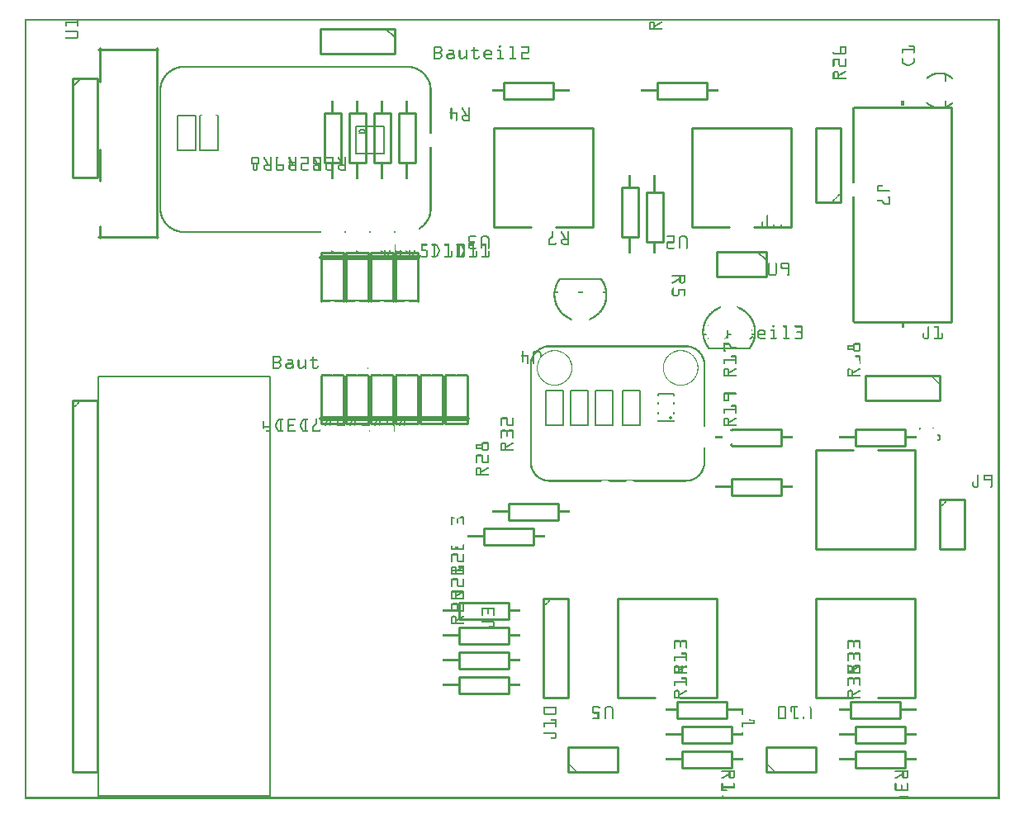
<source format=gto>
G04 MADE WITH FRITZING*
G04 WWW.FRITZING.ORG*
G04 DOUBLE SIDED*
G04 HOLES PLATED*
G04 CONTOUR ON CENTER OF CONTOUR VECTOR*
%ASAXBY*%
%FSLAX23Y23*%
%MOIN*%
%OFA0B0*%
%SFA1.0B1.0*%
%ADD10C,0.013874X0.00187402*%
%ADD11C,0.008000*%
%ADD12C,0.010000*%
%ADD13C,0.005000*%
%ADD14C,0.020000*%
%ADD15R,0.001000X0.001000*%
%LNSILK1*%
G90*
G70*
G54D10*
X2608Y1541D03*
G54D11*
X2762Y1821D02*
X2927Y1821D01*
G54D12*
D02*
X3348Y2794D02*
X3741Y2794D01*
D02*
X3741Y2794D02*
X3741Y1928D01*
D02*
X3741Y1928D02*
X3348Y1928D01*
D02*
X1754Y794D02*
X1954Y794D01*
D02*
X1954Y794D02*
X1954Y728D01*
D02*
X1954Y728D02*
X1754Y728D01*
D02*
X1754Y728D02*
X1754Y794D01*
D02*
X1754Y694D02*
X1954Y694D01*
D02*
X1954Y694D02*
X1954Y628D01*
D02*
X1954Y628D02*
X1754Y628D01*
D02*
X1754Y628D02*
X1754Y694D01*
D02*
X1754Y594D02*
X1954Y594D01*
D02*
X1954Y594D02*
X1954Y528D01*
D02*
X1954Y528D02*
X1754Y528D01*
D02*
X1754Y528D02*
X1754Y594D01*
D02*
X1954Y1194D02*
X2154Y1194D01*
D02*
X2154Y1194D02*
X2154Y1128D01*
D02*
X2154Y1128D02*
X1954Y1128D01*
D02*
X1954Y1128D02*
X1954Y1194D01*
D02*
X1854Y1094D02*
X2054Y1094D01*
D02*
X2054Y1094D02*
X2054Y1028D01*
D02*
X2054Y1028D02*
X1854Y1028D01*
D02*
X1854Y1028D02*
X1854Y1094D01*
D02*
X1754Y494D02*
X1954Y494D01*
D02*
X1954Y494D02*
X1954Y428D01*
D02*
X1954Y428D02*
X1754Y428D01*
D02*
X1754Y428D02*
X1754Y494D01*
D02*
X2794Y411D02*
X2794Y811D01*
D02*
X2794Y811D02*
X2394Y811D01*
D02*
X2394Y811D02*
X2394Y411D01*
D02*
X2794Y411D02*
X2644Y411D01*
D02*
X2544Y411D02*
X2394Y411D01*
D02*
X3594Y411D02*
X3594Y811D01*
D02*
X3594Y811D02*
X3194Y811D01*
D02*
X3194Y811D02*
X3194Y411D01*
D02*
X3594Y411D02*
X3444Y411D01*
D02*
X3344Y411D02*
X3194Y411D01*
D02*
X3194Y1411D02*
X3194Y1011D01*
D02*
X3194Y1011D02*
X3594Y1011D01*
D02*
X3594Y1011D02*
X3594Y1411D01*
D02*
X3194Y1411D02*
X3344Y1411D01*
D02*
X3444Y1411D02*
X3594Y1411D01*
D02*
X3354Y294D02*
X3554Y294D01*
D02*
X3554Y294D02*
X3554Y228D01*
D02*
X3554Y228D02*
X3354Y228D01*
D02*
X3354Y228D02*
X3354Y294D01*
D02*
X2654Y294D02*
X2854Y294D01*
D02*
X2854Y294D02*
X2854Y228D01*
D02*
X2854Y228D02*
X2654Y228D01*
D02*
X2654Y228D02*
X2654Y294D01*
D02*
X3354Y194D02*
X3554Y194D01*
D02*
X3554Y194D02*
X3554Y128D01*
D02*
X3554Y128D02*
X3354Y128D01*
D02*
X3354Y128D02*
X3354Y194D01*
D02*
X2654Y194D02*
X2854Y194D01*
D02*
X2854Y194D02*
X2854Y128D01*
D02*
X2854Y128D02*
X2654Y128D01*
D02*
X2654Y128D02*
X2654Y194D01*
D02*
X3535Y328D02*
X3335Y328D01*
D02*
X3335Y328D02*
X3335Y394D01*
D02*
X3335Y394D02*
X3535Y394D01*
D02*
X3535Y394D02*
X3535Y328D01*
D02*
X2835Y328D02*
X2635Y328D01*
D02*
X2635Y328D02*
X2635Y394D01*
D02*
X2635Y394D02*
X2835Y394D01*
D02*
X2835Y394D02*
X2835Y328D01*
D02*
X2854Y1494D02*
X3054Y1494D01*
D02*
X3054Y1494D02*
X3054Y1428D01*
D02*
X3054Y1428D02*
X2854Y1428D01*
D02*
X3354Y1494D02*
X3554Y1494D01*
D02*
X3554Y1494D02*
X3554Y1428D01*
D02*
X3554Y1428D02*
X3354Y1428D01*
D02*
X3354Y1428D02*
X3354Y1494D01*
D02*
X2854Y1294D02*
X3054Y1294D01*
D02*
X3054Y1294D02*
X3054Y1228D01*
D02*
X3054Y1228D02*
X2854Y1228D01*
D02*
X2854Y1228D02*
X2854Y1294D01*
G54D13*
D02*
X2276Y1510D02*
X2205Y1510D01*
D02*
X2205Y1510D02*
X2205Y1652D01*
D02*
X2205Y1652D02*
X2276Y1652D01*
D02*
X2276Y1652D02*
X2276Y1510D01*
D02*
X2176Y1510D02*
X2105Y1510D01*
D02*
X2105Y1510D02*
X2105Y1652D01*
D02*
X2105Y1652D02*
X2176Y1652D01*
D02*
X2176Y1652D02*
X2176Y1510D01*
D02*
X2305Y1652D02*
X2376Y1652D01*
D02*
X2376Y1652D02*
X2376Y1510D01*
D02*
X2376Y1510D02*
X2305Y1510D01*
D02*
X2305Y1510D02*
X2305Y1652D01*
D02*
X2415Y1652D02*
X2486Y1652D01*
D02*
X2486Y1652D02*
X2486Y1510D01*
D02*
X2486Y1510D02*
X2415Y1510D01*
D02*
X2415Y1510D02*
X2415Y1652D01*
D02*
X2559Y1530D02*
X2559Y1526D01*
D02*
X2559Y1526D02*
X2622Y1526D01*
D02*
X2622Y1526D02*
X2622Y1530D01*
D02*
X2622Y1557D02*
X2622Y1565D01*
D02*
X2622Y1596D02*
X2622Y1604D01*
D02*
X2622Y1632D02*
X2622Y1636D01*
D02*
X2622Y1636D02*
X2559Y1636D01*
D02*
X2559Y1636D02*
X2559Y1632D01*
D02*
X2559Y1557D02*
X2559Y1565D01*
D02*
X2559Y1596D02*
X2559Y1604D01*
G54D12*
D02*
X2994Y111D02*
X3194Y111D01*
D02*
X3194Y111D02*
X3194Y211D01*
D02*
X3194Y211D02*
X2994Y211D01*
D02*
X2994Y211D02*
X2994Y111D01*
D02*
X2194Y111D02*
X2394Y111D01*
D02*
X2394Y111D02*
X2394Y211D01*
D02*
X2394Y211D02*
X2194Y211D01*
D02*
X2194Y211D02*
X2194Y111D01*
D02*
X3694Y1211D02*
X3694Y1011D01*
D02*
X3694Y1011D02*
X3794Y1011D01*
D02*
X3794Y1011D02*
X3794Y1211D01*
D02*
X3794Y1211D02*
X3694Y1211D01*
D02*
X1511Y2570D02*
X1511Y2770D01*
D02*
X1511Y2770D02*
X1577Y2770D01*
D02*
X1577Y2770D02*
X1577Y2570D01*
D02*
X1577Y2570D02*
X1511Y2570D01*
D02*
X1411Y2570D02*
X1411Y2770D01*
D02*
X1411Y2770D02*
X1477Y2770D01*
D02*
X1477Y2770D02*
X1477Y2570D01*
D02*
X1477Y2570D02*
X1411Y2570D01*
D02*
X1311Y2570D02*
X1311Y2770D01*
D02*
X1311Y2770D02*
X1377Y2770D01*
D02*
X1377Y2770D02*
X1377Y2570D01*
D02*
X1377Y2570D02*
X1311Y2570D01*
D02*
X1211Y2570D02*
X1211Y2770D01*
D02*
X1211Y2770D02*
X1277Y2770D01*
D02*
X1277Y2770D02*
X1277Y2570D01*
D02*
X1277Y2570D02*
X1211Y2570D01*
D02*
X1494Y3111D02*
X1194Y3111D01*
D02*
X1194Y3111D02*
X1194Y3011D01*
D02*
X1194Y3011D02*
X1494Y3011D01*
D02*
X1494Y3011D02*
X1494Y3111D01*
G54D13*
D02*
X1459Y3111D02*
X1494Y3076D01*
G54D12*
D02*
X194Y1611D02*
X194Y111D01*
D02*
X194Y111D02*
X294Y111D01*
D02*
X294Y111D02*
X294Y1611D01*
D02*
X294Y1611D02*
X194Y1611D01*
D02*
X194Y2911D02*
X194Y2511D01*
D02*
X194Y2511D02*
X294Y2511D01*
D02*
X294Y2511D02*
X294Y2911D01*
D02*
X294Y2911D02*
X194Y2911D01*
G54D13*
D02*
X194Y2876D02*
X229Y2911D01*
G54D12*
D02*
X2094Y811D02*
X2094Y411D01*
D02*
X2094Y411D02*
X2194Y411D01*
D02*
X2194Y411D02*
X2194Y811D01*
D02*
X2194Y811D02*
X2094Y811D01*
D02*
X2994Y2211D02*
X2794Y2211D01*
D02*
X2794Y2211D02*
X2794Y2111D01*
D02*
X2794Y2111D02*
X2994Y2111D01*
D02*
X2994Y2111D02*
X2994Y2211D01*
G54D13*
D02*
X2959Y2211D02*
X2994Y2176D01*
G54D12*
D02*
X3294Y2411D02*
X3294Y2711D01*
D02*
X3294Y2711D02*
X3194Y2711D01*
D02*
X3194Y2711D02*
X3194Y2411D01*
D02*
X3194Y2411D02*
X3294Y2411D01*
D02*
X3694Y1711D02*
X3394Y1711D01*
D02*
X3394Y1711D02*
X3394Y1611D01*
D02*
X3394Y1611D02*
X3694Y1611D01*
D02*
X3694Y1611D02*
X3694Y1711D01*
D02*
X2294Y2311D02*
X2294Y2711D01*
D02*
X2294Y2711D02*
X1894Y2711D01*
D02*
X1894Y2711D02*
X1894Y2311D01*
D02*
X2294Y2311D02*
X2144Y2311D01*
D02*
X2044Y2311D02*
X1894Y2311D01*
D02*
X2135Y2828D02*
X1935Y2828D01*
D02*
X1935Y2828D02*
X1935Y2894D01*
D02*
X1935Y2894D02*
X2135Y2894D01*
D02*
X2135Y2894D02*
X2135Y2828D01*
D02*
X2577Y2451D02*
X2577Y2251D01*
D02*
X2577Y2251D02*
X2511Y2251D01*
D02*
X2511Y2251D02*
X2511Y2451D01*
D02*
X2511Y2451D02*
X2577Y2451D01*
D02*
X2554Y2894D02*
X2754Y2894D01*
D02*
X2754Y2894D02*
X2754Y2828D01*
D02*
X2754Y2828D02*
X2554Y2828D01*
D02*
X2554Y2828D02*
X2554Y2894D01*
G54D11*
D02*
X2327Y2101D02*
X2162Y2101D01*
G54D12*
D02*
X2411Y2270D02*
X2411Y2470D01*
D02*
X2411Y2470D02*
X2477Y2470D01*
D02*
X2477Y2470D02*
X2477Y2270D01*
D02*
X2477Y2270D02*
X2411Y2270D01*
G54D13*
D02*
X619Y2762D02*
X690Y2762D01*
D02*
X690Y2762D02*
X690Y2620D01*
D02*
X690Y2620D02*
X619Y2620D01*
D02*
X619Y2620D02*
X619Y2762D01*
D02*
X780Y2762D02*
X780Y2620D01*
D02*
X780Y2620D02*
X709Y2620D01*
D02*
X709Y2620D02*
X709Y2762D01*
G54D11*
D02*
X1450Y2716D02*
X1450Y2606D01*
D02*
X1450Y2606D02*
X1339Y2606D01*
D02*
X1339Y2606D02*
X1339Y2716D01*
D02*
X1339Y2716D02*
X1450Y2716D01*
D02*
X1375Y2692D02*
X1351Y2692D01*
G54D12*
D02*
X3094Y2311D02*
X3094Y2711D01*
D02*
X3094Y2711D02*
X2694Y2711D01*
D02*
X2694Y2711D02*
X2694Y2311D01*
D02*
X3094Y2311D02*
X2944Y2311D01*
D02*
X2844Y2311D02*
X2694Y2311D01*
D02*
X298Y2271D02*
X538Y2271D01*
D02*
X533Y2266D02*
X533Y3034D01*
D02*
X538Y3029D02*
X298Y3029D01*
D02*
X303Y2898D02*
X303Y3034D01*
D02*
X303Y2498D02*
X303Y2623D01*
D02*
X303Y2266D02*
X303Y2315D01*
D02*
X1289Y2207D02*
X1289Y2012D01*
D02*
X1199Y2012D02*
X1199Y2207D01*
D02*
X1199Y2207D02*
X1289Y2207D01*
G54D14*
D02*
X1199Y2187D02*
X1289Y2187D01*
G54D12*
D02*
X1199Y1517D02*
X1199Y1712D01*
D02*
X1289Y1712D02*
X1289Y1517D01*
D02*
X1289Y1517D02*
X1199Y1517D01*
G54D14*
D02*
X1289Y1537D02*
X1199Y1537D01*
G54D12*
D02*
X1499Y1517D02*
X1499Y1712D01*
D02*
X1589Y1712D02*
X1589Y1517D01*
D02*
X1589Y1517D02*
X1499Y1517D01*
G54D14*
D02*
X1589Y1537D02*
X1499Y1537D01*
G54D12*
D02*
X1399Y1517D02*
X1399Y1712D01*
D02*
X1489Y1712D02*
X1489Y1517D01*
D02*
X1489Y1517D02*
X1399Y1517D01*
G54D14*
D02*
X1489Y1537D02*
X1399Y1537D01*
G54D12*
D02*
X1699Y1517D02*
X1699Y1712D01*
D02*
X1789Y1712D02*
X1789Y1517D01*
D02*
X1789Y1517D02*
X1699Y1517D01*
G54D14*
D02*
X1789Y1537D02*
X1699Y1537D01*
G54D12*
D02*
X1599Y1517D02*
X1599Y1712D01*
D02*
X1689Y1712D02*
X1689Y1517D01*
D02*
X1689Y1517D02*
X1599Y1517D01*
G54D14*
D02*
X1689Y1537D02*
X1599Y1537D01*
G54D12*
D02*
X1589Y2207D02*
X1589Y2012D01*
D02*
X1499Y2012D02*
X1499Y2207D01*
D02*
X1499Y2207D02*
X1589Y2207D01*
G54D14*
D02*
X1499Y2187D02*
X1589Y2187D01*
G54D12*
D02*
X1489Y2207D02*
X1489Y2012D01*
D02*
X1399Y2012D02*
X1399Y2207D01*
D02*
X1399Y2207D02*
X1489Y2207D01*
G54D14*
D02*
X1399Y2187D02*
X1489Y2187D01*
G54D12*
D02*
X1389Y2207D02*
X1389Y2012D01*
D02*
X1299Y2012D02*
X1299Y2207D01*
D02*
X1299Y2207D02*
X1389Y2207D01*
G54D14*
D02*
X1299Y2187D02*
X1389Y2187D01*
G54D12*
D02*
X1299Y1517D02*
X1299Y1712D01*
D02*
X1389Y1712D02*
X1389Y1517D01*
D02*
X1389Y1517D02*
X1299Y1517D01*
G54D14*
D02*
X1389Y1537D02*
X1299Y1537D01*
G54D11*
X3719Y2927D02*
X3719Y2902D01*
D02*
X3719Y2797D02*
X3719Y2822D01*
D02*
X298Y15D02*
X990Y15D01*
X990Y1708D01*
X298Y1708D01*
X298Y15D01*
D02*
G54D15*
X0Y3150D02*
X3936Y3150D01*
X0Y3149D02*
X3936Y3149D01*
X0Y3148D02*
X3936Y3148D01*
X0Y3147D02*
X3936Y3147D01*
X0Y3146D02*
X3936Y3146D01*
X0Y3145D02*
X3936Y3145D01*
X0Y3144D02*
X3936Y3144D01*
X0Y3143D02*
X3936Y3143D01*
X0Y3142D02*
X7Y3142D01*
X212Y3142D02*
X218Y3142D01*
X3929Y3142D02*
X3936Y3142D01*
X0Y3141D02*
X7Y3141D01*
X212Y3141D02*
X218Y3141D01*
X2529Y3141D02*
X2538Y3141D01*
X2570Y3141D02*
X2573Y3141D01*
X3929Y3141D02*
X3936Y3141D01*
X0Y3140D02*
X7Y3140D01*
X165Y3140D02*
X218Y3140D01*
X2527Y3140D02*
X2540Y3140D01*
X2569Y3140D02*
X2574Y3140D01*
X3929Y3140D02*
X3936Y3140D01*
X0Y3139D02*
X7Y3139D01*
X165Y3139D02*
X218Y3139D01*
X2525Y3139D02*
X2541Y3139D01*
X2567Y3139D02*
X2575Y3139D01*
X3929Y3139D02*
X3936Y3139D01*
X0Y3138D02*
X7Y3138D01*
X165Y3138D02*
X218Y3138D01*
X2524Y3138D02*
X2542Y3138D01*
X2565Y3138D02*
X2575Y3138D01*
X3929Y3138D02*
X3936Y3138D01*
X0Y3137D02*
X7Y3137D01*
X165Y3137D02*
X218Y3137D01*
X2524Y3137D02*
X2543Y3137D01*
X2563Y3137D02*
X2575Y3137D01*
X3929Y3137D02*
X3936Y3137D01*
X0Y3136D02*
X7Y3136D01*
X165Y3136D02*
X218Y3136D01*
X2523Y3136D02*
X2544Y3136D01*
X2562Y3136D02*
X2574Y3136D01*
X3929Y3136D02*
X3936Y3136D01*
X0Y3135D02*
X7Y3135D01*
X165Y3135D02*
X218Y3135D01*
X2522Y3135D02*
X2544Y3135D01*
X2560Y3135D02*
X2573Y3135D01*
X3929Y3135D02*
X3936Y3135D01*
X0Y3134D02*
X7Y3134D01*
X165Y3134D02*
X218Y3134D01*
X2522Y3134D02*
X2529Y3134D01*
X2537Y3134D02*
X2545Y3134D01*
X2558Y3134D02*
X2571Y3134D01*
X3929Y3134D02*
X3936Y3134D01*
X0Y3133D02*
X7Y3133D01*
X165Y3133D02*
X171Y3133D01*
X212Y3133D02*
X218Y3133D01*
X2522Y3133D02*
X2528Y3133D01*
X2539Y3133D02*
X2545Y3133D01*
X2557Y3133D02*
X2570Y3133D01*
X3929Y3133D02*
X3936Y3133D01*
X0Y3132D02*
X7Y3132D01*
X165Y3132D02*
X171Y3132D01*
X212Y3132D02*
X218Y3132D01*
X2522Y3132D02*
X2528Y3132D01*
X2539Y3132D02*
X2545Y3132D01*
X2555Y3132D02*
X2568Y3132D01*
X3929Y3132D02*
X3936Y3132D01*
X0Y3131D02*
X7Y3131D01*
X165Y3131D02*
X171Y3131D01*
X212Y3131D02*
X218Y3131D01*
X2522Y3131D02*
X2528Y3131D01*
X2539Y3131D02*
X2545Y3131D01*
X2553Y3131D02*
X2566Y3131D01*
X3929Y3131D02*
X3936Y3131D01*
X0Y3130D02*
X7Y3130D01*
X165Y3130D02*
X171Y3130D01*
X212Y3130D02*
X218Y3130D01*
X2522Y3130D02*
X2528Y3130D01*
X2539Y3130D02*
X2545Y3130D01*
X2551Y3130D02*
X2565Y3130D01*
X3929Y3130D02*
X3936Y3130D01*
X0Y3129D02*
X7Y3129D01*
X165Y3129D02*
X171Y3129D01*
X212Y3129D02*
X218Y3129D01*
X2522Y3129D02*
X2528Y3129D01*
X2539Y3129D02*
X2545Y3129D01*
X2550Y3129D02*
X2563Y3129D01*
X3929Y3129D02*
X3936Y3129D01*
X0Y3128D02*
X7Y3128D01*
X165Y3128D02*
X171Y3128D01*
X212Y3128D02*
X218Y3128D01*
X2522Y3128D02*
X2528Y3128D01*
X2539Y3128D02*
X2545Y3128D01*
X2548Y3128D02*
X2561Y3128D01*
X3929Y3128D02*
X3936Y3128D01*
X0Y3127D02*
X7Y3127D01*
X165Y3127D02*
X171Y3127D01*
X212Y3127D02*
X218Y3127D01*
X2522Y3127D02*
X2528Y3127D01*
X2539Y3127D02*
X2559Y3127D01*
X3929Y3127D02*
X3936Y3127D01*
X0Y3126D02*
X7Y3126D01*
X165Y3126D02*
X171Y3126D01*
X212Y3126D02*
X218Y3126D01*
X2522Y3126D02*
X2528Y3126D01*
X2539Y3126D02*
X2558Y3126D01*
X3929Y3126D02*
X3936Y3126D01*
X0Y3125D02*
X7Y3125D01*
X165Y3125D02*
X171Y3125D01*
X212Y3125D02*
X218Y3125D01*
X2522Y3125D02*
X2528Y3125D01*
X2539Y3125D02*
X2556Y3125D01*
X3929Y3125D02*
X3936Y3125D01*
X0Y3124D02*
X7Y3124D01*
X165Y3124D02*
X171Y3124D01*
X212Y3124D02*
X218Y3124D01*
X2522Y3124D02*
X2528Y3124D01*
X2539Y3124D02*
X2554Y3124D01*
X3929Y3124D02*
X3936Y3124D01*
X0Y3123D02*
X7Y3123D01*
X165Y3123D02*
X171Y3123D01*
X212Y3123D02*
X218Y3123D01*
X2522Y3123D02*
X2528Y3123D01*
X2539Y3123D02*
X2553Y3123D01*
X3929Y3123D02*
X3936Y3123D01*
X0Y3122D02*
X7Y3122D01*
X165Y3122D02*
X170Y3122D01*
X212Y3122D02*
X218Y3122D01*
X2522Y3122D02*
X2528Y3122D01*
X2539Y3122D02*
X2551Y3122D01*
X3929Y3122D02*
X3936Y3122D01*
X0Y3121D02*
X7Y3121D01*
X165Y3121D02*
X170Y3121D01*
X213Y3121D02*
X217Y3121D01*
X2522Y3121D02*
X2528Y3121D01*
X2539Y3121D02*
X2549Y3121D01*
X3929Y3121D02*
X3936Y3121D01*
X0Y3120D02*
X7Y3120D01*
X167Y3120D02*
X168Y3120D01*
X214Y3120D02*
X216Y3120D01*
X2522Y3120D02*
X2528Y3120D01*
X2539Y3120D02*
X2547Y3120D01*
X3929Y3120D02*
X3936Y3120D01*
X0Y3119D02*
X7Y3119D01*
X2522Y3119D02*
X2528Y3119D01*
X2539Y3119D02*
X2546Y3119D01*
X3929Y3119D02*
X3936Y3119D01*
X0Y3118D02*
X7Y3118D01*
X2522Y3118D02*
X2528Y3118D01*
X2539Y3118D02*
X2545Y3118D01*
X3929Y3118D02*
X3936Y3118D01*
X0Y3117D02*
X7Y3117D01*
X2522Y3117D02*
X2528Y3117D01*
X2539Y3117D02*
X2545Y3117D01*
X3929Y3117D02*
X3936Y3117D01*
X0Y3116D02*
X7Y3116D01*
X2522Y3116D02*
X2528Y3116D01*
X2539Y3116D02*
X2545Y3116D01*
X3929Y3116D02*
X3936Y3116D01*
X0Y3115D02*
X7Y3115D01*
X2522Y3115D02*
X2528Y3115D01*
X2539Y3115D02*
X2545Y3115D01*
X3929Y3115D02*
X3936Y3115D01*
X0Y3114D02*
X7Y3114D01*
X2522Y3114D02*
X2528Y3114D01*
X2539Y3114D02*
X2546Y3114D01*
X3929Y3114D02*
X3936Y3114D01*
X0Y3113D02*
X7Y3113D01*
X2522Y3113D02*
X2574Y3113D01*
X3929Y3113D02*
X3936Y3113D01*
X0Y3112D02*
X7Y3112D01*
X2522Y3112D02*
X2574Y3112D01*
X3929Y3112D02*
X3936Y3112D01*
X0Y3111D02*
X7Y3111D01*
X2522Y3111D02*
X2575Y3111D01*
X3929Y3111D02*
X3936Y3111D01*
X0Y3110D02*
X7Y3110D01*
X2522Y3110D02*
X2575Y3110D01*
X3929Y3110D02*
X3936Y3110D01*
X0Y3109D02*
X7Y3109D01*
X2522Y3109D02*
X2574Y3109D01*
X3929Y3109D02*
X3936Y3109D01*
X0Y3108D02*
X7Y3108D01*
X2522Y3108D02*
X2574Y3108D01*
X3929Y3108D02*
X3936Y3108D01*
X0Y3107D02*
X7Y3107D01*
X2522Y3107D02*
X2571Y3107D01*
X3929Y3107D02*
X3936Y3107D01*
X0Y3106D02*
X7Y3106D01*
X3929Y3106D02*
X3936Y3106D01*
X0Y3105D02*
X7Y3105D01*
X3929Y3105D02*
X3936Y3105D01*
X0Y3104D02*
X7Y3104D01*
X168Y3104D02*
X208Y3104D01*
X3929Y3104D02*
X3936Y3104D01*
X0Y3103D02*
X7Y3103D01*
X166Y3103D02*
X212Y3103D01*
X3929Y3103D02*
X3936Y3103D01*
X0Y3102D02*
X7Y3102D01*
X165Y3102D02*
X213Y3102D01*
X3929Y3102D02*
X3936Y3102D01*
X0Y3101D02*
X7Y3101D01*
X165Y3101D02*
X215Y3101D01*
X3929Y3101D02*
X3936Y3101D01*
X0Y3100D02*
X7Y3100D01*
X165Y3100D02*
X215Y3100D01*
X3929Y3100D02*
X3936Y3100D01*
X0Y3099D02*
X7Y3099D01*
X165Y3099D02*
X216Y3099D01*
X3929Y3099D02*
X3936Y3099D01*
X0Y3098D02*
X7Y3098D01*
X166Y3098D02*
X217Y3098D01*
X3929Y3098D02*
X3936Y3098D01*
X0Y3097D02*
X7Y3097D01*
X208Y3097D02*
X217Y3097D01*
X3929Y3097D02*
X3936Y3097D01*
X0Y3096D02*
X7Y3096D01*
X211Y3096D02*
X217Y3096D01*
X3929Y3096D02*
X3936Y3096D01*
X0Y3095D02*
X7Y3095D01*
X211Y3095D02*
X218Y3095D01*
X3929Y3095D02*
X3936Y3095D01*
X0Y3094D02*
X7Y3094D01*
X212Y3094D02*
X218Y3094D01*
X3929Y3094D02*
X3936Y3094D01*
X0Y3093D02*
X7Y3093D01*
X212Y3093D02*
X218Y3093D01*
X3929Y3093D02*
X3936Y3093D01*
X0Y3092D02*
X7Y3092D01*
X212Y3092D02*
X218Y3092D01*
X3929Y3092D02*
X3936Y3092D01*
X0Y3091D02*
X7Y3091D01*
X212Y3091D02*
X218Y3091D01*
X3929Y3091D02*
X3936Y3091D01*
X0Y3090D02*
X7Y3090D01*
X212Y3090D02*
X218Y3090D01*
X3929Y3090D02*
X3936Y3090D01*
X0Y3089D02*
X7Y3089D01*
X212Y3089D02*
X218Y3089D01*
X3929Y3089D02*
X3936Y3089D01*
X0Y3088D02*
X7Y3088D01*
X212Y3088D02*
X218Y3088D01*
X3929Y3088D02*
X3936Y3088D01*
X0Y3087D02*
X7Y3087D01*
X212Y3087D02*
X218Y3087D01*
X3929Y3087D02*
X3936Y3087D01*
X0Y3086D02*
X7Y3086D01*
X212Y3086D02*
X218Y3086D01*
X3929Y3086D02*
X3936Y3086D01*
X0Y3085D02*
X7Y3085D01*
X212Y3085D02*
X218Y3085D01*
X3929Y3085D02*
X3936Y3085D01*
X0Y3084D02*
X7Y3084D01*
X212Y3084D02*
X218Y3084D01*
X3929Y3084D02*
X3936Y3084D01*
X0Y3083D02*
X7Y3083D01*
X212Y3083D02*
X218Y3083D01*
X3929Y3083D02*
X3936Y3083D01*
X0Y3082D02*
X7Y3082D01*
X212Y3082D02*
X218Y3082D01*
X3929Y3082D02*
X3936Y3082D01*
X0Y3081D02*
X7Y3081D01*
X212Y3081D02*
X218Y3081D01*
X3929Y3081D02*
X3936Y3081D01*
X0Y3080D02*
X7Y3080D01*
X212Y3080D02*
X218Y3080D01*
X3929Y3080D02*
X3936Y3080D01*
X0Y3079D02*
X7Y3079D01*
X212Y3079D02*
X218Y3079D01*
X3929Y3079D02*
X3936Y3079D01*
X0Y3078D02*
X7Y3078D01*
X211Y3078D02*
X218Y3078D01*
X3929Y3078D02*
X3936Y3078D01*
X0Y3077D02*
X7Y3077D01*
X210Y3077D02*
X217Y3077D01*
X3929Y3077D02*
X3936Y3077D01*
X0Y3076D02*
X7Y3076D01*
X166Y3076D02*
X217Y3076D01*
X3929Y3076D02*
X3936Y3076D01*
X0Y3075D02*
X7Y3075D01*
X165Y3075D02*
X216Y3075D01*
X3929Y3075D02*
X3936Y3075D01*
X0Y3074D02*
X7Y3074D01*
X165Y3074D02*
X216Y3074D01*
X3929Y3074D02*
X3936Y3074D01*
X0Y3073D02*
X7Y3073D01*
X165Y3073D02*
X215Y3073D01*
X3929Y3073D02*
X3936Y3073D01*
X0Y3072D02*
X7Y3072D01*
X165Y3072D02*
X214Y3072D01*
X3929Y3072D02*
X3936Y3072D01*
X0Y3071D02*
X7Y3071D01*
X165Y3071D02*
X213Y3071D01*
X3929Y3071D02*
X3936Y3071D01*
X0Y3070D02*
X7Y3070D01*
X166Y3070D02*
X210Y3070D01*
X3929Y3070D02*
X3936Y3070D01*
X0Y3069D02*
X7Y3069D01*
X3929Y3069D02*
X3936Y3069D01*
X0Y3068D02*
X7Y3068D01*
X3929Y3068D02*
X3936Y3068D01*
X0Y3067D02*
X7Y3067D01*
X3929Y3067D02*
X3936Y3067D01*
X0Y3066D02*
X7Y3066D01*
X3929Y3066D02*
X3936Y3066D01*
X0Y3065D02*
X7Y3065D01*
X3929Y3065D02*
X3936Y3065D01*
X0Y3064D02*
X7Y3064D01*
X3929Y3064D02*
X3936Y3064D01*
X0Y3063D02*
X7Y3063D01*
X3929Y3063D02*
X3936Y3063D01*
X0Y3062D02*
X7Y3062D01*
X3929Y3062D02*
X3936Y3062D01*
X0Y3061D02*
X7Y3061D01*
X3929Y3061D02*
X3936Y3061D01*
X0Y3060D02*
X7Y3060D01*
X3929Y3060D02*
X3936Y3060D01*
X0Y3059D02*
X7Y3059D01*
X3929Y3059D02*
X3936Y3059D01*
X0Y3058D02*
X7Y3058D01*
X3929Y3058D02*
X3936Y3058D01*
X0Y3057D02*
X7Y3057D01*
X3929Y3057D02*
X3936Y3057D01*
X0Y3056D02*
X7Y3056D01*
X3929Y3056D02*
X3936Y3056D01*
X0Y3055D02*
X7Y3055D01*
X3929Y3055D02*
X3936Y3055D01*
X0Y3054D02*
X7Y3054D01*
X3929Y3054D02*
X3936Y3054D01*
X0Y3053D02*
X7Y3053D01*
X3929Y3053D02*
X3936Y3053D01*
X0Y3052D02*
X7Y3052D01*
X3929Y3052D02*
X3936Y3052D01*
X0Y3051D02*
X7Y3051D01*
X3929Y3051D02*
X3936Y3051D01*
X0Y3050D02*
X7Y3050D01*
X3929Y3050D02*
X3936Y3050D01*
X0Y3049D02*
X7Y3049D01*
X3929Y3049D02*
X3936Y3049D01*
X0Y3048D02*
X7Y3048D01*
X3929Y3048D02*
X3936Y3048D01*
X0Y3047D02*
X7Y3047D01*
X3929Y3047D02*
X3936Y3047D01*
X0Y3046D02*
X7Y3046D01*
X3929Y3046D02*
X3936Y3046D01*
X0Y3045D02*
X7Y3045D01*
X3929Y3045D02*
X3936Y3045D01*
X0Y3044D02*
X7Y3044D01*
X1916Y3044D02*
X1921Y3044D01*
X3571Y3044D02*
X3590Y3044D01*
X3929Y3044D02*
X3936Y3044D01*
X0Y3043D02*
X7Y3043D01*
X1914Y3043D02*
X1922Y3043D01*
X3570Y3043D02*
X3592Y3043D01*
X3929Y3043D02*
X3936Y3043D01*
X0Y3042D02*
X7Y3042D01*
X1914Y3042D02*
X1923Y3042D01*
X3569Y3042D02*
X3592Y3042D01*
X3929Y3042D02*
X3936Y3042D01*
X0Y3041D02*
X7Y3041D01*
X1659Y3041D02*
X1675Y3041D01*
X1914Y3041D02*
X1923Y3041D01*
X1959Y3041D02*
X1971Y3041D01*
X2006Y3041D02*
X2033Y3041D01*
X3294Y3041D02*
X3315Y3041D01*
X3569Y3041D02*
X3593Y3041D01*
X3929Y3041D02*
X3936Y3041D01*
X0Y3040D02*
X7Y3040D01*
X1657Y3040D02*
X1678Y3040D01*
X1914Y3040D02*
X1923Y3040D01*
X1958Y3040D02*
X1973Y3040D01*
X2004Y3040D02*
X2034Y3040D01*
X3293Y3040D02*
X3316Y3040D01*
X3569Y3040D02*
X3593Y3040D01*
X3929Y3040D02*
X3936Y3040D01*
X0Y3039D02*
X7Y3039D01*
X1655Y3039D02*
X1680Y3039D01*
X1914Y3039D02*
X1923Y3039D01*
X1957Y3039D02*
X1973Y3039D01*
X2004Y3039D02*
X2036Y3039D01*
X3292Y3039D02*
X3316Y3039D01*
X3570Y3039D02*
X3593Y3039D01*
X3929Y3039D02*
X3936Y3039D01*
X0Y3038D02*
X7Y3038D01*
X1654Y3038D02*
X1681Y3038D01*
X1811Y3038D02*
X1814Y3038D01*
X1914Y3038D02*
X1923Y3038D01*
X1957Y3038D02*
X1973Y3038D01*
X2004Y3038D02*
X2036Y3038D01*
X3292Y3038D02*
X3316Y3038D01*
X3570Y3038D02*
X3593Y3038D01*
X3929Y3038D02*
X3936Y3038D01*
X0Y3037D02*
X7Y3037D01*
X1652Y3037D02*
X1682Y3037D01*
X1810Y3037D02*
X1815Y3037D01*
X1914Y3037D02*
X1923Y3037D01*
X1957Y3037D02*
X1973Y3037D01*
X2004Y3037D02*
X2037Y3037D01*
X3292Y3037D02*
X3316Y3037D01*
X3587Y3037D02*
X3593Y3037D01*
X3929Y3037D02*
X3936Y3037D01*
X0Y3036D02*
X7Y3036D01*
X1652Y3036D02*
X1683Y3036D01*
X1810Y3036D02*
X1816Y3036D01*
X1914Y3036D02*
X1922Y3036D01*
X1958Y3036D02*
X1973Y3036D01*
X2004Y3036D02*
X2037Y3036D01*
X3292Y3036D02*
X3316Y3036D01*
X3587Y3036D02*
X3593Y3036D01*
X3929Y3036D02*
X3936Y3036D01*
X0Y3035D02*
X7Y3035D01*
X1652Y3035D02*
X1684Y3035D01*
X1810Y3035D02*
X1816Y3035D01*
X1915Y3035D02*
X1921Y3035D01*
X1959Y3035D02*
X1973Y3035D01*
X2006Y3035D02*
X2037Y3035D01*
X3292Y3035D02*
X3316Y3035D01*
X3587Y3035D02*
X3593Y3035D01*
X3929Y3035D02*
X3936Y3035D01*
X0Y3034D02*
X7Y3034D01*
X1652Y3034D02*
X1658Y3034D01*
X1675Y3034D02*
X1684Y3034D01*
X1810Y3034D02*
X1816Y3034D01*
X1967Y3034D02*
X1973Y3034D01*
X2031Y3034D02*
X2037Y3034D01*
X3292Y3034D02*
X3298Y3034D01*
X3310Y3034D02*
X3316Y3034D01*
X3587Y3034D02*
X3593Y3034D01*
X3929Y3034D02*
X3936Y3034D01*
X0Y3033D02*
X7Y3033D01*
X1652Y3033D02*
X1658Y3033D01*
X1677Y3033D02*
X1685Y3033D01*
X1810Y3033D02*
X1816Y3033D01*
X1967Y3033D02*
X1973Y3033D01*
X2031Y3033D02*
X2037Y3033D01*
X3292Y3033D02*
X3298Y3033D01*
X3310Y3033D02*
X3316Y3033D01*
X3587Y3033D02*
X3593Y3033D01*
X3929Y3033D02*
X3936Y3033D01*
X0Y3032D02*
X7Y3032D01*
X1652Y3032D02*
X1658Y3032D01*
X1678Y3032D02*
X1685Y3032D01*
X1810Y3032D02*
X1816Y3032D01*
X1967Y3032D02*
X1973Y3032D01*
X2031Y3032D02*
X2037Y3032D01*
X3292Y3032D02*
X3298Y3032D01*
X3310Y3032D02*
X3316Y3032D01*
X3587Y3032D02*
X3593Y3032D01*
X3929Y3032D02*
X3936Y3032D01*
X0Y3031D02*
X7Y3031D01*
X1652Y3031D02*
X1658Y3031D01*
X1679Y3031D02*
X1685Y3031D01*
X1810Y3031D02*
X1816Y3031D01*
X1967Y3031D02*
X1973Y3031D01*
X2031Y3031D02*
X2037Y3031D01*
X3292Y3031D02*
X3298Y3031D01*
X3310Y3031D02*
X3316Y3031D01*
X3587Y3031D02*
X3593Y3031D01*
X3929Y3031D02*
X3936Y3031D01*
X0Y3030D02*
X7Y3030D01*
X1652Y3030D02*
X1658Y3030D01*
X1679Y3030D02*
X1686Y3030D01*
X1810Y3030D02*
X1816Y3030D01*
X1967Y3030D02*
X1973Y3030D01*
X2031Y3030D02*
X2037Y3030D01*
X3292Y3030D02*
X3298Y3030D01*
X3310Y3030D02*
X3316Y3030D01*
X3540Y3030D02*
X3593Y3030D01*
X3929Y3030D02*
X3936Y3030D01*
X0Y3029D02*
X7Y3029D01*
X1652Y3029D02*
X1658Y3029D01*
X1680Y3029D02*
X1686Y3029D01*
X1810Y3029D02*
X1816Y3029D01*
X1967Y3029D02*
X1973Y3029D01*
X2031Y3029D02*
X2037Y3029D01*
X3292Y3029D02*
X3298Y3029D01*
X3310Y3029D02*
X3316Y3029D01*
X3540Y3029D02*
X3593Y3029D01*
X3929Y3029D02*
X3936Y3029D01*
X0Y3028D02*
X7Y3028D01*
X1652Y3028D02*
X1658Y3028D01*
X1680Y3028D02*
X1686Y3028D01*
X1810Y3028D02*
X1816Y3028D01*
X1967Y3028D02*
X1973Y3028D01*
X2031Y3028D02*
X2037Y3028D01*
X3292Y3028D02*
X3298Y3028D01*
X3310Y3028D02*
X3316Y3028D01*
X3540Y3028D02*
X3593Y3028D01*
X3929Y3028D02*
X3936Y3028D01*
X0Y3027D02*
X7Y3027D01*
X1652Y3027D02*
X1658Y3027D01*
X1680Y3027D02*
X1686Y3027D01*
X1810Y3027D02*
X1816Y3027D01*
X1967Y3027D02*
X1973Y3027D01*
X2031Y3027D02*
X2037Y3027D01*
X3292Y3027D02*
X3298Y3027D01*
X3310Y3027D02*
X3316Y3027D01*
X3540Y3027D02*
X3593Y3027D01*
X3929Y3027D02*
X3936Y3027D01*
X0Y3026D02*
X7Y3026D01*
X1652Y3026D02*
X1658Y3026D01*
X1680Y3026D02*
X1686Y3026D01*
X1711Y3026D02*
X1729Y3026D01*
X1754Y3026D02*
X1757Y3026D01*
X1782Y3026D02*
X1785Y3026D01*
X1804Y3026D02*
X1832Y3026D01*
X1862Y3026D02*
X1878Y3026D01*
X1908Y3026D02*
X1922Y3026D01*
X1967Y3026D02*
X1973Y3026D01*
X2031Y3026D02*
X2037Y3026D01*
X3292Y3026D02*
X3298Y3026D01*
X3310Y3026D02*
X3316Y3026D01*
X3540Y3026D02*
X3593Y3026D01*
X3929Y3026D02*
X3936Y3026D01*
X0Y3025D02*
X7Y3025D01*
X1652Y3025D02*
X1658Y3025D01*
X1680Y3025D02*
X1686Y3025D01*
X1710Y3025D02*
X1731Y3025D01*
X1753Y3025D02*
X1758Y3025D01*
X1781Y3025D02*
X1786Y3025D01*
X1803Y3025D02*
X1832Y3025D01*
X1860Y3025D02*
X1880Y3025D01*
X1907Y3025D02*
X1923Y3025D01*
X1967Y3025D02*
X1973Y3025D01*
X2031Y3025D02*
X2037Y3025D01*
X3292Y3025D02*
X3298Y3025D01*
X3310Y3025D02*
X3316Y3025D01*
X3540Y3025D02*
X3593Y3025D01*
X3929Y3025D02*
X3936Y3025D01*
X0Y3024D02*
X7Y3024D01*
X1652Y3024D02*
X1658Y3024D01*
X1680Y3024D02*
X1686Y3024D01*
X1709Y3024D02*
X1732Y3024D01*
X1753Y3024D02*
X1759Y3024D01*
X1780Y3024D02*
X1786Y3024D01*
X1803Y3024D02*
X1833Y3024D01*
X1859Y3024D02*
X1881Y3024D01*
X1907Y3024D02*
X1923Y3024D01*
X1967Y3024D02*
X1973Y3024D01*
X2031Y3024D02*
X2037Y3024D01*
X3292Y3024D02*
X3298Y3024D01*
X3310Y3024D02*
X3316Y3024D01*
X3540Y3024D02*
X3593Y3024D01*
X3929Y3024D02*
X3936Y3024D01*
X0Y3023D02*
X7Y3023D01*
X1652Y3023D02*
X1658Y3023D01*
X1680Y3023D02*
X1686Y3023D01*
X1709Y3023D02*
X1733Y3023D01*
X1753Y3023D02*
X1759Y3023D01*
X1780Y3023D02*
X1786Y3023D01*
X1803Y3023D02*
X1833Y3023D01*
X1858Y3023D02*
X1882Y3023D01*
X1907Y3023D02*
X1923Y3023D01*
X1967Y3023D02*
X1973Y3023D01*
X2031Y3023D02*
X2037Y3023D01*
X3292Y3023D02*
X3298Y3023D01*
X3310Y3023D02*
X3316Y3023D01*
X3540Y3023D02*
X3546Y3023D01*
X3587Y3023D02*
X3593Y3023D01*
X3929Y3023D02*
X3936Y3023D01*
X0Y3022D02*
X7Y3022D01*
X1652Y3022D02*
X1658Y3022D01*
X1679Y3022D02*
X1686Y3022D01*
X1710Y3022D02*
X1733Y3022D01*
X1753Y3022D02*
X1759Y3022D01*
X1780Y3022D02*
X1786Y3022D01*
X1803Y3022D02*
X1833Y3022D01*
X1857Y3022D02*
X1883Y3022D01*
X1907Y3022D02*
X1923Y3022D01*
X1967Y3022D02*
X1973Y3022D01*
X2031Y3022D02*
X2037Y3022D01*
X3292Y3022D02*
X3298Y3022D01*
X3310Y3022D02*
X3316Y3022D01*
X3540Y3022D02*
X3546Y3022D01*
X3587Y3022D02*
X3593Y3022D01*
X3929Y3022D02*
X3936Y3022D01*
X0Y3021D02*
X7Y3021D01*
X1652Y3021D02*
X1658Y3021D01*
X1679Y3021D02*
X1685Y3021D01*
X1710Y3021D02*
X1734Y3021D01*
X1753Y3021D02*
X1759Y3021D01*
X1780Y3021D02*
X1786Y3021D01*
X1804Y3021D02*
X1832Y3021D01*
X1856Y3021D02*
X1884Y3021D01*
X1908Y3021D02*
X1923Y3021D01*
X1967Y3021D02*
X1973Y3021D01*
X2031Y3021D02*
X2037Y3021D01*
X3292Y3021D02*
X3298Y3021D01*
X3310Y3021D02*
X3316Y3021D01*
X3540Y3021D02*
X3546Y3021D01*
X3587Y3021D02*
X3593Y3021D01*
X3929Y3021D02*
X3936Y3021D01*
X0Y3020D02*
X7Y3020D01*
X1652Y3020D02*
X1658Y3020D01*
X1678Y3020D02*
X1685Y3020D01*
X1712Y3020D02*
X1734Y3020D01*
X1753Y3020D02*
X1759Y3020D01*
X1780Y3020D02*
X1786Y3020D01*
X1805Y3020D02*
X1831Y3020D01*
X1855Y3020D02*
X1885Y3020D01*
X1909Y3020D02*
X1923Y3020D01*
X1967Y3020D02*
X1973Y3020D01*
X2031Y3020D02*
X2037Y3020D01*
X3292Y3020D02*
X3298Y3020D01*
X3310Y3020D02*
X3316Y3020D01*
X3540Y3020D02*
X3546Y3020D01*
X3587Y3020D02*
X3593Y3020D01*
X3929Y3020D02*
X3936Y3020D01*
X0Y3019D02*
X7Y3019D01*
X1652Y3019D02*
X1658Y3019D01*
X1676Y3019D02*
X1685Y3019D01*
X1728Y3019D02*
X1735Y3019D01*
X1753Y3019D02*
X1759Y3019D01*
X1780Y3019D02*
X1786Y3019D01*
X1810Y3019D02*
X1816Y3019D01*
X1854Y3019D02*
X1863Y3019D01*
X1877Y3019D02*
X1886Y3019D01*
X1917Y3019D02*
X1923Y3019D01*
X1967Y3019D02*
X1973Y3019D01*
X2031Y3019D02*
X2037Y3019D01*
X3292Y3019D02*
X3298Y3019D01*
X3310Y3019D02*
X3316Y3019D01*
X3540Y3019D02*
X3546Y3019D01*
X3587Y3019D02*
X3593Y3019D01*
X3929Y3019D02*
X3936Y3019D01*
X0Y3018D02*
X7Y3018D01*
X1652Y3018D02*
X1659Y3018D01*
X1673Y3018D02*
X1684Y3018D01*
X1729Y3018D02*
X1735Y3018D01*
X1753Y3018D02*
X1759Y3018D01*
X1780Y3018D02*
X1786Y3018D01*
X1810Y3018D02*
X1816Y3018D01*
X1854Y3018D02*
X1862Y3018D01*
X1878Y3018D02*
X1886Y3018D01*
X1917Y3018D02*
X1923Y3018D01*
X1967Y3018D02*
X1973Y3018D01*
X2031Y3018D02*
X2037Y3018D01*
X3292Y3018D02*
X3298Y3018D01*
X3310Y3018D02*
X3316Y3018D01*
X3540Y3018D02*
X3546Y3018D01*
X3587Y3018D02*
X3593Y3018D01*
X3929Y3018D02*
X3936Y3018D01*
X0Y3017D02*
X7Y3017D01*
X1652Y3017D02*
X1683Y3017D01*
X1729Y3017D02*
X1735Y3017D01*
X1753Y3017D02*
X1759Y3017D01*
X1780Y3017D02*
X1786Y3017D01*
X1810Y3017D02*
X1816Y3017D01*
X1854Y3017D02*
X1861Y3017D01*
X1879Y3017D02*
X1886Y3017D01*
X1917Y3017D02*
X1923Y3017D01*
X1967Y3017D02*
X1973Y3017D01*
X2007Y3017D02*
X2037Y3017D01*
X3264Y3017D02*
X3268Y3017D01*
X3292Y3017D02*
X3298Y3017D01*
X3310Y3017D02*
X3316Y3017D01*
X3540Y3017D02*
X3546Y3017D01*
X3587Y3017D02*
X3593Y3017D01*
X3929Y3017D02*
X3936Y3017D01*
X0Y3016D02*
X7Y3016D01*
X1652Y3016D02*
X1682Y3016D01*
X1729Y3016D02*
X1735Y3016D01*
X1753Y3016D02*
X1759Y3016D01*
X1780Y3016D02*
X1786Y3016D01*
X1810Y3016D02*
X1816Y3016D01*
X1853Y3016D02*
X1860Y3016D01*
X1880Y3016D02*
X1887Y3016D01*
X1917Y3016D02*
X1923Y3016D01*
X1967Y3016D02*
X1973Y3016D01*
X2006Y3016D02*
X2037Y3016D01*
X3263Y3016D02*
X3268Y3016D01*
X3292Y3016D02*
X3298Y3016D01*
X3310Y3016D02*
X3316Y3016D01*
X3540Y3016D02*
X3546Y3016D01*
X3587Y3016D02*
X3593Y3016D01*
X3929Y3016D02*
X3936Y3016D01*
X0Y3015D02*
X7Y3015D01*
X1652Y3015D02*
X1682Y3015D01*
X1729Y3015D02*
X1735Y3015D01*
X1753Y3015D02*
X1759Y3015D01*
X1780Y3015D02*
X1786Y3015D01*
X1810Y3015D02*
X1816Y3015D01*
X1853Y3015D02*
X1859Y3015D01*
X1881Y3015D02*
X1887Y3015D01*
X1917Y3015D02*
X1923Y3015D01*
X1967Y3015D02*
X1973Y3015D01*
X2005Y3015D02*
X2037Y3015D01*
X3263Y3015D02*
X3269Y3015D01*
X3292Y3015D02*
X3298Y3015D01*
X3310Y3015D02*
X3316Y3015D01*
X3540Y3015D02*
X3546Y3015D01*
X3587Y3015D02*
X3593Y3015D01*
X3929Y3015D02*
X3936Y3015D01*
X0Y3014D02*
X7Y3014D01*
X1652Y3014D02*
X1681Y3014D01*
X1729Y3014D02*
X1735Y3014D01*
X1753Y3014D02*
X1759Y3014D01*
X1780Y3014D02*
X1786Y3014D01*
X1810Y3014D02*
X1816Y3014D01*
X1853Y3014D02*
X1859Y3014D01*
X1881Y3014D02*
X1887Y3014D01*
X1917Y3014D02*
X1923Y3014D01*
X1967Y3014D02*
X1973Y3014D01*
X2004Y3014D02*
X2036Y3014D01*
X3263Y3014D02*
X3316Y3014D01*
X3540Y3014D02*
X3546Y3014D01*
X3587Y3014D02*
X3593Y3014D01*
X3929Y3014D02*
X3936Y3014D01*
X0Y3013D02*
X7Y3013D01*
X1652Y3013D02*
X1682Y3013D01*
X1729Y3013D02*
X1735Y3013D01*
X1753Y3013D02*
X1759Y3013D01*
X1780Y3013D02*
X1786Y3013D01*
X1810Y3013D02*
X1816Y3013D01*
X1853Y3013D02*
X1859Y3013D01*
X1881Y3013D02*
X1887Y3013D01*
X1917Y3013D02*
X1923Y3013D01*
X1967Y3013D02*
X1973Y3013D01*
X2004Y3013D02*
X2035Y3013D01*
X3263Y3013D02*
X3316Y3013D01*
X3540Y3013D02*
X3546Y3013D01*
X3587Y3013D02*
X3593Y3013D01*
X3929Y3013D02*
X3936Y3013D01*
X0Y3012D02*
X7Y3012D01*
X1652Y3012D02*
X1683Y3012D01*
X1712Y3012D02*
X1726Y3012D01*
X1729Y3012D02*
X1735Y3012D01*
X1753Y3012D02*
X1759Y3012D01*
X1780Y3012D02*
X1786Y3012D01*
X1810Y3012D02*
X1816Y3012D01*
X1853Y3012D02*
X1859Y3012D01*
X1881Y3012D02*
X1887Y3012D01*
X1917Y3012D02*
X1923Y3012D01*
X1967Y3012D02*
X1973Y3012D01*
X2004Y3012D02*
X2034Y3012D01*
X3263Y3012D02*
X3316Y3012D01*
X3540Y3012D02*
X3545Y3012D01*
X3587Y3012D02*
X3592Y3012D01*
X3929Y3012D02*
X3936Y3012D01*
X0Y3011D02*
X7Y3011D01*
X1652Y3011D02*
X1684Y3011D01*
X1708Y3011D02*
X1735Y3011D01*
X1753Y3011D02*
X1759Y3011D01*
X1780Y3011D02*
X1786Y3011D01*
X1810Y3011D02*
X1816Y3011D01*
X1853Y3011D02*
X1859Y3011D01*
X1881Y3011D02*
X1887Y3011D01*
X1917Y3011D02*
X1923Y3011D01*
X1967Y3011D02*
X1973Y3011D01*
X2004Y3011D02*
X2031Y3011D01*
X3263Y3011D02*
X3316Y3011D01*
X3540Y3011D02*
X3545Y3011D01*
X3588Y3011D02*
X3592Y3011D01*
X3929Y3011D02*
X3936Y3011D01*
X0Y3010D02*
X7Y3010D01*
X1652Y3010D02*
X1658Y3010D01*
X1676Y3010D02*
X1684Y3010D01*
X1707Y3010D02*
X1735Y3010D01*
X1753Y3010D02*
X1759Y3010D01*
X1780Y3010D02*
X1786Y3010D01*
X1810Y3010D02*
X1816Y3010D01*
X1853Y3010D02*
X1859Y3010D01*
X1881Y3010D02*
X1887Y3010D01*
X1917Y3010D02*
X1923Y3010D01*
X1967Y3010D02*
X1973Y3010D01*
X2004Y3010D02*
X2010Y3010D01*
X3263Y3010D02*
X3316Y3010D01*
X3542Y3010D02*
X3543Y3010D01*
X3589Y3010D02*
X3591Y3010D01*
X3929Y3010D02*
X3936Y3010D01*
X0Y3009D02*
X7Y3009D01*
X1652Y3009D02*
X1658Y3009D01*
X1678Y3009D02*
X1685Y3009D01*
X1706Y3009D02*
X1735Y3009D01*
X1753Y3009D02*
X1759Y3009D01*
X1780Y3009D02*
X1786Y3009D01*
X1810Y3009D02*
X1816Y3009D01*
X1853Y3009D02*
X1887Y3009D01*
X1917Y3009D02*
X1923Y3009D01*
X1967Y3009D02*
X1973Y3009D01*
X2004Y3009D02*
X2010Y3009D01*
X3264Y3009D02*
X3315Y3009D01*
X3929Y3009D02*
X3936Y3009D01*
X0Y3008D02*
X7Y3008D01*
X1652Y3008D02*
X1658Y3008D01*
X1678Y3008D02*
X1685Y3008D01*
X1705Y3008D02*
X1735Y3008D01*
X1753Y3008D02*
X1759Y3008D01*
X1780Y3008D02*
X1786Y3008D01*
X1810Y3008D02*
X1816Y3008D01*
X1853Y3008D02*
X1887Y3008D01*
X1917Y3008D02*
X1923Y3008D01*
X1967Y3008D02*
X1973Y3008D01*
X2004Y3008D02*
X2010Y3008D01*
X3265Y3008D02*
X3314Y3008D01*
X3929Y3008D02*
X3936Y3008D01*
X0Y3007D02*
X7Y3007D01*
X1652Y3007D02*
X1658Y3007D01*
X1679Y3007D02*
X1686Y3007D01*
X1704Y3007D02*
X1736Y3007D01*
X1753Y3007D02*
X1759Y3007D01*
X1780Y3007D02*
X1786Y3007D01*
X1810Y3007D02*
X1816Y3007D01*
X1853Y3007D02*
X1887Y3007D01*
X1917Y3007D02*
X1923Y3007D01*
X1967Y3007D02*
X1973Y3007D01*
X2004Y3007D02*
X2010Y3007D01*
X3929Y3007D02*
X3936Y3007D01*
X0Y3006D02*
X7Y3006D01*
X1652Y3006D02*
X1658Y3006D01*
X1680Y3006D02*
X1686Y3006D01*
X1703Y3006D02*
X1736Y3006D01*
X1753Y3006D02*
X1759Y3006D01*
X1780Y3006D02*
X1786Y3006D01*
X1810Y3006D02*
X1816Y3006D01*
X1853Y3006D02*
X1887Y3006D01*
X1917Y3006D02*
X1923Y3006D01*
X1967Y3006D02*
X1973Y3006D01*
X2004Y3006D02*
X2010Y3006D01*
X3929Y3006D02*
X3936Y3006D01*
X0Y3005D02*
X7Y3005D01*
X1652Y3005D02*
X1658Y3005D01*
X1680Y3005D02*
X1686Y3005D01*
X1703Y3005D02*
X1712Y3005D01*
X1726Y3005D02*
X1736Y3005D01*
X1753Y3005D02*
X1759Y3005D01*
X1780Y3005D02*
X1786Y3005D01*
X1810Y3005D02*
X1816Y3005D01*
X1853Y3005D02*
X1887Y3005D01*
X1917Y3005D02*
X1923Y3005D01*
X1967Y3005D02*
X1973Y3005D01*
X2004Y3005D02*
X2010Y3005D01*
X3929Y3005D02*
X3936Y3005D01*
X0Y3004D02*
X7Y3004D01*
X1652Y3004D02*
X1658Y3004D01*
X1680Y3004D02*
X1686Y3004D01*
X1703Y3004D02*
X1710Y3004D01*
X1729Y3004D02*
X1736Y3004D01*
X1753Y3004D02*
X1759Y3004D01*
X1780Y3004D02*
X1786Y3004D01*
X1810Y3004D02*
X1816Y3004D01*
X1853Y3004D02*
X1886Y3004D01*
X1917Y3004D02*
X1923Y3004D01*
X1967Y3004D02*
X1973Y3004D01*
X2004Y3004D02*
X2010Y3004D01*
X3929Y3004D02*
X3936Y3004D01*
X0Y3003D02*
X7Y3003D01*
X1652Y3003D02*
X1658Y3003D01*
X1680Y3003D02*
X1686Y3003D01*
X1703Y3003D02*
X1709Y3003D01*
X1729Y3003D02*
X1736Y3003D01*
X1753Y3003D02*
X1759Y3003D01*
X1780Y3003D02*
X1786Y3003D01*
X1810Y3003D02*
X1816Y3003D01*
X1853Y3003D02*
X1885Y3003D01*
X1917Y3003D02*
X1923Y3003D01*
X1967Y3003D02*
X1973Y3003D01*
X2004Y3003D02*
X2010Y3003D01*
X3929Y3003D02*
X3936Y3003D01*
X0Y3002D02*
X7Y3002D01*
X1652Y3002D02*
X1658Y3002D01*
X1680Y3002D02*
X1686Y3002D01*
X1703Y3002D02*
X1709Y3002D01*
X1730Y3002D02*
X1736Y3002D01*
X1753Y3002D02*
X1759Y3002D01*
X1780Y3002D02*
X1786Y3002D01*
X1810Y3002D02*
X1816Y3002D01*
X1853Y3002D02*
X1860Y3002D01*
X1917Y3002D02*
X1923Y3002D01*
X1967Y3002D02*
X1973Y3002D01*
X2004Y3002D02*
X2010Y3002D01*
X3929Y3002D02*
X3936Y3002D01*
X0Y3001D02*
X7Y3001D01*
X1652Y3001D02*
X1658Y3001D01*
X1680Y3001D02*
X1686Y3001D01*
X1702Y3001D02*
X1709Y3001D01*
X1730Y3001D02*
X1736Y3001D01*
X1753Y3001D02*
X1759Y3001D01*
X1779Y3001D02*
X1786Y3001D01*
X1810Y3001D02*
X1816Y3001D01*
X1853Y3001D02*
X1859Y3001D01*
X1917Y3001D02*
X1923Y3001D01*
X1967Y3001D02*
X1973Y3001D01*
X2004Y3001D02*
X2010Y3001D01*
X3929Y3001D02*
X3936Y3001D01*
X0Y3000D02*
X7Y3000D01*
X1652Y3000D02*
X1658Y3000D01*
X1680Y3000D02*
X1686Y3000D01*
X1702Y3000D02*
X1709Y3000D01*
X1730Y3000D02*
X1736Y3000D01*
X1753Y3000D02*
X1759Y3000D01*
X1778Y3000D02*
X1786Y3000D01*
X1810Y3000D02*
X1816Y3000D01*
X1833Y3000D02*
X1834Y3000D01*
X1853Y3000D02*
X1859Y3000D01*
X1917Y3000D02*
X1923Y3000D01*
X1967Y3000D02*
X1973Y3000D01*
X2004Y3000D02*
X2010Y3000D01*
X3929Y3000D02*
X3936Y3000D01*
X0Y2999D02*
X7Y2999D01*
X1652Y2999D02*
X1658Y2999D01*
X1679Y2999D02*
X1686Y2999D01*
X1702Y2999D02*
X1709Y2999D01*
X1730Y2999D02*
X1736Y2999D01*
X1753Y2999D02*
X1759Y2999D01*
X1776Y2999D02*
X1786Y2999D01*
X1810Y2999D02*
X1816Y2999D01*
X1831Y2999D02*
X1836Y2999D01*
X1853Y2999D02*
X1859Y2999D01*
X1917Y2999D02*
X1923Y2999D01*
X1967Y2999D02*
X1973Y2999D01*
X2004Y2999D02*
X2010Y2999D01*
X3929Y2999D02*
X3936Y2999D01*
X0Y2998D02*
X7Y2998D01*
X1652Y2998D02*
X1658Y2998D01*
X1679Y2998D02*
X1685Y2998D01*
X1702Y2998D02*
X1709Y2998D01*
X1728Y2998D02*
X1736Y2998D01*
X1754Y2998D02*
X1760Y2998D01*
X1775Y2998D02*
X1786Y2998D01*
X1810Y2998D02*
X1816Y2998D01*
X1831Y2998D02*
X1836Y2998D01*
X1853Y2998D02*
X1860Y2998D01*
X1917Y2998D02*
X1923Y2998D01*
X1967Y2998D02*
X1973Y2998D01*
X2004Y2998D02*
X2010Y2998D01*
X3929Y2998D02*
X3936Y2998D01*
X0Y2997D02*
X7Y2997D01*
X1652Y2997D02*
X1658Y2997D01*
X1678Y2997D02*
X1685Y2997D01*
X1703Y2997D02*
X1709Y2997D01*
X1727Y2997D02*
X1736Y2997D01*
X1754Y2997D02*
X1760Y2997D01*
X1773Y2997D02*
X1786Y2997D01*
X1810Y2997D02*
X1816Y2997D01*
X1830Y2997D02*
X1836Y2997D01*
X1854Y2997D02*
X1861Y2997D01*
X1917Y2997D02*
X1923Y2997D01*
X1967Y2997D02*
X1973Y2997D01*
X2004Y2997D02*
X2010Y2997D01*
X3929Y2997D02*
X3936Y2997D01*
X0Y2996D02*
X7Y2996D01*
X1652Y2996D02*
X1658Y2996D01*
X1677Y2996D02*
X1685Y2996D01*
X1703Y2996D02*
X1709Y2996D01*
X1725Y2996D02*
X1736Y2996D01*
X1754Y2996D02*
X1760Y2996D01*
X1771Y2996D02*
X1786Y2996D01*
X1810Y2996D02*
X1816Y2996D01*
X1830Y2996D02*
X1836Y2996D01*
X1854Y2996D02*
X1862Y2996D01*
X1917Y2996D02*
X1923Y2996D01*
X1967Y2996D02*
X1973Y2996D01*
X2004Y2996D02*
X2010Y2996D01*
X3929Y2996D02*
X3936Y2996D01*
X0Y2995D02*
X7Y2995D01*
X1652Y2995D02*
X1658Y2995D01*
X1676Y2995D02*
X1684Y2995D01*
X1703Y2995D02*
X1710Y2995D01*
X1723Y2995D02*
X1736Y2995D01*
X1754Y2995D02*
X1761Y2995D01*
X1770Y2995D02*
X1786Y2995D01*
X1810Y2995D02*
X1817Y2995D01*
X1829Y2995D02*
X1836Y2995D01*
X1854Y2995D02*
X1863Y2995D01*
X1917Y2995D02*
X1923Y2995D01*
X1967Y2995D02*
X1973Y2995D01*
X2004Y2995D02*
X2010Y2995D01*
X3929Y2995D02*
X3936Y2995D01*
X0Y2994D02*
X7Y2994D01*
X1652Y2994D02*
X1684Y2994D01*
X1703Y2994D02*
X1736Y2994D01*
X1754Y2994D02*
X1786Y2994D01*
X1810Y2994D02*
X1836Y2994D01*
X1855Y2994D02*
X1885Y2994D01*
X1909Y2994D02*
X1931Y2994D01*
X1959Y2994D02*
X1982Y2994D01*
X2004Y2994D02*
X2035Y2994D01*
X3590Y2994D02*
X3590Y2994D01*
X3929Y2994D02*
X3936Y2994D01*
X0Y2993D02*
X7Y2993D01*
X1652Y2993D02*
X1683Y2993D01*
X1704Y2993D02*
X1736Y2993D01*
X1755Y2993D02*
X1786Y2993D01*
X1811Y2993D02*
X1835Y2993D01*
X1856Y2993D02*
X1886Y2993D01*
X1908Y2993D02*
X1933Y2993D01*
X1958Y2993D02*
X1983Y2993D01*
X2004Y2993D02*
X2036Y2993D01*
X3541Y2993D02*
X3544Y2993D01*
X3588Y2993D02*
X3592Y2993D01*
X3929Y2993D02*
X3936Y2993D01*
X0Y2992D02*
X7Y2992D01*
X1652Y2992D02*
X1682Y2992D01*
X1704Y2992D02*
X1736Y2992D01*
X1755Y2992D02*
X1777Y2992D01*
X1780Y2992D02*
X1786Y2992D01*
X1812Y2992D02*
X1835Y2992D01*
X1857Y2992D02*
X1886Y2992D01*
X1907Y2992D02*
X1933Y2992D01*
X1957Y2992D02*
X1983Y2992D01*
X2004Y2992D02*
X2037Y2992D01*
X3540Y2992D02*
X3545Y2992D01*
X3587Y2992D02*
X3592Y2992D01*
X3929Y2992D02*
X3936Y2992D01*
X0Y2991D02*
X7Y2991D01*
X1652Y2991D02*
X1681Y2991D01*
X1705Y2991D02*
X1736Y2991D01*
X1756Y2991D02*
X1776Y2991D01*
X1780Y2991D02*
X1786Y2991D01*
X1812Y2991D02*
X1834Y2991D01*
X1858Y2991D02*
X1887Y2991D01*
X1907Y2991D02*
X1933Y2991D01*
X1957Y2991D02*
X1984Y2991D01*
X2004Y2991D02*
X2037Y2991D01*
X3267Y2991D02*
X3289Y2991D01*
X3311Y2991D02*
X3315Y2991D01*
X3540Y2991D02*
X3546Y2991D01*
X3587Y2991D02*
X3593Y2991D01*
X3929Y2991D02*
X3936Y2991D01*
X0Y2990D02*
X7Y2990D01*
X1652Y2990D02*
X1680Y2990D01*
X1706Y2990D02*
X1728Y2990D01*
X1730Y2990D02*
X1736Y2990D01*
X1757Y2990D02*
X1774Y2990D01*
X1780Y2990D02*
X1786Y2990D01*
X1813Y2990D02*
X1833Y2990D01*
X1859Y2990D02*
X1887Y2990D01*
X1907Y2990D02*
X1933Y2990D01*
X1957Y2990D02*
X1983Y2990D01*
X2004Y2990D02*
X2037Y2990D01*
X3265Y2990D02*
X3290Y2990D01*
X3311Y2990D02*
X3316Y2990D01*
X3540Y2990D02*
X3546Y2990D01*
X3587Y2990D02*
X3593Y2990D01*
X3929Y2990D02*
X3936Y2990D01*
X0Y2989D02*
X7Y2989D01*
X1652Y2989D02*
X1678Y2989D01*
X1707Y2989D02*
X1726Y2989D01*
X1731Y2989D02*
X1735Y2989D01*
X1758Y2989D02*
X1772Y2989D01*
X1781Y2989D02*
X1786Y2989D01*
X1815Y2989D02*
X1832Y2989D01*
X1860Y2989D02*
X1886Y2989D01*
X1907Y2989D02*
X1933Y2989D01*
X1958Y2989D02*
X1983Y2989D01*
X2004Y2989D02*
X2037Y2989D01*
X3264Y2989D02*
X3291Y2989D01*
X3310Y2989D02*
X3316Y2989D01*
X3540Y2989D02*
X3546Y2989D01*
X3587Y2989D02*
X3593Y2989D01*
X3929Y2989D02*
X3936Y2989D01*
X0Y2988D02*
X7Y2988D01*
X1652Y2988D02*
X1676Y2988D01*
X1709Y2988D02*
X1724Y2988D01*
X1732Y2988D02*
X1734Y2988D01*
X1760Y2988D02*
X1770Y2988D01*
X1782Y2988D02*
X1785Y2988D01*
X1817Y2988D02*
X1830Y2988D01*
X1862Y2988D02*
X1885Y2988D01*
X1908Y2988D02*
X1932Y2988D01*
X1959Y2988D02*
X1982Y2988D01*
X2004Y2988D02*
X2036Y2988D01*
X3264Y2988D02*
X3292Y2988D01*
X3310Y2988D02*
X3316Y2988D01*
X3540Y2988D02*
X3546Y2988D01*
X3587Y2988D02*
X3593Y2988D01*
X3929Y2988D02*
X3936Y2988D01*
X0Y2987D02*
X7Y2987D01*
X3263Y2987D02*
X3292Y2987D01*
X3310Y2987D02*
X3316Y2987D01*
X3540Y2987D02*
X3546Y2987D01*
X3587Y2987D02*
X3593Y2987D01*
X3929Y2987D02*
X3936Y2987D01*
X0Y2986D02*
X7Y2986D01*
X3263Y2986D02*
X3292Y2986D01*
X3310Y2986D02*
X3316Y2986D01*
X3540Y2986D02*
X3546Y2986D01*
X3587Y2986D02*
X3593Y2986D01*
X3929Y2986D02*
X3936Y2986D01*
X0Y2985D02*
X7Y2985D01*
X3263Y2985D02*
X3292Y2985D01*
X3310Y2985D02*
X3316Y2985D01*
X3540Y2985D02*
X3546Y2985D01*
X3587Y2985D02*
X3593Y2985D01*
X3929Y2985D02*
X3936Y2985D01*
X0Y2984D02*
X7Y2984D01*
X3263Y2984D02*
X3269Y2984D01*
X3286Y2984D02*
X3292Y2984D01*
X3310Y2984D02*
X3316Y2984D01*
X3540Y2984D02*
X3546Y2984D01*
X3587Y2984D02*
X3593Y2984D01*
X3929Y2984D02*
X3936Y2984D01*
X0Y2983D02*
X7Y2983D01*
X3263Y2983D02*
X3269Y2983D01*
X3286Y2983D02*
X3292Y2983D01*
X3310Y2983D02*
X3316Y2983D01*
X3540Y2983D02*
X3546Y2983D01*
X3587Y2983D02*
X3593Y2983D01*
X3929Y2983D02*
X3936Y2983D01*
X0Y2982D02*
X7Y2982D01*
X3263Y2982D02*
X3269Y2982D01*
X3286Y2982D02*
X3292Y2982D01*
X3310Y2982D02*
X3316Y2982D01*
X3540Y2982D02*
X3546Y2982D01*
X3587Y2982D02*
X3593Y2982D01*
X3929Y2982D02*
X3936Y2982D01*
X0Y2981D02*
X7Y2981D01*
X3263Y2981D02*
X3269Y2981D01*
X3286Y2981D02*
X3292Y2981D01*
X3310Y2981D02*
X3316Y2981D01*
X3540Y2981D02*
X3546Y2981D01*
X3587Y2981D02*
X3593Y2981D01*
X3929Y2981D02*
X3936Y2981D01*
X0Y2980D02*
X7Y2980D01*
X3263Y2980D02*
X3269Y2980D01*
X3286Y2980D02*
X3292Y2980D01*
X3310Y2980D02*
X3316Y2980D01*
X3540Y2980D02*
X3546Y2980D01*
X3587Y2980D02*
X3593Y2980D01*
X3929Y2980D02*
X3936Y2980D01*
X0Y2979D02*
X7Y2979D01*
X3263Y2979D02*
X3269Y2979D01*
X3286Y2979D02*
X3292Y2979D01*
X3310Y2979D02*
X3316Y2979D01*
X3540Y2979D02*
X3546Y2979D01*
X3587Y2979D02*
X3593Y2979D01*
X3929Y2979D02*
X3936Y2979D01*
X0Y2978D02*
X7Y2978D01*
X3263Y2978D02*
X3269Y2978D01*
X3286Y2978D02*
X3292Y2978D01*
X3310Y2978D02*
X3316Y2978D01*
X3540Y2978D02*
X3546Y2978D01*
X3587Y2978D02*
X3593Y2978D01*
X3929Y2978D02*
X3936Y2978D01*
X0Y2977D02*
X7Y2977D01*
X3263Y2977D02*
X3269Y2977D01*
X3286Y2977D02*
X3292Y2977D01*
X3310Y2977D02*
X3316Y2977D01*
X3540Y2977D02*
X3546Y2977D01*
X3587Y2977D02*
X3593Y2977D01*
X3929Y2977D02*
X3936Y2977D01*
X0Y2976D02*
X7Y2976D01*
X3263Y2976D02*
X3269Y2976D01*
X3286Y2976D02*
X3292Y2976D01*
X3310Y2976D02*
X3316Y2976D01*
X3540Y2976D02*
X3546Y2976D01*
X3586Y2976D02*
X3593Y2976D01*
X3929Y2976D02*
X3936Y2976D01*
X0Y2975D02*
X7Y2975D01*
X3263Y2975D02*
X3269Y2975D01*
X3286Y2975D02*
X3292Y2975D01*
X3310Y2975D02*
X3316Y2975D01*
X3540Y2975D02*
X3547Y2975D01*
X3585Y2975D02*
X3592Y2975D01*
X3929Y2975D02*
X3936Y2975D01*
X0Y2974D02*
X7Y2974D01*
X3263Y2974D02*
X3269Y2974D01*
X3286Y2974D02*
X3292Y2974D01*
X3310Y2974D02*
X3316Y2974D01*
X3540Y2974D02*
X3549Y2974D01*
X3584Y2974D02*
X3592Y2974D01*
X3929Y2974D02*
X3936Y2974D01*
X0Y2973D02*
X7Y2973D01*
X3263Y2973D02*
X3269Y2973D01*
X3286Y2973D02*
X3292Y2973D01*
X3310Y2973D02*
X3316Y2973D01*
X3541Y2973D02*
X3551Y2973D01*
X3582Y2973D02*
X3592Y2973D01*
X3929Y2973D02*
X3936Y2973D01*
X0Y2972D02*
X7Y2972D01*
X3263Y2972D02*
X3269Y2972D01*
X3286Y2972D02*
X3292Y2972D01*
X3310Y2972D02*
X3316Y2972D01*
X3541Y2972D02*
X3553Y2972D01*
X3580Y2972D02*
X3591Y2972D01*
X3929Y2972D02*
X3936Y2972D01*
X0Y2971D02*
X7Y2971D01*
X3263Y2971D02*
X3269Y2971D01*
X3286Y2971D02*
X3292Y2971D01*
X3310Y2971D02*
X3316Y2971D01*
X3542Y2971D02*
X3555Y2971D01*
X3578Y2971D02*
X3590Y2971D01*
X3929Y2971D02*
X3936Y2971D01*
X0Y2970D02*
X7Y2970D01*
X3263Y2970D02*
X3269Y2970D01*
X3286Y2970D02*
X3292Y2970D01*
X3310Y2970D02*
X3316Y2970D01*
X3543Y2970D02*
X3557Y2970D01*
X3576Y2970D02*
X3589Y2970D01*
X3929Y2970D02*
X3936Y2970D01*
X0Y2969D02*
X7Y2969D01*
X3263Y2969D02*
X3269Y2969D01*
X3286Y2969D02*
X3292Y2969D01*
X3310Y2969D02*
X3316Y2969D01*
X3544Y2969D02*
X3559Y2969D01*
X3574Y2969D02*
X3588Y2969D01*
X3929Y2969D02*
X3936Y2969D01*
X0Y2968D02*
X7Y2968D01*
X3263Y2968D02*
X3269Y2968D01*
X3286Y2968D02*
X3292Y2968D01*
X3310Y2968D02*
X3316Y2968D01*
X3546Y2968D02*
X3560Y2968D01*
X3572Y2968D02*
X3586Y2968D01*
X3929Y2968D02*
X3936Y2968D01*
X0Y2967D02*
X7Y2967D01*
X3263Y2967D02*
X3269Y2967D01*
X3286Y2967D02*
X3292Y2967D01*
X3310Y2967D02*
X3316Y2967D01*
X3548Y2967D02*
X3563Y2967D01*
X3569Y2967D02*
X3584Y2967D01*
X3929Y2967D02*
X3936Y2967D01*
X0Y2966D02*
X7Y2966D01*
X3263Y2966D02*
X3269Y2966D01*
X3286Y2966D02*
X3292Y2966D01*
X3310Y2966D02*
X3316Y2966D01*
X3550Y2966D02*
X3582Y2966D01*
X3929Y2966D02*
X3936Y2966D01*
X0Y2965D02*
X7Y2965D01*
X3263Y2965D02*
X3269Y2965D01*
X3286Y2965D02*
X3292Y2965D01*
X3310Y2965D02*
X3316Y2965D01*
X3552Y2965D02*
X3580Y2965D01*
X3929Y2965D02*
X3936Y2965D01*
X0Y2964D02*
X7Y2964D01*
X3263Y2964D02*
X3269Y2964D01*
X3287Y2964D02*
X3316Y2964D01*
X3554Y2964D02*
X3578Y2964D01*
X3929Y2964D02*
X3936Y2964D01*
X0Y2963D02*
X7Y2963D01*
X3263Y2963D02*
X3269Y2963D01*
X3287Y2963D02*
X3316Y2963D01*
X3556Y2963D02*
X3576Y2963D01*
X3929Y2963D02*
X3936Y2963D01*
X0Y2962D02*
X7Y2962D01*
X3263Y2962D02*
X3269Y2962D01*
X3287Y2962D02*
X3316Y2962D01*
X3558Y2962D02*
X3574Y2962D01*
X3929Y2962D02*
X3936Y2962D01*
X0Y2961D02*
X7Y2961D01*
X633Y2961D02*
X1555Y2961D01*
X3263Y2961D02*
X3269Y2961D01*
X3287Y2961D02*
X3316Y2961D01*
X3560Y2961D02*
X3572Y2961D01*
X3929Y2961D02*
X3936Y2961D01*
X0Y2960D02*
X7Y2960D01*
X626Y2960D02*
X1562Y2960D01*
X3263Y2960D02*
X3269Y2960D01*
X3288Y2960D02*
X3316Y2960D01*
X3563Y2960D02*
X3570Y2960D01*
X3929Y2960D02*
X3936Y2960D01*
X0Y2959D02*
X7Y2959D01*
X622Y2959D02*
X1566Y2959D01*
X3263Y2959D02*
X3268Y2959D01*
X3289Y2959D02*
X3316Y2959D01*
X3929Y2959D02*
X3936Y2959D01*
X0Y2958D02*
X7Y2958D01*
X618Y2958D02*
X1570Y2958D01*
X3264Y2958D02*
X3268Y2958D01*
X3290Y2958D02*
X3316Y2958D01*
X3929Y2958D02*
X3936Y2958D01*
X0Y2957D02*
X7Y2957D01*
X614Y2957D02*
X1573Y2957D01*
X3929Y2957D02*
X3936Y2957D01*
X0Y2956D02*
X7Y2956D01*
X611Y2956D02*
X1576Y2956D01*
X3929Y2956D02*
X3936Y2956D01*
X0Y2955D02*
X7Y2955D01*
X609Y2955D02*
X1579Y2955D01*
X3929Y2955D02*
X3936Y2955D01*
X0Y2954D02*
X7Y2954D01*
X606Y2954D02*
X1582Y2954D01*
X3929Y2954D02*
X3936Y2954D01*
X0Y2953D02*
X7Y2953D01*
X604Y2953D02*
X632Y2953D01*
X1556Y2953D02*
X1584Y2953D01*
X3929Y2953D02*
X3936Y2953D01*
X0Y2952D02*
X7Y2952D01*
X602Y2952D02*
X626Y2952D01*
X1562Y2952D02*
X1586Y2952D01*
X3929Y2952D02*
X3936Y2952D01*
X0Y2951D02*
X7Y2951D01*
X600Y2951D02*
X621Y2951D01*
X1567Y2951D02*
X1588Y2951D01*
X3929Y2951D02*
X3936Y2951D01*
X0Y2950D02*
X7Y2950D01*
X598Y2950D02*
X617Y2950D01*
X1571Y2950D02*
X1590Y2950D01*
X3929Y2950D02*
X3936Y2950D01*
X0Y2949D02*
X7Y2949D01*
X596Y2949D02*
X614Y2949D01*
X1574Y2949D02*
X1592Y2949D01*
X3929Y2949D02*
X3936Y2949D01*
X0Y2948D02*
X7Y2948D01*
X594Y2948D02*
X611Y2948D01*
X1577Y2948D02*
X1594Y2948D01*
X3929Y2948D02*
X3936Y2948D01*
X0Y2947D02*
X7Y2947D01*
X592Y2947D02*
X609Y2947D01*
X1579Y2947D02*
X1596Y2947D01*
X3929Y2947D02*
X3936Y2947D01*
X0Y2946D02*
X7Y2946D01*
X591Y2946D02*
X607Y2946D01*
X1581Y2946D02*
X1597Y2946D01*
X3929Y2946D02*
X3936Y2946D01*
X0Y2945D02*
X7Y2945D01*
X589Y2945D02*
X604Y2945D01*
X1583Y2945D02*
X1599Y2945D01*
X3929Y2945D02*
X3936Y2945D01*
X0Y2944D02*
X7Y2944D01*
X588Y2944D02*
X602Y2944D01*
X1586Y2944D02*
X1600Y2944D01*
X3929Y2944D02*
X3936Y2944D01*
X0Y2943D02*
X7Y2943D01*
X586Y2943D02*
X600Y2943D01*
X1588Y2943D02*
X1602Y2943D01*
X3929Y2943D02*
X3936Y2943D01*
X0Y2942D02*
X7Y2942D01*
X585Y2942D02*
X599Y2942D01*
X1589Y2942D02*
X1603Y2942D01*
X3929Y2942D02*
X3936Y2942D01*
X0Y2941D02*
X7Y2941D01*
X584Y2941D02*
X597Y2941D01*
X1591Y2941D02*
X1604Y2941D01*
X3270Y2941D02*
X3279Y2941D01*
X3312Y2941D02*
X3314Y2941D01*
X3929Y2941D02*
X3936Y2941D01*
X0Y2940D02*
X7Y2940D01*
X582Y2940D02*
X595Y2940D01*
X1593Y2940D02*
X1606Y2940D01*
X3268Y2940D02*
X3281Y2940D01*
X3310Y2940D02*
X3315Y2940D01*
X3929Y2940D02*
X3936Y2940D01*
X0Y2939D02*
X7Y2939D01*
X581Y2939D02*
X593Y2939D01*
X1594Y2939D02*
X1607Y2939D01*
X3267Y2939D02*
X3283Y2939D01*
X3308Y2939D02*
X3316Y2939D01*
X3929Y2939D02*
X3936Y2939D01*
X0Y2938D02*
X7Y2938D01*
X580Y2938D02*
X592Y2938D01*
X1596Y2938D02*
X1608Y2938D01*
X3266Y2938D02*
X3284Y2938D01*
X3306Y2938D02*
X3316Y2938D01*
X3929Y2938D02*
X3936Y2938D01*
X0Y2937D02*
X7Y2937D01*
X579Y2937D02*
X591Y2937D01*
X1597Y2937D02*
X1609Y2937D01*
X3265Y2937D02*
X3285Y2937D01*
X3305Y2937D02*
X3316Y2937D01*
X3929Y2937D02*
X3936Y2937D01*
X0Y2936D02*
X7Y2936D01*
X577Y2936D02*
X589Y2936D01*
X1599Y2936D02*
X1610Y2936D01*
X3264Y2936D02*
X3285Y2936D01*
X3303Y2936D02*
X3315Y2936D01*
X3929Y2936D02*
X3936Y2936D01*
X0Y2935D02*
X7Y2935D01*
X576Y2935D02*
X588Y2935D01*
X1600Y2935D02*
X1611Y2935D01*
X3264Y2935D02*
X3286Y2935D01*
X3301Y2935D02*
X3314Y2935D01*
X3685Y2935D02*
X3703Y2935D01*
X3929Y2935D02*
X3936Y2935D01*
X0Y2934D02*
X7Y2934D01*
X575Y2934D02*
X587Y2934D01*
X1601Y2934D02*
X1613Y2934D01*
X3263Y2934D02*
X3271Y2934D01*
X3279Y2934D02*
X3286Y2934D01*
X3300Y2934D02*
X3313Y2934D01*
X3679Y2934D02*
X3709Y2934D01*
X3929Y2934D02*
X3936Y2934D01*
X0Y2933D02*
X7Y2933D01*
X574Y2933D02*
X585Y2933D01*
X1603Y2933D02*
X1614Y2933D01*
X3263Y2933D02*
X3270Y2933D01*
X3280Y2933D02*
X3286Y2933D01*
X3298Y2933D02*
X3311Y2933D01*
X3674Y2933D02*
X3713Y2933D01*
X3929Y2933D02*
X3936Y2933D01*
X0Y2932D02*
X7Y2932D01*
X573Y2932D02*
X584Y2932D01*
X1604Y2932D02*
X1615Y2932D01*
X3263Y2932D02*
X3269Y2932D01*
X3280Y2932D02*
X3287Y2932D01*
X3296Y2932D02*
X3309Y2932D01*
X3671Y2932D02*
X3717Y2932D01*
X3929Y2932D02*
X3936Y2932D01*
X0Y2931D02*
X7Y2931D01*
X572Y2931D02*
X583Y2931D01*
X1605Y2931D02*
X1616Y2931D01*
X3263Y2931D02*
X3269Y2931D01*
X3281Y2931D02*
X3287Y2931D01*
X3294Y2931D02*
X3307Y2931D01*
X3668Y2931D02*
X3720Y2931D01*
X3929Y2931D02*
X3936Y2931D01*
X0Y2930D02*
X7Y2930D01*
X571Y2930D02*
X582Y2930D01*
X1606Y2930D02*
X1616Y2930D01*
X3263Y2930D02*
X3269Y2930D01*
X3281Y2930D02*
X3287Y2930D01*
X3293Y2930D02*
X3306Y2930D01*
X3665Y2930D02*
X3723Y2930D01*
X3929Y2930D02*
X3936Y2930D01*
X0Y2929D02*
X7Y2929D01*
X570Y2929D02*
X581Y2929D01*
X1607Y2929D02*
X1617Y2929D01*
X3263Y2929D02*
X3269Y2929D01*
X3281Y2929D02*
X3287Y2929D01*
X3291Y2929D02*
X3304Y2929D01*
X3663Y2929D02*
X3725Y2929D01*
X3929Y2929D02*
X3936Y2929D01*
X0Y2928D02*
X7Y2928D01*
X570Y2928D02*
X580Y2928D01*
X1608Y2928D02*
X1618Y2928D01*
X3263Y2928D02*
X3269Y2928D01*
X3281Y2928D02*
X3287Y2928D01*
X3289Y2928D02*
X3302Y2928D01*
X3661Y2928D02*
X3727Y2928D01*
X3929Y2928D02*
X3936Y2928D01*
X0Y2927D02*
X7Y2927D01*
X569Y2927D02*
X579Y2927D01*
X1609Y2927D02*
X1619Y2927D01*
X3263Y2927D02*
X3269Y2927D01*
X3281Y2927D02*
X3301Y2927D01*
X3659Y2927D02*
X3684Y2927D01*
X3704Y2927D02*
X3729Y2927D01*
X3929Y2927D02*
X3936Y2927D01*
X0Y2926D02*
X7Y2926D01*
X568Y2926D02*
X578Y2926D01*
X1610Y2926D02*
X1620Y2926D01*
X3263Y2926D02*
X3269Y2926D01*
X3281Y2926D02*
X3299Y2926D01*
X3657Y2926D02*
X3678Y2926D01*
X3710Y2926D02*
X3731Y2926D01*
X3929Y2926D02*
X3936Y2926D01*
X0Y2925D02*
X7Y2925D01*
X567Y2925D02*
X577Y2925D01*
X1611Y2925D02*
X1621Y2925D01*
X3263Y2925D02*
X3269Y2925D01*
X3281Y2925D02*
X3297Y2925D01*
X3655Y2925D02*
X3674Y2925D01*
X3714Y2925D02*
X3733Y2925D01*
X3929Y2925D02*
X3936Y2925D01*
X0Y2924D02*
X7Y2924D01*
X566Y2924D02*
X576Y2924D01*
X1612Y2924D02*
X1622Y2924D01*
X3263Y2924D02*
X3269Y2924D01*
X3281Y2924D02*
X3295Y2924D01*
X3653Y2924D02*
X3671Y2924D01*
X3717Y2924D02*
X3735Y2924D01*
X3929Y2924D02*
X3936Y2924D01*
X0Y2923D02*
X7Y2923D01*
X565Y2923D02*
X575Y2923D01*
X1613Y2923D02*
X1622Y2923D01*
X3263Y2923D02*
X3269Y2923D01*
X3281Y2923D02*
X3294Y2923D01*
X3652Y2923D02*
X3668Y2923D01*
X3720Y2923D02*
X3736Y2923D01*
X3929Y2923D02*
X3936Y2923D01*
X0Y2922D02*
X7Y2922D01*
X565Y2922D02*
X574Y2922D01*
X1614Y2922D02*
X1623Y2922D01*
X3263Y2922D02*
X3269Y2922D01*
X3281Y2922D02*
X3292Y2922D01*
X3650Y2922D02*
X3666Y2922D01*
X3722Y2922D02*
X3738Y2922D01*
X3929Y2922D02*
X3936Y2922D01*
X0Y2921D02*
X7Y2921D01*
X564Y2921D02*
X573Y2921D01*
X1615Y2921D02*
X1624Y2921D01*
X3263Y2921D02*
X3269Y2921D01*
X3281Y2921D02*
X3290Y2921D01*
X3649Y2921D02*
X3663Y2921D01*
X3724Y2921D02*
X3739Y2921D01*
X3929Y2921D02*
X3936Y2921D01*
X0Y2920D02*
X7Y2920D01*
X563Y2920D02*
X572Y2920D01*
X1616Y2920D02*
X1625Y2920D01*
X3263Y2920D02*
X3269Y2920D01*
X3281Y2920D02*
X3289Y2920D01*
X3647Y2920D02*
X3661Y2920D01*
X3727Y2920D02*
X3741Y2920D01*
X3929Y2920D02*
X3936Y2920D01*
X0Y2919D02*
X7Y2919D01*
X563Y2919D02*
X571Y2919D01*
X1616Y2919D02*
X1625Y2919D01*
X3263Y2919D02*
X3269Y2919D01*
X3281Y2919D02*
X3287Y2919D01*
X3646Y2919D02*
X3659Y2919D01*
X3728Y2919D02*
X3742Y2919D01*
X3929Y2919D02*
X3936Y2919D01*
X0Y2918D02*
X7Y2918D01*
X562Y2918D02*
X571Y2918D01*
X1617Y2918D02*
X1626Y2918D01*
X3263Y2918D02*
X3269Y2918D01*
X3281Y2918D02*
X3287Y2918D01*
X3645Y2918D02*
X3658Y2918D01*
X3730Y2918D02*
X3743Y2918D01*
X3929Y2918D02*
X3936Y2918D01*
X0Y2917D02*
X7Y2917D01*
X561Y2917D02*
X570Y2917D01*
X1618Y2917D02*
X1627Y2917D01*
X3263Y2917D02*
X3269Y2917D01*
X3281Y2917D02*
X3287Y2917D01*
X3644Y2917D02*
X3656Y2917D01*
X3732Y2917D02*
X3744Y2917D01*
X3929Y2917D02*
X3936Y2917D01*
X0Y2916D02*
X7Y2916D01*
X560Y2916D02*
X569Y2916D01*
X1619Y2916D02*
X1627Y2916D01*
X3263Y2916D02*
X3269Y2916D01*
X3281Y2916D02*
X3287Y2916D01*
X3642Y2916D02*
X3654Y2916D01*
X3733Y2916D02*
X3745Y2916D01*
X3929Y2916D02*
X3936Y2916D01*
X0Y2915D02*
X7Y2915D01*
X560Y2915D02*
X568Y2915D01*
X1619Y2915D02*
X1628Y2915D01*
X3263Y2915D02*
X3269Y2915D01*
X3281Y2915D02*
X3287Y2915D01*
X3641Y2915D02*
X3653Y2915D01*
X3735Y2915D02*
X3747Y2915D01*
X3929Y2915D02*
X3936Y2915D01*
X0Y2914D02*
X7Y2914D01*
X559Y2914D02*
X568Y2914D01*
X1620Y2914D02*
X1629Y2914D01*
X3263Y2914D02*
X3312Y2914D01*
X3640Y2914D02*
X3652Y2914D01*
X3736Y2914D02*
X3748Y2914D01*
X3929Y2914D02*
X3936Y2914D01*
X0Y2913D02*
X7Y2913D01*
X559Y2913D02*
X567Y2913D01*
X1621Y2913D02*
X1629Y2913D01*
X3263Y2913D02*
X3315Y2913D01*
X3640Y2913D02*
X3650Y2913D01*
X3738Y2913D02*
X3748Y2913D01*
X3929Y2913D02*
X3936Y2913D01*
X0Y2912D02*
X7Y2912D01*
X558Y2912D02*
X566Y2912D01*
X1622Y2912D02*
X1630Y2912D01*
X3263Y2912D02*
X3316Y2912D01*
X3640Y2912D02*
X3649Y2912D01*
X3739Y2912D02*
X3748Y2912D01*
X3929Y2912D02*
X3936Y2912D01*
X0Y2911D02*
X7Y2911D01*
X557Y2911D02*
X566Y2911D01*
X1622Y2911D02*
X1630Y2911D01*
X3263Y2911D02*
X3316Y2911D01*
X3640Y2911D02*
X3648Y2911D01*
X3740Y2911D02*
X3748Y2911D01*
X3929Y2911D02*
X3936Y2911D01*
X0Y2910D02*
X7Y2910D01*
X557Y2910D02*
X565Y2910D01*
X1623Y2910D02*
X1631Y2910D01*
X3263Y2910D02*
X3316Y2910D01*
X3640Y2910D02*
X3647Y2910D01*
X3741Y2910D02*
X3748Y2910D01*
X3929Y2910D02*
X3936Y2910D01*
X0Y2909D02*
X7Y2909D01*
X556Y2909D02*
X565Y2909D01*
X1623Y2909D02*
X1631Y2909D01*
X3263Y2909D02*
X3316Y2909D01*
X3641Y2909D02*
X3645Y2909D01*
X3742Y2909D02*
X3747Y2909D01*
X3929Y2909D02*
X3936Y2909D01*
X0Y2908D02*
X7Y2908D01*
X556Y2908D02*
X564Y2908D01*
X1624Y2908D02*
X1632Y2908D01*
X3263Y2908D02*
X3315Y2908D01*
X3642Y2908D02*
X3644Y2908D01*
X3744Y2908D02*
X3746Y2908D01*
X3929Y2908D02*
X3936Y2908D01*
X0Y2907D02*
X7Y2907D01*
X555Y2907D02*
X563Y2907D01*
X1625Y2907D02*
X1633Y2907D01*
X3263Y2907D02*
X3312Y2907D01*
X3929Y2907D02*
X3936Y2907D01*
X0Y2906D02*
X7Y2906D01*
X555Y2906D02*
X563Y2906D01*
X1625Y2906D02*
X1633Y2906D01*
X3929Y2906D02*
X3936Y2906D01*
X0Y2905D02*
X7Y2905D01*
X554Y2905D02*
X562Y2905D01*
X1626Y2905D02*
X1634Y2905D01*
X3929Y2905D02*
X3936Y2905D01*
X0Y2904D02*
X7Y2904D01*
X554Y2904D02*
X562Y2904D01*
X1626Y2904D02*
X1634Y2904D01*
X3929Y2904D02*
X3936Y2904D01*
X0Y2903D02*
X7Y2903D01*
X553Y2903D02*
X561Y2903D01*
X1627Y2903D02*
X1634Y2903D01*
X3929Y2903D02*
X3936Y2903D01*
X0Y2902D02*
X7Y2902D01*
X553Y2902D02*
X561Y2902D01*
X1627Y2902D02*
X1635Y2902D01*
X3929Y2902D02*
X3936Y2902D01*
X0Y2901D02*
X7Y2901D01*
X553Y2901D02*
X560Y2901D01*
X1628Y2901D02*
X1635Y2901D01*
X3929Y2901D02*
X3936Y2901D01*
X0Y2900D02*
X7Y2900D01*
X552Y2900D02*
X560Y2900D01*
X1628Y2900D02*
X1636Y2900D01*
X3929Y2900D02*
X3936Y2900D01*
X0Y2899D02*
X7Y2899D01*
X552Y2899D02*
X559Y2899D01*
X1629Y2899D02*
X1636Y2899D01*
X3929Y2899D02*
X3936Y2899D01*
X0Y2898D02*
X7Y2898D01*
X551Y2898D02*
X559Y2898D01*
X1629Y2898D02*
X1637Y2898D01*
X3929Y2898D02*
X3936Y2898D01*
X0Y2897D02*
X7Y2897D01*
X551Y2897D02*
X558Y2897D01*
X1629Y2897D02*
X1637Y2897D01*
X3929Y2897D02*
X3936Y2897D01*
X0Y2896D02*
X7Y2896D01*
X551Y2896D02*
X558Y2896D01*
X1630Y2896D02*
X1637Y2896D01*
X3929Y2896D02*
X3936Y2896D01*
X0Y2895D02*
X7Y2895D01*
X550Y2895D02*
X558Y2895D01*
X1630Y2895D02*
X1638Y2895D01*
X3929Y2895D02*
X3936Y2895D01*
X0Y2894D02*
X7Y2894D01*
X550Y2894D02*
X557Y2894D01*
X1631Y2894D02*
X1638Y2894D01*
X3929Y2894D02*
X3936Y2894D01*
X0Y2893D02*
X7Y2893D01*
X550Y2893D02*
X557Y2893D01*
X1631Y2893D02*
X1638Y2893D01*
X3929Y2893D02*
X3936Y2893D01*
X0Y2892D02*
X7Y2892D01*
X549Y2892D02*
X556Y2892D01*
X1631Y2892D02*
X1639Y2892D01*
X3929Y2892D02*
X3936Y2892D01*
X0Y2891D02*
X7Y2891D01*
X549Y2891D02*
X556Y2891D01*
X1632Y2891D02*
X1639Y2891D01*
X3929Y2891D02*
X3936Y2891D01*
X0Y2890D02*
X7Y2890D01*
X549Y2890D02*
X556Y2890D01*
X1632Y2890D02*
X1639Y2890D01*
X3929Y2890D02*
X3936Y2890D01*
X0Y2889D02*
X7Y2889D01*
X548Y2889D02*
X555Y2889D01*
X1632Y2889D02*
X1640Y2889D01*
X3929Y2889D02*
X3936Y2889D01*
X0Y2888D02*
X7Y2888D01*
X548Y2888D02*
X555Y2888D01*
X1633Y2888D02*
X1640Y2888D01*
X3929Y2888D02*
X3936Y2888D01*
X0Y2887D02*
X7Y2887D01*
X548Y2887D02*
X555Y2887D01*
X1633Y2887D02*
X1640Y2887D01*
X3929Y2887D02*
X3936Y2887D01*
X0Y2886D02*
X7Y2886D01*
X547Y2886D02*
X555Y2886D01*
X1633Y2886D02*
X1640Y2886D01*
X3929Y2886D02*
X3936Y2886D01*
X0Y2885D02*
X7Y2885D01*
X547Y2885D02*
X554Y2885D01*
X1634Y2885D02*
X1641Y2885D01*
X3929Y2885D02*
X3936Y2885D01*
X0Y2884D02*
X7Y2884D01*
X547Y2884D02*
X554Y2884D01*
X1634Y2884D02*
X1641Y2884D01*
X3929Y2884D02*
X3936Y2884D01*
X0Y2883D02*
X7Y2883D01*
X547Y2883D02*
X554Y2883D01*
X1634Y2883D02*
X1641Y2883D01*
X3929Y2883D02*
X3936Y2883D01*
X0Y2882D02*
X7Y2882D01*
X547Y2882D02*
X554Y2882D01*
X1634Y2882D02*
X1641Y2882D01*
X3929Y2882D02*
X3936Y2882D01*
X0Y2881D02*
X7Y2881D01*
X546Y2881D02*
X553Y2881D01*
X1634Y2881D02*
X1642Y2881D01*
X3929Y2881D02*
X3936Y2881D01*
X0Y2880D02*
X7Y2880D01*
X546Y2880D02*
X553Y2880D01*
X1635Y2880D02*
X1642Y2880D01*
X3929Y2880D02*
X3936Y2880D01*
X0Y2879D02*
X7Y2879D01*
X546Y2879D02*
X553Y2879D01*
X1635Y2879D02*
X1642Y2879D01*
X3929Y2879D02*
X3936Y2879D01*
X0Y2878D02*
X7Y2878D01*
X546Y2878D02*
X553Y2878D01*
X1635Y2878D02*
X1642Y2878D01*
X3929Y2878D02*
X3936Y2878D01*
X0Y2877D02*
X7Y2877D01*
X546Y2877D02*
X553Y2877D01*
X1635Y2877D02*
X1642Y2877D01*
X3929Y2877D02*
X3936Y2877D01*
X0Y2876D02*
X7Y2876D01*
X545Y2876D02*
X553Y2876D01*
X1635Y2876D02*
X1642Y2876D01*
X3929Y2876D02*
X3936Y2876D01*
X0Y2875D02*
X7Y2875D01*
X545Y2875D02*
X552Y2875D01*
X1636Y2875D02*
X1643Y2875D01*
X3929Y2875D02*
X3936Y2875D01*
X0Y2874D02*
X7Y2874D01*
X545Y2874D02*
X552Y2874D01*
X1636Y2874D02*
X1643Y2874D01*
X3929Y2874D02*
X3936Y2874D01*
X0Y2873D02*
X7Y2873D01*
X545Y2873D02*
X552Y2873D01*
X1636Y2873D02*
X1643Y2873D01*
X3929Y2873D02*
X3936Y2873D01*
X0Y2872D02*
X7Y2872D01*
X545Y2872D02*
X552Y2872D01*
X1636Y2872D02*
X1643Y2872D01*
X3929Y2872D02*
X3936Y2872D01*
X0Y2871D02*
X7Y2871D01*
X545Y2871D02*
X552Y2871D01*
X1636Y2871D02*
X1643Y2871D01*
X3929Y2871D02*
X3936Y2871D01*
X0Y2870D02*
X7Y2870D01*
X545Y2870D02*
X552Y2870D01*
X1636Y2870D02*
X1643Y2870D01*
X3929Y2870D02*
X3936Y2870D01*
X0Y2869D02*
X7Y2869D01*
X545Y2869D02*
X552Y2869D01*
X1636Y2869D02*
X1643Y2869D01*
X3929Y2869D02*
X3936Y2869D01*
X0Y2868D02*
X7Y2868D01*
X545Y2868D02*
X552Y2868D01*
X1636Y2868D02*
X1643Y2868D01*
X3929Y2868D02*
X3936Y2868D01*
X0Y2867D02*
X7Y2867D01*
X545Y2867D02*
X552Y2867D01*
X1636Y2867D02*
X1643Y2867D01*
X3929Y2867D02*
X3936Y2867D01*
X0Y2866D02*
X7Y2866D01*
X545Y2866D02*
X552Y2866D01*
X1636Y2866D02*
X1643Y2866D01*
X1887Y2866D02*
X1934Y2866D01*
X2135Y2866D02*
X2201Y2866D01*
X2487Y2866D02*
X2553Y2866D01*
X2754Y2866D02*
X2801Y2866D01*
X3929Y2866D02*
X3936Y2866D01*
X0Y2865D02*
X7Y2865D01*
X544Y2865D02*
X551Y2865D01*
X1636Y2865D02*
X1643Y2865D01*
X1887Y2865D02*
X1934Y2865D01*
X2135Y2865D02*
X2201Y2865D01*
X2487Y2865D02*
X2553Y2865D01*
X2754Y2865D02*
X2801Y2865D01*
X3929Y2865D02*
X3936Y2865D01*
X0Y2864D02*
X7Y2864D01*
X544Y2864D02*
X551Y2864D01*
X1636Y2864D02*
X1643Y2864D01*
X1887Y2864D02*
X1934Y2864D01*
X2135Y2864D02*
X2201Y2864D01*
X2487Y2864D02*
X2553Y2864D01*
X2754Y2864D02*
X2801Y2864D01*
X3929Y2864D02*
X3936Y2864D01*
X0Y2863D02*
X7Y2863D01*
X544Y2863D02*
X551Y2863D01*
X1636Y2863D02*
X1643Y2863D01*
X1887Y2863D02*
X1934Y2863D01*
X2135Y2863D02*
X2201Y2863D01*
X2487Y2863D02*
X2553Y2863D01*
X2754Y2863D02*
X2801Y2863D01*
X3929Y2863D02*
X3936Y2863D01*
X0Y2862D02*
X7Y2862D01*
X544Y2862D02*
X551Y2862D01*
X1636Y2862D02*
X1643Y2862D01*
X1887Y2862D02*
X1934Y2862D01*
X2135Y2862D02*
X2201Y2862D01*
X2487Y2862D02*
X2553Y2862D01*
X2754Y2862D02*
X2801Y2862D01*
X3929Y2862D02*
X3936Y2862D01*
X0Y2861D02*
X7Y2861D01*
X544Y2861D02*
X551Y2861D01*
X1636Y2861D02*
X1643Y2861D01*
X1887Y2861D02*
X1934Y2861D01*
X2135Y2861D02*
X2201Y2861D01*
X2487Y2861D02*
X2553Y2861D01*
X2754Y2861D02*
X2801Y2861D01*
X3929Y2861D02*
X3936Y2861D01*
X0Y2860D02*
X7Y2860D01*
X544Y2860D02*
X551Y2860D01*
X1636Y2860D02*
X1643Y2860D01*
X1887Y2860D02*
X1934Y2860D01*
X2135Y2860D02*
X2201Y2860D01*
X2487Y2860D02*
X2553Y2860D01*
X2754Y2860D02*
X2801Y2860D01*
X3929Y2860D02*
X3936Y2860D01*
X0Y2859D02*
X7Y2859D01*
X544Y2859D02*
X551Y2859D01*
X1636Y2859D02*
X1643Y2859D01*
X1887Y2859D02*
X1934Y2859D01*
X2135Y2859D02*
X2201Y2859D01*
X2487Y2859D02*
X2553Y2859D01*
X2754Y2859D02*
X2801Y2859D01*
X3929Y2859D02*
X3936Y2859D01*
X0Y2858D02*
X7Y2858D01*
X544Y2858D02*
X551Y2858D01*
X1636Y2858D02*
X1643Y2858D01*
X1887Y2858D02*
X1934Y2858D01*
X2135Y2858D02*
X2201Y2858D01*
X2487Y2858D02*
X2553Y2858D01*
X2754Y2858D02*
X2801Y2858D01*
X3929Y2858D02*
X3936Y2858D01*
X0Y2857D02*
X7Y2857D01*
X544Y2857D02*
X551Y2857D01*
X1636Y2857D02*
X1643Y2857D01*
X1887Y2857D02*
X1934Y2857D01*
X2135Y2857D02*
X2201Y2857D01*
X2487Y2857D02*
X2553Y2857D01*
X2754Y2857D02*
X2801Y2857D01*
X3929Y2857D02*
X3936Y2857D01*
X0Y2856D02*
X7Y2856D01*
X544Y2856D02*
X551Y2856D01*
X1636Y2856D02*
X1643Y2856D01*
X3929Y2856D02*
X3936Y2856D01*
X0Y2855D02*
X7Y2855D01*
X544Y2855D02*
X551Y2855D01*
X1636Y2855D02*
X1643Y2855D01*
X3929Y2855D02*
X3936Y2855D01*
X0Y2854D02*
X7Y2854D01*
X544Y2854D02*
X551Y2854D01*
X1636Y2854D02*
X1643Y2854D01*
X3929Y2854D02*
X3936Y2854D01*
X0Y2853D02*
X7Y2853D01*
X544Y2853D02*
X551Y2853D01*
X1636Y2853D02*
X1643Y2853D01*
X3929Y2853D02*
X3936Y2853D01*
X0Y2852D02*
X7Y2852D01*
X544Y2852D02*
X551Y2852D01*
X1636Y2852D02*
X1643Y2852D01*
X3929Y2852D02*
X3936Y2852D01*
X0Y2851D02*
X7Y2851D01*
X544Y2851D02*
X551Y2851D01*
X1636Y2851D02*
X1643Y2851D01*
X3929Y2851D02*
X3936Y2851D01*
X0Y2850D02*
X7Y2850D01*
X544Y2850D02*
X551Y2850D01*
X1636Y2850D02*
X1643Y2850D01*
X3929Y2850D02*
X3936Y2850D01*
X0Y2849D02*
X7Y2849D01*
X544Y2849D02*
X551Y2849D01*
X1636Y2849D02*
X1643Y2849D01*
X3929Y2849D02*
X3936Y2849D01*
X0Y2848D02*
X7Y2848D01*
X544Y2848D02*
X551Y2848D01*
X1636Y2848D02*
X1643Y2848D01*
X3929Y2848D02*
X3936Y2848D01*
X0Y2847D02*
X7Y2847D01*
X544Y2847D02*
X551Y2847D01*
X1636Y2847D02*
X1643Y2847D01*
X3929Y2847D02*
X3936Y2847D01*
X0Y2846D02*
X7Y2846D01*
X544Y2846D02*
X551Y2846D01*
X1636Y2846D02*
X1643Y2846D01*
X3929Y2846D02*
X3936Y2846D01*
X0Y2845D02*
X7Y2845D01*
X544Y2845D02*
X551Y2845D01*
X1636Y2845D02*
X1643Y2845D01*
X3929Y2845D02*
X3936Y2845D01*
X0Y2844D02*
X7Y2844D01*
X544Y2844D02*
X551Y2844D01*
X1636Y2844D02*
X1643Y2844D01*
X3929Y2844D02*
X3936Y2844D01*
X0Y2843D02*
X7Y2843D01*
X544Y2843D02*
X551Y2843D01*
X1636Y2843D02*
X1643Y2843D01*
X3929Y2843D02*
X3936Y2843D01*
X0Y2842D02*
X7Y2842D01*
X544Y2842D02*
X551Y2842D01*
X1636Y2842D02*
X1643Y2842D01*
X3929Y2842D02*
X3936Y2842D01*
X0Y2841D02*
X7Y2841D01*
X544Y2841D02*
X551Y2841D01*
X1636Y2841D02*
X1643Y2841D01*
X3929Y2841D02*
X3936Y2841D01*
X0Y2840D02*
X7Y2840D01*
X544Y2840D02*
X551Y2840D01*
X1636Y2840D02*
X1643Y2840D01*
X3929Y2840D02*
X3936Y2840D01*
X0Y2839D02*
X7Y2839D01*
X544Y2839D02*
X551Y2839D01*
X1636Y2839D02*
X1643Y2839D01*
X3929Y2839D02*
X3936Y2839D01*
X0Y2838D02*
X7Y2838D01*
X544Y2838D02*
X551Y2838D01*
X1636Y2838D02*
X1643Y2838D01*
X3929Y2838D02*
X3936Y2838D01*
X0Y2837D02*
X7Y2837D01*
X544Y2837D02*
X551Y2837D01*
X1636Y2837D02*
X1643Y2837D01*
X3929Y2837D02*
X3936Y2837D01*
X0Y2836D02*
X7Y2836D01*
X544Y2836D02*
X551Y2836D01*
X1636Y2836D02*
X1643Y2836D01*
X3929Y2836D02*
X3936Y2836D01*
X0Y2835D02*
X7Y2835D01*
X544Y2835D02*
X551Y2835D01*
X1636Y2835D02*
X1643Y2835D01*
X3929Y2835D02*
X3936Y2835D01*
X0Y2834D02*
X7Y2834D01*
X544Y2834D02*
X551Y2834D01*
X1636Y2834D02*
X1643Y2834D01*
X3929Y2834D02*
X3936Y2834D01*
X0Y2833D02*
X7Y2833D01*
X544Y2833D02*
X551Y2833D01*
X1636Y2833D02*
X1643Y2833D01*
X3929Y2833D02*
X3936Y2833D01*
X0Y2832D02*
X7Y2832D01*
X544Y2832D02*
X551Y2832D01*
X1636Y2832D02*
X1643Y2832D01*
X3929Y2832D02*
X3936Y2832D01*
X0Y2831D02*
X7Y2831D01*
X544Y2831D02*
X551Y2831D01*
X1636Y2831D02*
X1643Y2831D01*
X3929Y2831D02*
X3936Y2831D01*
X0Y2830D02*
X7Y2830D01*
X544Y2830D02*
X551Y2830D01*
X1636Y2830D02*
X1643Y2830D01*
X3929Y2830D02*
X3936Y2830D01*
X0Y2829D02*
X7Y2829D01*
X544Y2829D02*
X551Y2829D01*
X1636Y2829D02*
X1643Y2829D01*
X3929Y2829D02*
X3936Y2829D01*
X0Y2828D02*
X7Y2828D01*
X544Y2828D02*
X551Y2828D01*
X1636Y2828D02*
X1643Y2828D01*
X3929Y2828D02*
X3936Y2828D01*
X0Y2827D02*
X7Y2827D01*
X544Y2827D02*
X551Y2827D01*
X1636Y2827D02*
X1643Y2827D01*
X3929Y2827D02*
X3936Y2827D01*
X0Y2826D02*
X7Y2826D01*
X544Y2826D02*
X551Y2826D01*
X1636Y2826D02*
X1643Y2826D01*
X3929Y2826D02*
X3936Y2826D01*
X0Y2825D02*
X7Y2825D01*
X544Y2825D02*
X551Y2825D01*
X1636Y2825D02*
X1643Y2825D01*
X3929Y2825D02*
X3936Y2825D01*
X0Y2824D02*
X7Y2824D01*
X544Y2824D02*
X551Y2824D01*
X1636Y2824D02*
X1643Y2824D01*
X3929Y2824D02*
X3936Y2824D01*
X0Y2823D02*
X7Y2823D01*
X544Y2823D02*
X551Y2823D01*
X1636Y2823D02*
X1643Y2823D01*
X3929Y2823D02*
X3936Y2823D01*
X0Y2822D02*
X7Y2822D01*
X544Y2822D02*
X551Y2822D01*
X1636Y2822D02*
X1643Y2822D01*
X3929Y2822D02*
X3936Y2822D01*
X0Y2821D02*
X7Y2821D01*
X544Y2821D02*
X551Y2821D01*
X1636Y2821D02*
X1643Y2821D01*
X3929Y2821D02*
X3936Y2821D01*
X0Y2820D02*
X7Y2820D01*
X544Y2820D02*
X551Y2820D01*
X1636Y2820D02*
X1643Y2820D01*
X3929Y2820D02*
X3936Y2820D01*
X0Y2819D02*
X7Y2819D01*
X544Y2819D02*
X551Y2819D01*
X1239Y2819D02*
X1248Y2819D01*
X1339Y2819D02*
X1348Y2819D01*
X1439Y2819D02*
X1448Y2819D01*
X1539Y2819D02*
X1548Y2819D01*
X1636Y2819D02*
X1643Y2819D01*
X3539Y2819D02*
X3549Y2819D01*
X3929Y2819D02*
X3936Y2819D01*
X0Y2818D02*
X7Y2818D01*
X544Y2818D02*
X551Y2818D01*
X1239Y2818D02*
X1248Y2818D01*
X1339Y2818D02*
X1348Y2818D01*
X1439Y2818D02*
X1448Y2818D01*
X1539Y2818D02*
X1548Y2818D01*
X1636Y2818D02*
X1643Y2818D01*
X3539Y2818D02*
X3549Y2818D01*
X3929Y2818D02*
X3936Y2818D01*
X0Y2817D02*
X7Y2817D01*
X544Y2817D02*
X551Y2817D01*
X1239Y2817D02*
X1248Y2817D01*
X1339Y2817D02*
X1348Y2817D01*
X1439Y2817D02*
X1448Y2817D01*
X1539Y2817D02*
X1548Y2817D01*
X1636Y2817D02*
X1643Y2817D01*
X3539Y2817D02*
X3549Y2817D01*
X3929Y2817D02*
X3936Y2817D01*
X0Y2816D02*
X7Y2816D01*
X544Y2816D02*
X551Y2816D01*
X1239Y2816D02*
X1248Y2816D01*
X1339Y2816D02*
X1348Y2816D01*
X1439Y2816D02*
X1448Y2816D01*
X1539Y2816D02*
X1548Y2816D01*
X1636Y2816D02*
X1643Y2816D01*
X3539Y2816D02*
X3549Y2816D01*
X3929Y2816D02*
X3936Y2816D01*
X0Y2815D02*
X7Y2815D01*
X544Y2815D02*
X551Y2815D01*
X1239Y2815D02*
X1248Y2815D01*
X1339Y2815D02*
X1348Y2815D01*
X1439Y2815D02*
X1448Y2815D01*
X1539Y2815D02*
X1548Y2815D01*
X1636Y2815D02*
X1643Y2815D01*
X3539Y2815D02*
X3549Y2815D01*
X3641Y2815D02*
X3645Y2815D01*
X3743Y2815D02*
X3746Y2815D01*
X3929Y2815D02*
X3936Y2815D01*
X0Y2814D02*
X7Y2814D01*
X544Y2814D02*
X551Y2814D01*
X1239Y2814D02*
X1248Y2814D01*
X1339Y2814D02*
X1348Y2814D01*
X1439Y2814D02*
X1448Y2814D01*
X1539Y2814D02*
X1548Y2814D01*
X1636Y2814D02*
X1643Y2814D01*
X3539Y2814D02*
X3549Y2814D01*
X3640Y2814D02*
X3646Y2814D01*
X3742Y2814D02*
X3748Y2814D01*
X3929Y2814D02*
X3936Y2814D01*
X0Y2813D02*
X7Y2813D01*
X544Y2813D02*
X551Y2813D01*
X1239Y2813D02*
X1248Y2813D01*
X1339Y2813D02*
X1348Y2813D01*
X1439Y2813D02*
X1448Y2813D01*
X1539Y2813D02*
X1548Y2813D01*
X1636Y2813D02*
X1643Y2813D01*
X3539Y2813D02*
X3549Y2813D01*
X3640Y2813D02*
X3647Y2813D01*
X3741Y2813D02*
X3748Y2813D01*
X3929Y2813D02*
X3936Y2813D01*
X0Y2812D02*
X7Y2812D01*
X544Y2812D02*
X551Y2812D01*
X1239Y2812D02*
X1248Y2812D01*
X1339Y2812D02*
X1348Y2812D01*
X1439Y2812D02*
X1448Y2812D01*
X1539Y2812D02*
X1548Y2812D01*
X1636Y2812D02*
X1643Y2812D01*
X3539Y2812D02*
X3549Y2812D01*
X3639Y2812D02*
X3648Y2812D01*
X3740Y2812D02*
X3748Y2812D01*
X3929Y2812D02*
X3936Y2812D01*
X0Y2811D02*
X7Y2811D01*
X544Y2811D02*
X551Y2811D01*
X1239Y2811D02*
X1248Y2811D01*
X1339Y2811D02*
X1348Y2811D01*
X1439Y2811D02*
X1448Y2811D01*
X1539Y2811D02*
X1548Y2811D01*
X1636Y2811D02*
X1643Y2811D01*
X3539Y2811D02*
X3549Y2811D01*
X3640Y2811D02*
X3649Y2811D01*
X3738Y2811D02*
X3748Y2811D01*
X3929Y2811D02*
X3936Y2811D01*
X0Y2810D02*
X7Y2810D01*
X544Y2810D02*
X551Y2810D01*
X1239Y2810D02*
X1248Y2810D01*
X1339Y2810D02*
X1348Y2810D01*
X1439Y2810D02*
X1448Y2810D01*
X1539Y2810D02*
X1548Y2810D01*
X1636Y2810D02*
X1643Y2810D01*
X3539Y2810D02*
X3549Y2810D01*
X3640Y2810D02*
X3651Y2810D01*
X3737Y2810D02*
X3748Y2810D01*
X3929Y2810D02*
X3936Y2810D01*
X0Y2809D02*
X7Y2809D01*
X544Y2809D02*
X551Y2809D01*
X1239Y2809D02*
X1248Y2809D01*
X1339Y2809D02*
X1348Y2809D01*
X1439Y2809D02*
X1448Y2809D01*
X1539Y2809D02*
X1548Y2809D01*
X1636Y2809D02*
X1643Y2809D01*
X3539Y2809D02*
X3549Y2809D01*
X3641Y2809D02*
X3652Y2809D01*
X3736Y2809D02*
X3747Y2809D01*
X3929Y2809D02*
X3936Y2809D01*
X0Y2808D02*
X7Y2808D01*
X544Y2808D02*
X551Y2808D01*
X1239Y2808D02*
X1248Y2808D01*
X1339Y2808D02*
X1348Y2808D01*
X1439Y2808D02*
X1448Y2808D01*
X1539Y2808D02*
X1548Y2808D01*
X1636Y2808D02*
X1643Y2808D01*
X3539Y2808D02*
X3549Y2808D01*
X3642Y2808D02*
X3654Y2808D01*
X3734Y2808D02*
X3746Y2808D01*
X3929Y2808D02*
X3936Y2808D01*
X0Y2807D02*
X7Y2807D01*
X544Y2807D02*
X551Y2807D01*
X1239Y2807D02*
X1248Y2807D01*
X1339Y2807D02*
X1348Y2807D01*
X1439Y2807D02*
X1448Y2807D01*
X1539Y2807D02*
X1548Y2807D01*
X1636Y2807D02*
X1643Y2807D01*
X3539Y2807D02*
X3549Y2807D01*
X3643Y2807D02*
X3655Y2807D01*
X3733Y2807D02*
X3745Y2807D01*
X3929Y2807D02*
X3936Y2807D01*
X0Y2806D02*
X7Y2806D01*
X544Y2806D02*
X551Y2806D01*
X1239Y2806D02*
X1248Y2806D01*
X1339Y2806D02*
X1348Y2806D01*
X1439Y2806D02*
X1448Y2806D01*
X1539Y2806D02*
X1548Y2806D01*
X1636Y2806D02*
X1643Y2806D01*
X3539Y2806D02*
X3549Y2806D01*
X3644Y2806D02*
X3657Y2806D01*
X3731Y2806D02*
X3744Y2806D01*
X3929Y2806D02*
X3936Y2806D01*
X0Y2805D02*
X7Y2805D01*
X544Y2805D02*
X551Y2805D01*
X1239Y2805D02*
X1248Y2805D01*
X1339Y2805D02*
X1348Y2805D01*
X1439Y2805D02*
X1448Y2805D01*
X1539Y2805D02*
X1548Y2805D01*
X1636Y2805D02*
X1643Y2805D01*
X3539Y2805D02*
X3549Y2805D01*
X3645Y2805D02*
X3658Y2805D01*
X3730Y2805D02*
X3743Y2805D01*
X3929Y2805D02*
X3936Y2805D01*
X0Y2804D02*
X7Y2804D01*
X544Y2804D02*
X551Y2804D01*
X1239Y2804D02*
X1248Y2804D01*
X1339Y2804D02*
X1348Y2804D01*
X1439Y2804D02*
X1448Y2804D01*
X1539Y2804D02*
X1548Y2804D01*
X1636Y2804D02*
X1643Y2804D01*
X3539Y2804D02*
X3549Y2804D01*
X3646Y2804D02*
X3660Y2804D01*
X3728Y2804D02*
X3741Y2804D01*
X3929Y2804D02*
X3936Y2804D01*
X0Y2803D02*
X7Y2803D01*
X544Y2803D02*
X551Y2803D01*
X1239Y2803D02*
X1248Y2803D01*
X1339Y2803D02*
X1348Y2803D01*
X1439Y2803D02*
X1448Y2803D01*
X1539Y2803D02*
X1548Y2803D01*
X1636Y2803D02*
X1643Y2803D01*
X3539Y2803D02*
X3549Y2803D01*
X3648Y2803D02*
X3662Y2803D01*
X3726Y2803D02*
X3740Y2803D01*
X3929Y2803D02*
X3936Y2803D01*
X0Y2802D02*
X7Y2802D01*
X544Y2802D02*
X551Y2802D01*
X1239Y2802D02*
X1248Y2802D01*
X1339Y2802D02*
X1348Y2802D01*
X1439Y2802D02*
X1448Y2802D01*
X1539Y2802D02*
X1548Y2802D01*
X1636Y2802D02*
X1643Y2802D01*
X3539Y2802D02*
X3549Y2802D01*
X3649Y2802D02*
X3664Y2802D01*
X3724Y2802D02*
X3739Y2802D01*
X3929Y2802D02*
X3936Y2802D01*
X0Y2801D02*
X7Y2801D01*
X544Y2801D02*
X551Y2801D01*
X1239Y2801D02*
X1248Y2801D01*
X1339Y2801D02*
X1348Y2801D01*
X1439Y2801D02*
X1448Y2801D01*
X1539Y2801D02*
X1548Y2801D01*
X1636Y2801D02*
X1643Y2801D01*
X3539Y2801D02*
X3549Y2801D01*
X3651Y2801D02*
X3666Y2801D01*
X3721Y2801D02*
X3737Y2801D01*
X3929Y2801D02*
X3936Y2801D01*
X0Y2800D02*
X7Y2800D01*
X544Y2800D02*
X551Y2800D01*
X1239Y2800D02*
X1248Y2800D01*
X1339Y2800D02*
X1348Y2800D01*
X1439Y2800D02*
X1448Y2800D01*
X1539Y2800D02*
X1548Y2800D01*
X1636Y2800D02*
X1643Y2800D01*
X3540Y2800D02*
X3549Y2800D01*
X3652Y2800D02*
X3669Y2800D01*
X3719Y2800D02*
X3736Y2800D01*
X3929Y2800D02*
X3936Y2800D01*
X0Y2799D02*
X7Y2799D01*
X544Y2799D02*
X551Y2799D01*
X1239Y2799D02*
X1248Y2799D01*
X1339Y2799D02*
X1348Y2799D01*
X1439Y2799D02*
X1448Y2799D01*
X1539Y2799D02*
X1548Y2799D01*
X1636Y2799D02*
X1643Y2799D01*
X3654Y2799D02*
X3672Y2799D01*
X3716Y2799D02*
X3734Y2799D01*
X3929Y2799D02*
X3936Y2799D01*
X0Y2798D02*
X7Y2798D01*
X544Y2798D02*
X551Y2798D01*
X1239Y2798D02*
X1248Y2798D01*
X1339Y2798D02*
X1348Y2798D01*
X1439Y2798D02*
X1448Y2798D01*
X1539Y2798D02*
X1548Y2798D01*
X1636Y2798D02*
X1643Y2798D01*
X3656Y2798D02*
X3675Y2798D01*
X3712Y2798D02*
X3732Y2798D01*
X3929Y2798D02*
X3936Y2798D01*
X0Y2797D02*
X7Y2797D01*
X544Y2797D02*
X551Y2797D01*
X1239Y2797D02*
X1248Y2797D01*
X1339Y2797D02*
X1348Y2797D01*
X1439Y2797D02*
X1448Y2797D01*
X1539Y2797D02*
X1548Y2797D01*
X1636Y2797D02*
X1643Y2797D01*
X3657Y2797D02*
X3680Y2797D01*
X3708Y2797D02*
X3730Y2797D01*
X3929Y2797D02*
X3936Y2797D01*
X0Y2796D02*
X7Y2796D01*
X544Y2796D02*
X551Y2796D01*
X1239Y2796D02*
X1248Y2796D01*
X1339Y2796D02*
X1348Y2796D01*
X1439Y2796D02*
X1448Y2796D01*
X1539Y2796D02*
X1548Y2796D01*
X1636Y2796D02*
X1643Y2796D01*
X3659Y2796D02*
X3687Y2796D01*
X3701Y2796D02*
X3729Y2796D01*
X3929Y2796D02*
X3936Y2796D01*
X0Y2795D02*
X7Y2795D01*
X544Y2795D02*
X551Y2795D01*
X1239Y2795D02*
X1248Y2795D01*
X1339Y2795D02*
X1348Y2795D01*
X1439Y2795D02*
X1448Y2795D01*
X1539Y2795D02*
X1548Y2795D01*
X1636Y2795D02*
X1643Y2795D01*
X3662Y2795D02*
X3726Y2795D01*
X3929Y2795D02*
X3936Y2795D01*
X0Y2794D02*
X7Y2794D01*
X544Y2794D02*
X551Y2794D01*
X1239Y2794D02*
X1248Y2794D01*
X1339Y2794D02*
X1348Y2794D01*
X1439Y2794D02*
X1448Y2794D01*
X1539Y2794D02*
X1548Y2794D01*
X1636Y2794D02*
X1643Y2794D01*
X3343Y2794D02*
X3352Y2794D01*
X3664Y2794D02*
X3724Y2794D01*
X3929Y2794D02*
X3936Y2794D01*
X0Y2793D02*
X7Y2793D01*
X544Y2793D02*
X551Y2793D01*
X1239Y2793D02*
X1248Y2793D01*
X1339Y2793D02*
X1348Y2793D01*
X1439Y2793D02*
X1448Y2793D01*
X1539Y2793D02*
X1548Y2793D01*
X1636Y2793D02*
X1643Y2793D01*
X3343Y2793D02*
X3352Y2793D01*
X3666Y2793D02*
X3722Y2793D01*
X3929Y2793D02*
X3936Y2793D01*
X0Y2792D02*
X7Y2792D01*
X544Y2792D02*
X551Y2792D01*
X1239Y2792D02*
X1248Y2792D01*
X1339Y2792D02*
X1348Y2792D01*
X1439Y2792D02*
X1448Y2792D01*
X1539Y2792D02*
X1548Y2792D01*
X1636Y2792D02*
X1643Y2792D01*
X1721Y2792D02*
X1724Y2792D01*
X1766Y2792D02*
X1769Y2792D01*
X1793Y2792D02*
X1797Y2792D01*
X3343Y2792D02*
X3352Y2792D01*
X3669Y2792D02*
X3719Y2792D01*
X3929Y2792D02*
X3936Y2792D01*
X0Y2791D02*
X7Y2791D01*
X544Y2791D02*
X551Y2791D01*
X1239Y2791D02*
X1248Y2791D01*
X1339Y2791D02*
X1348Y2791D01*
X1439Y2791D02*
X1448Y2791D01*
X1539Y2791D02*
X1548Y2791D01*
X1636Y2791D02*
X1643Y2791D01*
X1720Y2791D02*
X1725Y2791D01*
X1765Y2791D02*
X1770Y2791D01*
X1792Y2791D02*
X1798Y2791D01*
X3343Y2791D02*
X3352Y2791D01*
X3672Y2791D02*
X3716Y2791D01*
X3929Y2791D02*
X3936Y2791D01*
X0Y2790D02*
X7Y2790D01*
X544Y2790D02*
X551Y2790D01*
X1239Y2790D02*
X1248Y2790D01*
X1339Y2790D02*
X1348Y2790D01*
X1439Y2790D02*
X1448Y2790D01*
X1539Y2790D02*
X1548Y2790D01*
X1636Y2790D02*
X1643Y2790D01*
X1720Y2790D02*
X1725Y2790D01*
X1765Y2790D02*
X1771Y2790D01*
X1792Y2790D02*
X1798Y2790D01*
X3343Y2790D02*
X3352Y2790D01*
X3676Y2790D02*
X3712Y2790D01*
X3929Y2790D02*
X3936Y2790D01*
X0Y2789D02*
X7Y2789D01*
X544Y2789D02*
X551Y2789D01*
X1239Y2789D02*
X1248Y2789D01*
X1339Y2789D02*
X1348Y2789D01*
X1439Y2789D02*
X1448Y2789D01*
X1539Y2789D02*
X1548Y2789D01*
X1636Y2789D02*
X1643Y2789D01*
X1719Y2789D02*
X1726Y2789D01*
X1765Y2789D02*
X1771Y2789D01*
X1792Y2789D02*
X1798Y2789D01*
X3343Y2789D02*
X3352Y2789D01*
X3680Y2789D02*
X3708Y2789D01*
X3929Y2789D02*
X3936Y2789D01*
X0Y2788D02*
X7Y2788D01*
X544Y2788D02*
X551Y2788D01*
X1239Y2788D02*
X1248Y2788D01*
X1339Y2788D02*
X1348Y2788D01*
X1439Y2788D02*
X1448Y2788D01*
X1539Y2788D02*
X1548Y2788D01*
X1636Y2788D02*
X1643Y2788D01*
X1719Y2788D02*
X1726Y2788D01*
X1765Y2788D02*
X1772Y2788D01*
X1792Y2788D02*
X1798Y2788D01*
X3343Y2788D02*
X3352Y2788D01*
X3688Y2788D02*
X3700Y2788D01*
X3929Y2788D02*
X3936Y2788D01*
X0Y2787D02*
X7Y2787D01*
X544Y2787D02*
X551Y2787D01*
X1239Y2787D02*
X1248Y2787D01*
X1339Y2787D02*
X1348Y2787D01*
X1439Y2787D02*
X1448Y2787D01*
X1539Y2787D02*
X1548Y2787D01*
X1636Y2787D02*
X1643Y2787D01*
X1719Y2787D02*
X1726Y2787D01*
X1765Y2787D02*
X1773Y2787D01*
X1792Y2787D02*
X1798Y2787D01*
X3343Y2787D02*
X3352Y2787D01*
X3929Y2787D02*
X3936Y2787D01*
X0Y2786D02*
X7Y2786D01*
X544Y2786D02*
X551Y2786D01*
X1239Y2786D02*
X1248Y2786D01*
X1339Y2786D02*
X1348Y2786D01*
X1439Y2786D02*
X1448Y2786D01*
X1539Y2786D02*
X1548Y2786D01*
X1636Y2786D02*
X1643Y2786D01*
X1719Y2786D02*
X1726Y2786D01*
X1766Y2786D02*
X1773Y2786D01*
X1792Y2786D02*
X1798Y2786D01*
X3343Y2786D02*
X3352Y2786D01*
X3929Y2786D02*
X3936Y2786D01*
X0Y2785D02*
X7Y2785D01*
X544Y2785D02*
X551Y2785D01*
X1239Y2785D02*
X1248Y2785D01*
X1339Y2785D02*
X1348Y2785D01*
X1439Y2785D02*
X1448Y2785D01*
X1539Y2785D02*
X1548Y2785D01*
X1636Y2785D02*
X1643Y2785D01*
X1719Y2785D02*
X1726Y2785D01*
X1767Y2785D02*
X1774Y2785D01*
X1792Y2785D02*
X1798Y2785D01*
X3343Y2785D02*
X3352Y2785D01*
X3929Y2785D02*
X3936Y2785D01*
X0Y2784D02*
X7Y2784D01*
X544Y2784D02*
X551Y2784D01*
X1239Y2784D02*
X1248Y2784D01*
X1339Y2784D02*
X1348Y2784D01*
X1439Y2784D02*
X1448Y2784D01*
X1539Y2784D02*
X1548Y2784D01*
X1636Y2784D02*
X1643Y2784D01*
X1719Y2784D02*
X1726Y2784D01*
X1767Y2784D02*
X1774Y2784D01*
X1792Y2784D02*
X1798Y2784D01*
X3343Y2784D02*
X3352Y2784D01*
X3929Y2784D02*
X3936Y2784D01*
X0Y2783D02*
X7Y2783D01*
X544Y2783D02*
X551Y2783D01*
X1239Y2783D02*
X1248Y2783D01*
X1339Y2783D02*
X1348Y2783D01*
X1439Y2783D02*
X1448Y2783D01*
X1539Y2783D02*
X1548Y2783D01*
X1636Y2783D02*
X1643Y2783D01*
X1719Y2783D02*
X1726Y2783D01*
X1768Y2783D02*
X1775Y2783D01*
X1792Y2783D02*
X1798Y2783D01*
X3343Y2783D02*
X3352Y2783D01*
X3929Y2783D02*
X3936Y2783D01*
X0Y2782D02*
X7Y2782D01*
X544Y2782D02*
X551Y2782D01*
X1239Y2782D02*
X1248Y2782D01*
X1339Y2782D02*
X1348Y2782D01*
X1439Y2782D02*
X1448Y2782D01*
X1539Y2782D02*
X1548Y2782D01*
X1636Y2782D02*
X1643Y2782D01*
X1719Y2782D02*
X1726Y2782D01*
X1768Y2782D02*
X1775Y2782D01*
X1792Y2782D02*
X1798Y2782D01*
X3343Y2782D02*
X3352Y2782D01*
X3929Y2782D02*
X3936Y2782D01*
X0Y2781D02*
X7Y2781D01*
X544Y2781D02*
X551Y2781D01*
X1239Y2781D02*
X1248Y2781D01*
X1339Y2781D02*
X1348Y2781D01*
X1439Y2781D02*
X1448Y2781D01*
X1539Y2781D02*
X1548Y2781D01*
X1636Y2781D02*
X1643Y2781D01*
X1719Y2781D02*
X1726Y2781D01*
X1769Y2781D02*
X1776Y2781D01*
X1792Y2781D02*
X1798Y2781D01*
X3343Y2781D02*
X3352Y2781D01*
X3929Y2781D02*
X3936Y2781D01*
X0Y2780D02*
X7Y2780D01*
X544Y2780D02*
X551Y2780D01*
X1239Y2780D02*
X1248Y2780D01*
X1339Y2780D02*
X1348Y2780D01*
X1439Y2780D02*
X1448Y2780D01*
X1539Y2780D02*
X1548Y2780D01*
X1636Y2780D02*
X1643Y2780D01*
X1719Y2780D02*
X1726Y2780D01*
X1769Y2780D02*
X1777Y2780D01*
X1792Y2780D02*
X1798Y2780D01*
X3343Y2780D02*
X3352Y2780D01*
X3929Y2780D02*
X3936Y2780D01*
X0Y2779D02*
X7Y2779D01*
X544Y2779D02*
X551Y2779D01*
X1239Y2779D02*
X1248Y2779D01*
X1339Y2779D02*
X1348Y2779D01*
X1439Y2779D02*
X1448Y2779D01*
X1539Y2779D02*
X1548Y2779D01*
X1636Y2779D02*
X1643Y2779D01*
X1719Y2779D02*
X1726Y2779D01*
X1770Y2779D02*
X1777Y2779D01*
X1792Y2779D02*
X1798Y2779D01*
X3343Y2779D02*
X3352Y2779D01*
X3929Y2779D02*
X3936Y2779D01*
X0Y2778D02*
X7Y2778D01*
X544Y2778D02*
X551Y2778D01*
X1239Y2778D02*
X1248Y2778D01*
X1339Y2778D02*
X1348Y2778D01*
X1439Y2778D02*
X1448Y2778D01*
X1539Y2778D02*
X1548Y2778D01*
X1636Y2778D02*
X1643Y2778D01*
X1719Y2778D02*
X1726Y2778D01*
X1771Y2778D02*
X1778Y2778D01*
X1792Y2778D02*
X1798Y2778D01*
X3343Y2778D02*
X3352Y2778D01*
X3929Y2778D02*
X3936Y2778D01*
X0Y2777D02*
X7Y2777D01*
X544Y2777D02*
X551Y2777D01*
X1239Y2777D02*
X1248Y2777D01*
X1339Y2777D02*
X1348Y2777D01*
X1439Y2777D02*
X1448Y2777D01*
X1539Y2777D02*
X1548Y2777D01*
X1636Y2777D02*
X1643Y2777D01*
X1719Y2777D02*
X1726Y2777D01*
X1771Y2777D02*
X1778Y2777D01*
X1792Y2777D02*
X1798Y2777D01*
X3343Y2777D02*
X3352Y2777D01*
X3929Y2777D02*
X3936Y2777D01*
X0Y2776D02*
X7Y2776D01*
X544Y2776D02*
X551Y2776D01*
X1239Y2776D02*
X1248Y2776D01*
X1339Y2776D02*
X1348Y2776D01*
X1439Y2776D02*
X1448Y2776D01*
X1539Y2776D02*
X1548Y2776D01*
X1636Y2776D02*
X1643Y2776D01*
X1719Y2776D02*
X1726Y2776D01*
X1772Y2776D02*
X1779Y2776D01*
X1792Y2776D02*
X1798Y2776D01*
X3343Y2776D02*
X3352Y2776D01*
X3929Y2776D02*
X3936Y2776D01*
X0Y2775D02*
X7Y2775D01*
X544Y2775D02*
X551Y2775D01*
X1239Y2775D02*
X1248Y2775D01*
X1339Y2775D02*
X1348Y2775D01*
X1439Y2775D02*
X1448Y2775D01*
X1539Y2775D02*
X1548Y2775D01*
X1636Y2775D02*
X1643Y2775D01*
X1718Y2775D02*
X1746Y2775D01*
X1772Y2775D02*
X1780Y2775D01*
X1792Y2775D02*
X1798Y2775D01*
X3343Y2775D02*
X3352Y2775D01*
X3929Y2775D02*
X3936Y2775D01*
X0Y2774D02*
X7Y2774D01*
X544Y2774D02*
X551Y2774D01*
X1239Y2774D02*
X1248Y2774D01*
X1339Y2774D02*
X1348Y2774D01*
X1439Y2774D02*
X1448Y2774D01*
X1539Y2774D02*
X1548Y2774D01*
X1636Y2774D02*
X1643Y2774D01*
X1717Y2774D02*
X1746Y2774D01*
X1773Y2774D02*
X1780Y2774D01*
X1792Y2774D02*
X1798Y2774D01*
X3343Y2774D02*
X3352Y2774D01*
X3929Y2774D02*
X3936Y2774D01*
X0Y2773D02*
X7Y2773D01*
X544Y2773D02*
X551Y2773D01*
X1239Y2773D02*
X1248Y2773D01*
X1339Y2773D02*
X1348Y2773D01*
X1439Y2773D02*
X1448Y2773D01*
X1539Y2773D02*
X1548Y2773D01*
X1636Y2773D02*
X1643Y2773D01*
X1716Y2773D02*
X1746Y2773D01*
X1774Y2773D02*
X1781Y2773D01*
X1792Y2773D02*
X1798Y2773D01*
X3343Y2773D02*
X3352Y2773D01*
X3929Y2773D02*
X3936Y2773D01*
X0Y2772D02*
X7Y2772D01*
X544Y2772D02*
X551Y2772D01*
X1239Y2772D02*
X1248Y2772D01*
X1339Y2772D02*
X1348Y2772D01*
X1439Y2772D02*
X1448Y2772D01*
X1539Y2772D02*
X1548Y2772D01*
X1636Y2772D02*
X1643Y2772D01*
X1716Y2772D02*
X1746Y2772D01*
X1774Y2772D02*
X1781Y2772D01*
X1792Y2772D02*
X1798Y2772D01*
X3343Y2772D02*
X3352Y2772D01*
X3929Y2772D02*
X3936Y2772D01*
X0Y2771D02*
X7Y2771D01*
X544Y2771D02*
X551Y2771D01*
X1636Y2771D02*
X1643Y2771D01*
X1716Y2771D02*
X1746Y2771D01*
X1775Y2771D02*
X1782Y2771D01*
X1792Y2771D02*
X1798Y2771D01*
X3343Y2771D02*
X3352Y2771D01*
X3929Y2771D02*
X3936Y2771D01*
X0Y2770D02*
X7Y2770D01*
X544Y2770D02*
X551Y2770D01*
X1636Y2770D02*
X1643Y2770D01*
X1717Y2770D02*
X1746Y2770D01*
X1775Y2770D02*
X1783Y2770D01*
X1792Y2770D02*
X1798Y2770D01*
X3343Y2770D02*
X3352Y2770D01*
X3929Y2770D02*
X3936Y2770D01*
X0Y2769D02*
X7Y2769D01*
X544Y2769D02*
X551Y2769D01*
X1636Y2769D02*
X1643Y2769D01*
X1717Y2769D02*
X1746Y2769D01*
X1776Y2769D02*
X1783Y2769D01*
X1792Y2769D02*
X1798Y2769D01*
X3343Y2769D02*
X3352Y2769D01*
X3929Y2769D02*
X3936Y2769D01*
X0Y2768D02*
X7Y2768D01*
X544Y2768D02*
X551Y2768D01*
X1636Y2768D02*
X1643Y2768D01*
X1719Y2768D02*
X1726Y2768D01*
X1740Y2768D02*
X1746Y2768D01*
X1776Y2768D02*
X1784Y2768D01*
X1792Y2768D02*
X1798Y2768D01*
X3343Y2768D02*
X3352Y2768D01*
X3929Y2768D02*
X3936Y2768D01*
X0Y2767D02*
X7Y2767D01*
X544Y2767D02*
X551Y2767D01*
X1636Y2767D02*
X1643Y2767D01*
X1719Y2767D02*
X1726Y2767D01*
X1740Y2767D02*
X1746Y2767D01*
X1777Y2767D02*
X1784Y2767D01*
X1792Y2767D02*
X1798Y2767D01*
X3343Y2767D02*
X3352Y2767D01*
X3929Y2767D02*
X3936Y2767D01*
X0Y2766D02*
X7Y2766D01*
X544Y2766D02*
X551Y2766D01*
X1636Y2766D02*
X1643Y2766D01*
X1719Y2766D02*
X1726Y2766D01*
X1740Y2766D02*
X1746Y2766D01*
X1778Y2766D02*
X1785Y2766D01*
X1792Y2766D02*
X1798Y2766D01*
X3343Y2766D02*
X3352Y2766D01*
X3929Y2766D02*
X3936Y2766D01*
X0Y2765D02*
X7Y2765D01*
X544Y2765D02*
X551Y2765D01*
X709Y2765D02*
X717Y2765D01*
X771Y2765D02*
X779Y2765D01*
X1636Y2765D02*
X1643Y2765D01*
X1719Y2765D02*
X1726Y2765D01*
X1740Y2765D02*
X1746Y2765D01*
X1778Y2765D02*
X1785Y2765D01*
X1792Y2765D02*
X1798Y2765D01*
X3343Y2765D02*
X3352Y2765D01*
X3929Y2765D02*
X3936Y2765D01*
X0Y2764D02*
X7Y2764D01*
X544Y2764D02*
X551Y2764D01*
X707Y2764D02*
X717Y2764D01*
X771Y2764D02*
X781Y2764D01*
X1636Y2764D02*
X1643Y2764D01*
X1719Y2764D02*
X1726Y2764D01*
X1740Y2764D02*
X1746Y2764D01*
X1779Y2764D02*
X1786Y2764D01*
X1792Y2764D02*
X1798Y2764D01*
X3343Y2764D02*
X3352Y2764D01*
X3929Y2764D02*
X3936Y2764D01*
X0Y2763D02*
X7Y2763D01*
X544Y2763D02*
X551Y2763D01*
X707Y2763D02*
X717Y2763D01*
X771Y2763D02*
X781Y2763D01*
X1636Y2763D02*
X1643Y2763D01*
X1719Y2763D02*
X1726Y2763D01*
X1740Y2763D02*
X1746Y2763D01*
X1772Y2763D02*
X1798Y2763D01*
X3343Y2763D02*
X3352Y2763D01*
X3929Y2763D02*
X3936Y2763D01*
X0Y2762D02*
X7Y2762D01*
X544Y2762D02*
X551Y2762D01*
X707Y2762D02*
X717Y2762D01*
X771Y2762D02*
X781Y2762D01*
X1636Y2762D02*
X1643Y2762D01*
X1719Y2762D02*
X1726Y2762D01*
X1740Y2762D02*
X1746Y2762D01*
X1770Y2762D02*
X1798Y2762D01*
X3343Y2762D02*
X3352Y2762D01*
X3929Y2762D02*
X3936Y2762D01*
X0Y2761D02*
X7Y2761D01*
X544Y2761D02*
X551Y2761D01*
X707Y2761D02*
X717Y2761D01*
X771Y2761D02*
X781Y2761D01*
X1636Y2761D02*
X1643Y2761D01*
X1719Y2761D02*
X1726Y2761D01*
X1740Y2761D02*
X1746Y2761D01*
X1768Y2761D02*
X1798Y2761D01*
X3343Y2761D02*
X3352Y2761D01*
X3929Y2761D02*
X3936Y2761D01*
X0Y2760D02*
X7Y2760D01*
X544Y2760D02*
X551Y2760D01*
X1636Y2760D02*
X1643Y2760D01*
X1719Y2760D02*
X1726Y2760D01*
X1740Y2760D02*
X1746Y2760D01*
X1767Y2760D02*
X1798Y2760D01*
X3343Y2760D02*
X3352Y2760D01*
X3929Y2760D02*
X3936Y2760D01*
X0Y2759D02*
X7Y2759D01*
X544Y2759D02*
X551Y2759D01*
X1636Y2759D02*
X1643Y2759D01*
X1719Y2759D02*
X1726Y2759D01*
X1740Y2759D02*
X1746Y2759D01*
X1766Y2759D02*
X1798Y2759D01*
X3343Y2759D02*
X3352Y2759D01*
X3929Y2759D02*
X3936Y2759D01*
X0Y2758D02*
X7Y2758D01*
X544Y2758D02*
X551Y2758D01*
X1636Y2758D02*
X1643Y2758D01*
X1719Y2758D02*
X1726Y2758D01*
X1740Y2758D02*
X1746Y2758D01*
X1766Y2758D02*
X1798Y2758D01*
X3343Y2758D02*
X3352Y2758D01*
X3929Y2758D02*
X3936Y2758D01*
X0Y2757D02*
X7Y2757D01*
X544Y2757D02*
X551Y2757D01*
X1636Y2757D02*
X1643Y2757D01*
X1719Y2757D02*
X1726Y2757D01*
X1740Y2757D02*
X1746Y2757D01*
X1765Y2757D02*
X1798Y2757D01*
X3343Y2757D02*
X3352Y2757D01*
X3929Y2757D02*
X3936Y2757D01*
X0Y2756D02*
X7Y2756D01*
X544Y2756D02*
X551Y2756D01*
X1636Y2756D02*
X1643Y2756D01*
X1719Y2756D02*
X1726Y2756D01*
X1740Y2756D02*
X1746Y2756D01*
X1765Y2756D02*
X1772Y2756D01*
X1792Y2756D02*
X1798Y2756D01*
X3343Y2756D02*
X3352Y2756D01*
X3929Y2756D02*
X3936Y2756D01*
X0Y2755D02*
X7Y2755D01*
X544Y2755D02*
X551Y2755D01*
X1636Y2755D02*
X1643Y2755D01*
X1719Y2755D02*
X1726Y2755D01*
X1740Y2755D02*
X1746Y2755D01*
X1765Y2755D02*
X1771Y2755D01*
X1792Y2755D02*
X1798Y2755D01*
X3343Y2755D02*
X3352Y2755D01*
X3929Y2755D02*
X3936Y2755D01*
X0Y2754D02*
X7Y2754D01*
X544Y2754D02*
X551Y2754D01*
X1636Y2754D02*
X1643Y2754D01*
X1719Y2754D02*
X1726Y2754D01*
X1740Y2754D02*
X1746Y2754D01*
X1765Y2754D02*
X1771Y2754D01*
X1792Y2754D02*
X1798Y2754D01*
X3343Y2754D02*
X3352Y2754D01*
X3929Y2754D02*
X3936Y2754D01*
X0Y2753D02*
X7Y2753D01*
X544Y2753D02*
X551Y2753D01*
X1636Y2753D02*
X1643Y2753D01*
X1719Y2753D02*
X1726Y2753D01*
X1740Y2753D02*
X1746Y2753D01*
X1765Y2753D02*
X1771Y2753D01*
X1792Y2753D02*
X1798Y2753D01*
X3343Y2753D02*
X3352Y2753D01*
X3929Y2753D02*
X3936Y2753D01*
X0Y2752D02*
X7Y2752D01*
X544Y2752D02*
X551Y2752D01*
X1636Y2752D02*
X1643Y2752D01*
X1719Y2752D02*
X1726Y2752D01*
X1740Y2752D02*
X1746Y2752D01*
X1764Y2752D02*
X1771Y2752D01*
X1792Y2752D02*
X1798Y2752D01*
X3343Y2752D02*
X3352Y2752D01*
X3929Y2752D02*
X3936Y2752D01*
X0Y2751D02*
X7Y2751D01*
X544Y2751D02*
X551Y2751D01*
X1636Y2751D02*
X1643Y2751D01*
X1719Y2751D02*
X1726Y2751D01*
X1740Y2751D02*
X1746Y2751D01*
X1764Y2751D02*
X1771Y2751D01*
X1792Y2751D02*
X1798Y2751D01*
X3343Y2751D02*
X3352Y2751D01*
X3929Y2751D02*
X3936Y2751D01*
X0Y2750D02*
X7Y2750D01*
X544Y2750D02*
X551Y2750D01*
X1636Y2750D02*
X1643Y2750D01*
X1719Y2750D02*
X1726Y2750D01*
X1740Y2750D02*
X1746Y2750D01*
X1764Y2750D02*
X1771Y2750D01*
X1792Y2750D02*
X1798Y2750D01*
X3343Y2750D02*
X3352Y2750D01*
X3929Y2750D02*
X3936Y2750D01*
X0Y2749D02*
X7Y2749D01*
X544Y2749D02*
X551Y2749D01*
X1636Y2749D02*
X1643Y2749D01*
X1719Y2749D02*
X1726Y2749D01*
X1740Y2749D02*
X1746Y2749D01*
X1765Y2749D02*
X1771Y2749D01*
X1792Y2749D02*
X1798Y2749D01*
X3343Y2749D02*
X3352Y2749D01*
X3929Y2749D02*
X3936Y2749D01*
X0Y2748D02*
X7Y2748D01*
X544Y2748D02*
X551Y2748D01*
X1636Y2748D02*
X1643Y2748D01*
X1720Y2748D02*
X1725Y2748D01*
X1740Y2748D02*
X1746Y2748D01*
X1765Y2748D02*
X1771Y2748D01*
X1792Y2748D02*
X1798Y2748D01*
X3343Y2748D02*
X3352Y2748D01*
X3929Y2748D02*
X3936Y2748D01*
X0Y2747D02*
X7Y2747D01*
X544Y2747D02*
X551Y2747D01*
X1636Y2747D02*
X1643Y2747D01*
X1720Y2747D02*
X1725Y2747D01*
X1740Y2747D02*
X1746Y2747D01*
X1765Y2747D02*
X1772Y2747D01*
X1792Y2747D02*
X1798Y2747D01*
X3343Y2747D02*
X3352Y2747D01*
X3929Y2747D02*
X3936Y2747D01*
X0Y2746D02*
X7Y2746D01*
X544Y2746D02*
X551Y2746D01*
X1636Y2746D02*
X1643Y2746D01*
X1720Y2746D02*
X1725Y2746D01*
X1740Y2746D02*
X1746Y2746D01*
X1765Y2746D02*
X1773Y2746D01*
X1792Y2746D02*
X1798Y2746D01*
X3343Y2746D02*
X3352Y2746D01*
X3929Y2746D02*
X3936Y2746D01*
X0Y2745D02*
X7Y2745D01*
X544Y2745D02*
X551Y2745D01*
X1636Y2745D02*
X1643Y2745D01*
X1722Y2745D02*
X1723Y2745D01*
X1740Y2745D02*
X1746Y2745D01*
X1765Y2745D02*
X1798Y2745D01*
X3343Y2745D02*
X3352Y2745D01*
X3929Y2745D02*
X3936Y2745D01*
X0Y2744D02*
X7Y2744D01*
X544Y2744D02*
X551Y2744D01*
X1636Y2744D02*
X1643Y2744D01*
X1740Y2744D02*
X1746Y2744D01*
X1766Y2744D02*
X1798Y2744D01*
X3343Y2744D02*
X3352Y2744D01*
X3929Y2744D02*
X3936Y2744D01*
X0Y2743D02*
X7Y2743D01*
X544Y2743D02*
X551Y2743D01*
X1636Y2743D02*
X1643Y2743D01*
X1740Y2743D02*
X1746Y2743D01*
X1767Y2743D02*
X1798Y2743D01*
X3343Y2743D02*
X3352Y2743D01*
X3929Y2743D02*
X3936Y2743D01*
X0Y2742D02*
X7Y2742D01*
X544Y2742D02*
X551Y2742D01*
X1636Y2742D02*
X1643Y2742D01*
X1740Y2742D02*
X1746Y2742D01*
X1768Y2742D02*
X1798Y2742D01*
X3343Y2742D02*
X3352Y2742D01*
X3929Y2742D02*
X3936Y2742D01*
X0Y2741D02*
X7Y2741D01*
X544Y2741D02*
X551Y2741D01*
X1636Y2741D02*
X1643Y2741D01*
X1741Y2741D02*
X1746Y2741D01*
X1769Y2741D02*
X1798Y2741D01*
X3343Y2741D02*
X3352Y2741D01*
X3929Y2741D02*
X3936Y2741D01*
X0Y2740D02*
X7Y2740D01*
X544Y2740D02*
X551Y2740D01*
X1636Y2740D02*
X1643Y2740D01*
X1741Y2740D02*
X1745Y2740D01*
X1770Y2740D02*
X1798Y2740D01*
X3343Y2740D02*
X3352Y2740D01*
X3929Y2740D02*
X3936Y2740D01*
X0Y2739D02*
X7Y2739D01*
X544Y2739D02*
X551Y2739D01*
X1636Y2739D02*
X1643Y2739D01*
X1743Y2739D02*
X1744Y2739D01*
X1773Y2739D02*
X1798Y2739D01*
X3343Y2739D02*
X3352Y2739D01*
X3929Y2739D02*
X3936Y2739D01*
X0Y2738D02*
X7Y2738D01*
X544Y2738D02*
X551Y2738D01*
X1636Y2738D02*
X1643Y2738D01*
X3343Y2738D02*
X3352Y2738D01*
X3929Y2738D02*
X3936Y2738D01*
X0Y2737D02*
X7Y2737D01*
X544Y2737D02*
X551Y2737D01*
X1636Y2737D02*
X1643Y2737D01*
X3343Y2737D02*
X3352Y2737D01*
X3929Y2737D02*
X3936Y2737D01*
X0Y2736D02*
X7Y2736D01*
X544Y2736D02*
X551Y2736D01*
X1636Y2736D02*
X1643Y2736D01*
X3343Y2736D02*
X3352Y2736D01*
X3929Y2736D02*
X3936Y2736D01*
X0Y2735D02*
X7Y2735D01*
X544Y2735D02*
X551Y2735D01*
X1636Y2735D02*
X1643Y2735D01*
X3343Y2735D02*
X3352Y2735D01*
X3929Y2735D02*
X3936Y2735D01*
X0Y2734D02*
X7Y2734D01*
X544Y2734D02*
X551Y2734D01*
X1636Y2734D02*
X1643Y2734D01*
X3343Y2734D02*
X3352Y2734D01*
X3929Y2734D02*
X3936Y2734D01*
X0Y2733D02*
X7Y2733D01*
X544Y2733D02*
X551Y2733D01*
X1636Y2733D02*
X1643Y2733D01*
X3343Y2733D02*
X3352Y2733D01*
X3929Y2733D02*
X3936Y2733D01*
X0Y2732D02*
X7Y2732D01*
X544Y2732D02*
X551Y2732D01*
X1636Y2732D02*
X1643Y2732D01*
X3343Y2732D02*
X3352Y2732D01*
X3929Y2732D02*
X3936Y2732D01*
X0Y2731D02*
X7Y2731D01*
X544Y2731D02*
X551Y2731D01*
X1636Y2731D02*
X1643Y2731D01*
X3343Y2731D02*
X3352Y2731D01*
X3929Y2731D02*
X3936Y2731D01*
X0Y2730D02*
X7Y2730D01*
X544Y2730D02*
X551Y2730D01*
X1636Y2730D02*
X1643Y2730D01*
X3343Y2730D02*
X3352Y2730D01*
X3929Y2730D02*
X3936Y2730D01*
X0Y2729D02*
X7Y2729D01*
X544Y2729D02*
X551Y2729D01*
X1636Y2729D02*
X1643Y2729D01*
X3343Y2729D02*
X3352Y2729D01*
X3929Y2729D02*
X3936Y2729D01*
X0Y2728D02*
X7Y2728D01*
X544Y2728D02*
X551Y2728D01*
X1636Y2728D02*
X1643Y2728D01*
X3343Y2728D02*
X3352Y2728D01*
X3929Y2728D02*
X3936Y2728D01*
X0Y2727D02*
X7Y2727D01*
X544Y2727D02*
X551Y2727D01*
X1636Y2727D02*
X1643Y2727D01*
X3343Y2727D02*
X3352Y2727D01*
X3929Y2727D02*
X3936Y2727D01*
X0Y2726D02*
X7Y2726D01*
X544Y2726D02*
X551Y2726D01*
X1636Y2726D02*
X1643Y2726D01*
X3343Y2726D02*
X3352Y2726D01*
X3929Y2726D02*
X3936Y2726D01*
X0Y2725D02*
X7Y2725D01*
X544Y2725D02*
X551Y2725D01*
X1636Y2725D02*
X1643Y2725D01*
X3343Y2725D02*
X3352Y2725D01*
X3929Y2725D02*
X3936Y2725D01*
X0Y2724D02*
X7Y2724D01*
X544Y2724D02*
X551Y2724D01*
X1636Y2724D02*
X1643Y2724D01*
X3343Y2724D02*
X3352Y2724D01*
X3929Y2724D02*
X3936Y2724D01*
X0Y2723D02*
X7Y2723D01*
X544Y2723D02*
X551Y2723D01*
X1636Y2723D02*
X1643Y2723D01*
X3343Y2723D02*
X3352Y2723D01*
X3929Y2723D02*
X3936Y2723D01*
X0Y2722D02*
X7Y2722D01*
X544Y2722D02*
X551Y2722D01*
X1636Y2722D02*
X1643Y2722D01*
X3343Y2722D02*
X3352Y2722D01*
X3929Y2722D02*
X3936Y2722D01*
X0Y2721D02*
X7Y2721D01*
X544Y2721D02*
X551Y2721D01*
X1636Y2721D02*
X1643Y2721D01*
X3343Y2721D02*
X3352Y2721D01*
X3929Y2721D02*
X3936Y2721D01*
X0Y2720D02*
X7Y2720D01*
X544Y2720D02*
X551Y2720D01*
X1636Y2720D02*
X1643Y2720D01*
X3343Y2720D02*
X3352Y2720D01*
X3929Y2720D02*
X3936Y2720D01*
X0Y2719D02*
X7Y2719D01*
X544Y2719D02*
X551Y2719D01*
X1636Y2719D02*
X1643Y2719D01*
X3343Y2719D02*
X3352Y2719D01*
X3929Y2719D02*
X3936Y2719D01*
X0Y2718D02*
X7Y2718D01*
X544Y2718D02*
X551Y2718D01*
X1636Y2718D02*
X1643Y2718D01*
X3343Y2718D02*
X3352Y2718D01*
X3929Y2718D02*
X3936Y2718D01*
X0Y2717D02*
X7Y2717D01*
X544Y2717D02*
X551Y2717D01*
X1636Y2717D02*
X1643Y2717D01*
X3343Y2717D02*
X3352Y2717D01*
X3929Y2717D02*
X3936Y2717D01*
X0Y2716D02*
X7Y2716D01*
X544Y2716D02*
X551Y2716D01*
X1636Y2716D02*
X1643Y2716D01*
X3343Y2716D02*
X3352Y2716D01*
X3929Y2716D02*
X3936Y2716D01*
X0Y2715D02*
X7Y2715D01*
X544Y2715D02*
X551Y2715D01*
X1636Y2715D02*
X1643Y2715D01*
X3343Y2715D02*
X3352Y2715D01*
X3929Y2715D02*
X3936Y2715D01*
X0Y2714D02*
X7Y2714D01*
X544Y2714D02*
X551Y2714D01*
X1636Y2714D02*
X1643Y2714D01*
X3343Y2714D02*
X3352Y2714D01*
X3929Y2714D02*
X3936Y2714D01*
X0Y2713D02*
X7Y2713D01*
X544Y2713D02*
X551Y2713D01*
X1636Y2713D02*
X1643Y2713D01*
X3343Y2713D02*
X3352Y2713D01*
X3929Y2713D02*
X3936Y2713D01*
X0Y2712D02*
X7Y2712D01*
X544Y2712D02*
X551Y2712D01*
X1636Y2712D02*
X1643Y2712D01*
X3343Y2712D02*
X3352Y2712D01*
X3929Y2712D02*
X3936Y2712D01*
X0Y2711D02*
X7Y2711D01*
X544Y2711D02*
X551Y2711D01*
X1636Y2711D02*
X1643Y2711D01*
X3343Y2711D02*
X3352Y2711D01*
X3929Y2711D02*
X3936Y2711D01*
X0Y2710D02*
X7Y2710D01*
X544Y2710D02*
X551Y2710D01*
X1636Y2710D02*
X1643Y2710D01*
X3343Y2710D02*
X3352Y2710D01*
X3929Y2710D02*
X3936Y2710D01*
X0Y2709D02*
X7Y2709D01*
X544Y2709D02*
X551Y2709D01*
X1636Y2709D02*
X1643Y2709D01*
X3343Y2709D02*
X3352Y2709D01*
X3929Y2709D02*
X3936Y2709D01*
X0Y2708D02*
X7Y2708D01*
X544Y2708D02*
X551Y2708D01*
X1358Y2708D02*
X1367Y2708D01*
X1636Y2708D02*
X1643Y2708D01*
X3343Y2708D02*
X3352Y2708D01*
X3929Y2708D02*
X3936Y2708D01*
X0Y2707D02*
X7Y2707D01*
X544Y2707D02*
X551Y2707D01*
X1356Y2707D02*
X1369Y2707D01*
X1636Y2707D02*
X1643Y2707D01*
X3343Y2707D02*
X3352Y2707D01*
X3929Y2707D02*
X3936Y2707D01*
X0Y2706D02*
X7Y2706D01*
X544Y2706D02*
X551Y2706D01*
X1354Y2706D02*
X1371Y2706D01*
X1636Y2706D02*
X1643Y2706D01*
X3343Y2706D02*
X3352Y2706D01*
X3929Y2706D02*
X3936Y2706D01*
X0Y2705D02*
X7Y2705D01*
X544Y2705D02*
X551Y2705D01*
X1353Y2705D02*
X1372Y2705D01*
X1636Y2705D02*
X1643Y2705D01*
X3343Y2705D02*
X3352Y2705D01*
X3929Y2705D02*
X3936Y2705D01*
X0Y2704D02*
X7Y2704D01*
X544Y2704D02*
X551Y2704D01*
X1351Y2704D02*
X1373Y2704D01*
X1636Y2704D02*
X1643Y2704D01*
X3343Y2704D02*
X3352Y2704D01*
X3929Y2704D02*
X3936Y2704D01*
X0Y2703D02*
X7Y2703D01*
X544Y2703D02*
X551Y2703D01*
X1351Y2703D02*
X1374Y2703D01*
X1636Y2703D02*
X1643Y2703D01*
X3343Y2703D02*
X3352Y2703D01*
X3929Y2703D02*
X3936Y2703D01*
X0Y2702D02*
X7Y2702D01*
X544Y2702D02*
X551Y2702D01*
X1350Y2702D02*
X1375Y2702D01*
X1636Y2702D02*
X1643Y2702D01*
X3343Y2702D02*
X3352Y2702D01*
X3929Y2702D02*
X3936Y2702D01*
X0Y2701D02*
X7Y2701D01*
X544Y2701D02*
X551Y2701D01*
X1349Y2701D02*
X1376Y2701D01*
X1636Y2701D02*
X1643Y2701D01*
X3343Y2701D02*
X3352Y2701D01*
X3929Y2701D02*
X3936Y2701D01*
X0Y2700D02*
X7Y2700D01*
X544Y2700D02*
X551Y2700D01*
X1349Y2700D02*
X1358Y2700D01*
X1367Y2700D02*
X1376Y2700D01*
X1636Y2700D02*
X1643Y2700D01*
X3343Y2700D02*
X3352Y2700D01*
X3929Y2700D02*
X3936Y2700D01*
X0Y2699D02*
X7Y2699D01*
X544Y2699D02*
X551Y2699D01*
X1348Y2699D02*
X1357Y2699D01*
X1368Y2699D02*
X1377Y2699D01*
X1636Y2699D02*
X1643Y2699D01*
X3343Y2699D02*
X3352Y2699D01*
X3929Y2699D02*
X3936Y2699D01*
X0Y2698D02*
X7Y2698D01*
X544Y2698D02*
X551Y2698D01*
X1348Y2698D02*
X1356Y2698D01*
X1369Y2698D02*
X1377Y2698D01*
X1636Y2698D02*
X1643Y2698D01*
X3343Y2698D02*
X3352Y2698D01*
X3929Y2698D02*
X3936Y2698D01*
X0Y2697D02*
X7Y2697D01*
X544Y2697D02*
X551Y2697D01*
X1348Y2697D02*
X1355Y2697D01*
X1370Y2697D02*
X1377Y2697D01*
X1636Y2697D02*
X1643Y2697D01*
X3343Y2697D02*
X3352Y2697D01*
X3929Y2697D02*
X3936Y2697D01*
X0Y2696D02*
X7Y2696D01*
X544Y2696D02*
X551Y2696D01*
X1347Y2696D02*
X1355Y2696D01*
X1370Y2696D02*
X1377Y2696D01*
X1636Y2696D02*
X1643Y2696D01*
X3343Y2696D02*
X3352Y2696D01*
X3929Y2696D02*
X3936Y2696D01*
X0Y2695D02*
X7Y2695D01*
X544Y2695D02*
X551Y2695D01*
X1347Y2695D02*
X1354Y2695D01*
X1371Y2695D02*
X1378Y2695D01*
X1636Y2695D02*
X1643Y2695D01*
X3343Y2695D02*
X3352Y2695D01*
X3929Y2695D02*
X3936Y2695D01*
X0Y2694D02*
X7Y2694D01*
X544Y2694D02*
X551Y2694D01*
X1347Y2694D02*
X1354Y2694D01*
X1371Y2694D02*
X1378Y2694D01*
X1636Y2694D02*
X1643Y2694D01*
X3343Y2694D02*
X3352Y2694D01*
X3929Y2694D02*
X3936Y2694D01*
X0Y2693D02*
X7Y2693D01*
X544Y2693D02*
X551Y2693D01*
X1636Y2693D02*
X1643Y2693D01*
X3343Y2693D02*
X3352Y2693D01*
X3929Y2693D02*
X3936Y2693D01*
X0Y2692D02*
X7Y2692D01*
X544Y2692D02*
X551Y2692D01*
X1636Y2692D02*
X1643Y2692D01*
X3343Y2692D02*
X3352Y2692D01*
X3929Y2692D02*
X3936Y2692D01*
X0Y2691D02*
X7Y2691D01*
X544Y2691D02*
X551Y2691D01*
X1636Y2691D02*
X1643Y2691D01*
X3343Y2691D02*
X3352Y2691D01*
X3929Y2691D02*
X3936Y2691D01*
X0Y2690D02*
X7Y2690D01*
X544Y2690D02*
X551Y2690D01*
X1636Y2690D02*
X1643Y2690D01*
X3343Y2690D02*
X3352Y2690D01*
X3929Y2690D02*
X3936Y2690D01*
X0Y2689D02*
X7Y2689D01*
X544Y2689D02*
X551Y2689D01*
X1636Y2689D02*
X1643Y2689D01*
X3343Y2689D02*
X3352Y2689D01*
X3929Y2689D02*
X3936Y2689D01*
X0Y2688D02*
X7Y2688D01*
X544Y2688D02*
X551Y2688D01*
X1636Y2688D02*
X1643Y2688D01*
X3343Y2688D02*
X3352Y2688D01*
X3929Y2688D02*
X3936Y2688D01*
X0Y2687D02*
X7Y2687D01*
X544Y2687D02*
X551Y2687D01*
X1636Y2687D02*
X1639Y2687D01*
X3343Y2687D02*
X3352Y2687D01*
X3929Y2687D02*
X3936Y2687D01*
X0Y2686D02*
X7Y2686D01*
X544Y2686D02*
X551Y2686D01*
X3343Y2686D02*
X3352Y2686D01*
X3929Y2686D02*
X3936Y2686D01*
X0Y2685D02*
X7Y2685D01*
X544Y2685D02*
X551Y2685D01*
X3343Y2685D02*
X3352Y2685D01*
X3929Y2685D02*
X3936Y2685D01*
X0Y2684D02*
X7Y2684D01*
X544Y2684D02*
X551Y2684D01*
X3343Y2684D02*
X3352Y2684D01*
X3929Y2684D02*
X3936Y2684D01*
X0Y2683D02*
X7Y2683D01*
X544Y2683D02*
X551Y2683D01*
X3343Y2683D02*
X3352Y2683D01*
X3929Y2683D02*
X3936Y2683D01*
X0Y2682D02*
X7Y2682D01*
X544Y2682D02*
X551Y2682D01*
X3343Y2682D02*
X3352Y2682D01*
X3929Y2682D02*
X3936Y2682D01*
X0Y2681D02*
X7Y2681D01*
X544Y2681D02*
X551Y2681D01*
X3343Y2681D02*
X3352Y2681D01*
X3929Y2681D02*
X3936Y2681D01*
X0Y2680D02*
X7Y2680D01*
X544Y2680D02*
X551Y2680D01*
X3343Y2680D02*
X3352Y2680D01*
X3929Y2680D02*
X3936Y2680D01*
X0Y2679D02*
X7Y2679D01*
X544Y2679D02*
X551Y2679D01*
X3343Y2679D02*
X3352Y2679D01*
X3929Y2679D02*
X3936Y2679D01*
X0Y2678D02*
X7Y2678D01*
X544Y2678D02*
X551Y2678D01*
X3343Y2678D02*
X3352Y2678D01*
X3929Y2678D02*
X3936Y2678D01*
X0Y2677D02*
X7Y2677D01*
X544Y2677D02*
X551Y2677D01*
X3343Y2677D02*
X3352Y2677D01*
X3929Y2677D02*
X3936Y2677D01*
X0Y2676D02*
X7Y2676D01*
X544Y2676D02*
X551Y2676D01*
X3343Y2676D02*
X3352Y2676D01*
X3929Y2676D02*
X3936Y2676D01*
X0Y2675D02*
X7Y2675D01*
X544Y2675D02*
X551Y2675D01*
X3343Y2675D02*
X3352Y2675D01*
X3929Y2675D02*
X3936Y2675D01*
X0Y2674D02*
X7Y2674D01*
X544Y2674D02*
X551Y2674D01*
X3343Y2674D02*
X3352Y2674D01*
X3929Y2674D02*
X3936Y2674D01*
X0Y2673D02*
X7Y2673D01*
X544Y2673D02*
X551Y2673D01*
X3343Y2673D02*
X3352Y2673D01*
X3929Y2673D02*
X3936Y2673D01*
X0Y2672D02*
X7Y2672D01*
X544Y2672D02*
X551Y2672D01*
X3343Y2672D02*
X3352Y2672D01*
X3929Y2672D02*
X3936Y2672D01*
X0Y2671D02*
X7Y2671D01*
X544Y2671D02*
X551Y2671D01*
X3343Y2671D02*
X3352Y2671D01*
X3929Y2671D02*
X3936Y2671D01*
X0Y2670D02*
X7Y2670D01*
X544Y2670D02*
X551Y2670D01*
X3343Y2670D02*
X3352Y2670D01*
X3929Y2670D02*
X3936Y2670D01*
X0Y2669D02*
X7Y2669D01*
X544Y2669D02*
X551Y2669D01*
X3343Y2669D02*
X3352Y2669D01*
X3929Y2669D02*
X3936Y2669D01*
X0Y2668D02*
X7Y2668D01*
X544Y2668D02*
X551Y2668D01*
X3343Y2668D02*
X3352Y2668D01*
X3929Y2668D02*
X3936Y2668D01*
X0Y2667D02*
X7Y2667D01*
X544Y2667D02*
X551Y2667D01*
X3343Y2667D02*
X3352Y2667D01*
X3929Y2667D02*
X3936Y2667D01*
X0Y2666D02*
X7Y2666D01*
X544Y2666D02*
X551Y2666D01*
X3343Y2666D02*
X3352Y2666D01*
X3929Y2666D02*
X3936Y2666D01*
X0Y2665D02*
X7Y2665D01*
X544Y2665D02*
X551Y2665D01*
X3343Y2665D02*
X3352Y2665D01*
X3929Y2665D02*
X3936Y2665D01*
X0Y2664D02*
X7Y2664D01*
X544Y2664D02*
X551Y2664D01*
X3343Y2664D02*
X3352Y2664D01*
X3929Y2664D02*
X3936Y2664D01*
X0Y2663D02*
X7Y2663D01*
X544Y2663D02*
X551Y2663D01*
X3343Y2663D02*
X3352Y2663D01*
X3929Y2663D02*
X3936Y2663D01*
X0Y2662D02*
X7Y2662D01*
X544Y2662D02*
X551Y2662D01*
X3343Y2662D02*
X3352Y2662D01*
X3929Y2662D02*
X3936Y2662D01*
X0Y2661D02*
X7Y2661D01*
X544Y2661D02*
X551Y2661D01*
X3343Y2661D02*
X3352Y2661D01*
X3929Y2661D02*
X3936Y2661D01*
X0Y2660D02*
X7Y2660D01*
X544Y2660D02*
X551Y2660D01*
X3343Y2660D02*
X3352Y2660D01*
X3929Y2660D02*
X3936Y2660D01*
X0Y2659D02*
X7Y2659D01*
X544Y2659D02*
X551Y2659D01*
X3343Y2659D02*
X3352Y2659D01*
X3929Y2659D02*
X3936Y2659D01*
X0Y2658D02*
X7Y2658D01*
X544Y2658D02*
X551Y2658D01*
X3343Y2658D02*
X3352Y2658D01*
X3929Y2658D02*
X3936Y2658D01*
X0Y2657D02*
X7Y2657D01*
X544Y2657D02*
X551Y2657D01*
X3343Y2657D02*
X3352Y2657D01*
X3929Y2657D02*
X3936Y2657D01*
X0Y2656D02*
X7Y2656D01*
X544Y2656D02*
X551Y2656D01*
X3343Y2656D02*
X3352Y2656D01*
X3929Y2656D02*
X3936Y2656D01*
X0Y2655D02*
X7Y2655D01*
X544Y2655D02*
X551Y2655D01*
X3343Y2655D02*
X3352Y2655D01*
X3929Y2655D02*
X3936Y2655D01*
X0Y2654D02*
X7Y2654D01*
X544Y2654D02*
X551Y2654D01*
X3343Y2654D02*
X3352Y2654D01*
X3929Y2654D02*
X3936Y2654D01*
X0Y2653D02*
X7Y2653D01*
X544Y2653D02*
X551Y2653D01*
X3343Y2653D02*
X3352Y2653D01*
X3929Y2653D02*
X3936Y2653D01*
X0Y2652D02*
X7Y2652D01*
X544Y2652D02*
X551Y2652D01*
X3343Y2652D02*
X3352Y2652D01*
X3929Y2652D02*
X3936Y2652D01*
X0Y2651D02*
X7Y2651D01*
X544Y2651D02*
X551Y2651D01*
X3343Y2651D02*
X3352Y2651D01*
X3929Y2651D02*
X3936Y2651D01*
X0Y2650D02*
X7Y2650D01*
X544Y2650D02*
X551Y2650D01*
X3343Y2650D02*
X3352Y2650D01*
X3929Y2650D02*
X3936Y2650D01*
X0Y2649D02*
X7Y2649D01*
X544Y2649D02*
X551Y2649D01*
X3343Y2649D02*
X3352Y2649D01*
X3929Y2649D02*
X3936Y2649D01*
X0Y2648D02*
X7Y2648D01*
X544Y2648D02*
X551Y2648D01*
X3343Y2648D02*
X3352Y2648D01*
X3929Y2648D02*
X3936Y2648D01*
X0Y2647D02*
X7Y2647D01*
X544Y2647D02*
X551Y2647D01*
X3343Y2647D02*
X3352Y2647D01*
X3929Y2647D02*
X3936Y2647D01*
X0Y2646D02*
X7Y2646D01*
X544Y2646D02*
X551Y2646D01*
X3343Y2646D02*
X3352Y2646D01*
X3929Y2646D02*
X3936Y2646D01*
X0Y2645D02*
X7Y2645D01*
X544Y2645D02*
X551Y2645D01*
X3343Y2645D02*
X3352Y2645D01*
X3929Y2645D02*
X3936Y2645D01*
X0Y2644D02*
X7Y2644D01*
X544Y2644D02*
X551Y2644D01*
X3343Y2644D02*
X3352Y2644D01*
X3929Y2644D02*
X3936Y2644D01*
X0Y2643D02*
X7Y2643D01*
X544Y2643D02*
X551Y2643D01*
X3343Y2643D02*
X3352Y2643D01*
X3929Y2643D02*
X3936Y2643D01*
X0Y2642D02*
X7Y2642D01*
X544Y2642D02*
X551Y2642D01*
X3343Y2642D02*
X3352Y2642D01*
X3929Y2642D02*
X3936Y2642D01*
X0Y2641D02*
X7Y2641D01*
X544Y2641D02*
X551Y2641D01*
X3343Y2641D02*
X3352Y2641D01*
X3929Y2641D02*
X3936Y2641D01*
X0Y2640D02*
X7Y2640D01*
X544Y2640D02*
X551Y2640D01*
X3343Y2640D02*
X3352Y2640D01*
X3929Y2640D02*
X3936Y2640D01*
X0Y2639D02*
X7Y2639D01*
X544Y2639D02*
X551Y2639D01*
X3343Y2639D02*
X3352Y2639D01*
X3929Y2639D02*
X3936Y2639D01*
X0Y2638D02*
X7Y2638D01*
X544Y2638D02*
X551Y2638D01*
X3343Y2638D02*
X3352Y2638D01*
X3929Y2638D02*
X3936Y2638D01*
X0Y2637D02*
X7Y2637D01*
X544Y2637D02*
X551Y2637D01*
X3343Y2637D02*
X3352Y2637D01*
X3929Y2637D02*
X3936Y2637D01*
X0Y2636D02*
X7Y2636D01*
X544Y2636D02*
X551Y2636D01*
X3343Y2636D02*
X3352Y2636D01*
X3929Y2636D02*
X3936Y2636D01*
X0Y2635D02*
X7Y2635D01*
X544Y2635D02*
X551Y2635D01*
X1636Y2635D02*
X1636Y2635D01*
X3343Y2635D02*
X3352Y2635D01*
X3929Y2635D02*
X3936Y2635D01*
X0Y2634D02*
X7Y2634D01*
X544Y2634D02*
X551Y2634D01*
X1636Y2634D02*
X1643Y2634D01*
X3343Y2634D02*
X3352Y2634D01*
X3929Y2634D02*
X3936Y2634D01*
X0Y2633D02*
X7Y2633D01*
X544Y2633D02*
X551Y2633D01*
X1636Y2633D02*
X1643Y2633D01*
X3343Y2633D02*
X3352Y2633D01*
X3929Y2633D02*
X3936Y2633D01*
X0Y2632D02*
X7Y2632D01*
X544Y2632D02*
X551Y2632D01*
X1636Y2632D02*
X1643Y2632D01*
X3343Y2632D02*
X3352Y2632D01*
X3929Y2632D02*
X3936Y2632D01*
X0Y2631D02*
X7Y2631D01*
X544Y2631D02*
X551Y2631D01*
X1636Y2631D02*
X1643Y2631D01*
X3343Y2631D02*
X3352Y2631D01*
X3929Y2631D02*
X3936Y2631D01*
X0Y2630D02*
X7Y2630D01*
X544Y2630D02*
X551Y2630D01*
X1636Y2630D02*
X1643Y2630D01*
X3343Y2630D02*
X3352Y2630D01*
X3929Y2630D02*
X3936Y2630D01*
X0Y2629D02*
X7Y2629D01*
X544Y2629D02*
X551Y2629D01*
X1636Y2629D02*
X1643Y2629D01*
X3343Y2629D02*
X3352Y2629D01*
X3929Y2629D02*
X3936Y2629D01*
X0Y2628D02*
X7Y2628D01*
X544Y2628D02*
X551Y2628D01*
X1636Y2628D02*
X1643Y2628D01*
X3343Y2628D02*
X3352Y2628D01*
X3929Y2628D02*
X3936Y2628D01*
X0Y2627D02*
X7Y2627D01*
X544Y2627D02*
X551Y2627D01*
X1636Y2627D02*
X1643Y2627D01*
X3343Y2627D02*
X3352Y2627D01*
X3929Y2627D02*
X3936Y2627D01*
X0Y2626D02*
X7Y2626D01*
X544Y2626D02*
X551Y2626D01*
X1636Y2626D02*
X1643Y2626D01*
X3343Y2626D02*
X3352Y2626D01*
X3929Y2626D02*
X3936Y2626D01*
X0Y2625D02*
X7Y2625D01*
X544Y2625D02*
X551Y2625D01*
X1636Y2625D02*
X1643Y2625D01*
X3343Y2625D02*
X3352Y2625D01*
X3929Y2625D02*
X3936Y2625D01*
X0Y2624D02*
X7Y2624D01*
X544Y2624D02*
X551Y2624D01*
X1636Y2624D02*
X1643Y2624D01*
X3343Y2624D02*
X3352Y2624D01*
X3929Y2624D02*
X3936Y2624D01*
X0Y2623D02*
X7Y2623D01*
X544Y2623D02*
X551Y2623D01*
X1636Y2623D02*
X1643Y2623D01*
X3343Y2623D02*
X3352Y2623D01*
X3929Y2623D02*
X3936Y2623D01*
X0Y2622D02*
X7Y2622D01*
X544Y2622D02*
X551Y2622D01*
X1636Y2622D02*
X1643Y2622D01*
X3343Y2622D02*
X3352Y2622D01*
X3929Y2622D02*
X3936Y2622D01*
X0Y2621D02*
X7Y2621D01*
X544Y2621D02*
X551Y2621D01*
X1636Y2621D02*
X1643Y2621D01*
X3343Y2621D02*
X3352Y2621D01*
X3929Y2621D02*
X3936Y2621D01*
X0Y2620D02*
X7Y2620D01*
X544Y2620D02*
X551Y2620D01*
X1636Y2620D02*
X1643Y2620D01*
X3343Y2620D02*
X3352Y2620D01*
X3929Y2620D02*
X3936Y2620D01*
X0Y2619D02*
X7Y2619D01*
X544Y2619D02*
X551Y2619D01*
X1636Y2619D02*
X1643Y2619D01*
X3343Y2619D02*
X3352Y2619D01*
X3929Y2619D02*
X3936Y2619D01*
X0Y2618D02*
X7Y2618D01*
X544Y2618D02*
X551Y2618D01*
X1636Y2618D02*
X1643Y2618D01*
X3343Y2618D02*
X3352Y2618D01*
X3929Y2618D02*
X3936Y2618D01*
X0Y2617D02*
X7Y2617D01*
X544Y2617D02*
X551Y2617D01*
X1636Y2617D02*
X1643Y2617D01*
X3343Y2617D02*
X3352Y2617D01*
X3929Y2617D02*
X3936Y2617D01*
X0Y2616D02*
X7Y2616D01*
X544Y2616D02*
X551Y2616D01*
X1636Y2616D02*
X1643Y2616D01*
X3343Y2616D02*
X3352Y2616D01*
X3929Y2616D02*
X3936Y2616D01*
X0Y2615D02*
X7Y2615D01*
X544Y2615D02*
X551Y2615D01*
X1636Y2615D02*
X1643Y2615D01*
X3343Y2615D02*
X3352Y2615D01*
X3929Y2615D02*
X3936Y2615D01*
X0Y2614D02*
X7Y2614D01*
X544Y2614D02*
X551Y2614D01*
X1636Y2614D02*
X1643Y2614D01*
X3343Y2614D02*
X3352Y2614D01*
X3929Y2614D02*
X3936Y2614D01*
X0Y2613D02*
X7Y2613D01*
X544Y2613D02*
X551Y2613D01*
X1636Y2613D02*
X1643Y2613D01*
X3343Y2613D02*
X3352Y2613D01*
X3929Y2613D02*
X3936Y2613D01*
X0Y2612D02*
X7Y2612D01*
X544Y2612D02*
X551Y2612D01*
X1636Y2612D02*
X1643Y2612D01*
X3343Y2612D02*
X3352Y2612D01*
X3929Y2612D02*
X3936Y2612D01*
X0Y2611D02*
X7Y2611D01*
X544Y2611D02*
X551Y2611D01*
X1636Y2611D02*
X1643Y2611D01*
X3343Y2611D02*
X3352Y2611D01*
X3929Y2611D02*
X3936Y2611D01*
X0Y2610D02*
X7Y2610D01*
X544Y2610D02*
X551Y2610D01*
X1636Y2610D02*
X1643Y2610D01*
X3343Y2610D02*
X3352Y2610D01*
X3929Y2610D02*
X3936Y2610D01*
X0Y2609D02*
X7Y2609D01*
X544Y2609D02*
X551Y2609D01*
X1636Y2609D02*
X1643Y2609D01*
X3343Y2609D02*
X3352Y2609D01*
X3929Y2609D02*
X3936Y2609D01*
X0Y2608D02*
X7Y2608D01*
X544Y2608D02*
X551Y2608D01*
X1636Y2608D02*
X1643Y2608D01*
X3343Y2608D02*
X3352Y2608D01*
X3929Y2608D02*
X3936Y2608D01*
X0Y2607D02*
X7Y2607D01*
X544Y2607D02*
X551Y2607D01*
X1636Y2607D02*
X1643Y2607D01*
X3343Y2607D02*
X3352Y2607D01*
X3929Y2607D02*
X3936Y2607D01*
X0Y2606D02*
X7Y2606D01*
X544Y2606D02*
X551Y2606D01*
X1636Y2606D02*
X1643Y2606D01*
X3343Y2606D02*
X3352Y2606D01*
X3929Y2606D02*
X3936Y2606D01*
X0Y2605D02*
X7Y2605D01*
X544Y2605D02*
X551Y2605D01*
X1636Y2605D02*
X1643Y2605D01*
X3343Y2605D02*
X3352Y2605D01*
X3929Y2605D02*
X3936Y2605D01*
X0Y2604D02*
X7Y2604D01*
X544Y2604D02*
X551Y2604D01*
X1636Y2604D02*
X1643Y2604D01*
X3343Y2604D02*
X3352Y2604D01*
X3929Y2604D02*
X3936Y2604D01*
X0Y2603D02*
X7Y2603D01*
X544Y2603D02*
X551Y2603D01*
X1636Y2603D02*
X1643Y2603D01*
X3343Y2603D02*
X3352Y2603D01*
X3929Y2603D02*
X3936Y2603D01*
X0Y2602D02*
X7Y2602D01*
X544Y2602D02*
X551Y2602D01*
X1636Y2602D02*
X1643Y2602D01*
X3343Y2602D02*
X3352Y2602D01*
X3929Y2602D02*
X3936Y2602D01*
X0Y2601D02*
X7Y2601D01*
X544Y2601D02*
X551Y2601D01*
X1636Y2601D02*
X1643Y2601D01*
X3343Y2601D02*
X3352Y2601D01*
X3929Y2601D02*
X3936Y2601D01*
X0Y2600D02*
X7Y2600D01*
X544Y2600D02*
X551Y2600D01*
X1636Y2600D02*
X1643Y2600D01*
X3343Y2600D02*
X3352Y2600D01*
X3929Y2600D02*
X3936Y2600D01*
X0Y2599D02*
X7Y2599D01*
X544Y2599D02*
X551Y2599D01*
X1636Y2599D02*
X1643Y2599D01*
X3343Y2599D02*
X3352Y2599D01*
X3929Y2599D02*
X3936Y2599D01*
X0Y2598D02*
X7Y2598D01*
X544Y2598D02*
X551Y2598D01*
X1636Y2598D02*
X1643Y2598D01*
X3343Y2598D02*
X3352Y2598D01*
X3929Y2598D02*
X3936Y2598D01*
X0Y2597D02*
X7Y2597D01*
X544Y2597D02*
X551Y2597D01*
X1636Y2597D02*
X1643Y2597D01*
X3343Y2597D02*
X3352Y2597D01*
X3929Y2597D02*
X3936Y2597D01*
X0Y2596D02*
X7Y2596D01*
X544Y2596D02*
X551Y2596D01*
X1636Y2596D02*
X1643Y2596D01*
X3343Y2596D02*
X3352Y2596D01*
X3929Y2596D02*
X3936Y2596D01*
X0Y2595D02*
X7Y2595D01*
X544Y2595D02*
X551Y2595D01*
X1636Y2595D02*
X1643Y2595D01*
X3343Y2595D02*
X3352Y2595D01*
X3929Y2595D02*
X3936Y2595D01*
X0Y2594D02*
X7Y2594D01*
X544Y2594D02*
X551Y2594D01*
X1636Y2594D02*
X1643Y2594D01*
X3343Y2594D02*
X3352Y2594D01*
X3929Y2594D02*
X3936Y2594D01*
X0Y2593D02*
X7Y2593D01*
X544Y2593D02*
X551Y2593D01*
X921Y2593D02*
X941Y2593D01*
X1018Y2593D02*
X1020Y2593D01*
X1118Y2593D02*
X1147Y2593D01*
X1171Y2593D02*
X1186Y2593D01*
X1218Y2593D02*
X1247Y2593D01*
X1636Y2593D02*
X1643Y2593D01*
X3343Y2593D02*
X3352Y2593D01*
X3929Y2593D02*
X3936Y2593D01*
X0Y2592D02*
X7Y2592D01*
X544Y2592D02*
X551Y2592D01*
X918Y2592D02*
X945Y2592D01*
X966Y2592D02*
X969Y2592D01*
X993Y2592D02*
X997Y2592D01*
X1015Y2592D02*
X1023Y2592D01*
X1066Y2592D02*
X1074Y2592D01*
X1093Y2592D02*
X1097Y2592D01*
X1115Y2592D02*
X1148Y2592D01*
X1166Y2592D02*
X1191Y2592D01*
X1193Y2592D02*
X1197Y2592D01*
X1215Y2592D02*
X1248Y2592D01*
X1266Y2592D02*
X1269Y2592D01*
X1293Y2592D02*
X1297Y2592D01*
X1636Y2592D02*
X1643Y2592D01*
X3343Y2592D02*
X3352Y2592D01*
X3929Y2592D02*
X3936Y2592D01*
X0Y2591D02*
X7Y2591D01*
X544Y2591D02*
X551Y2591D01*
X917Y2591D02*
X946Y2591D01*
X965Y2591D02*
X970Y2591D01*
X992Y2591D02*
X998Y2591D01*
X1015Y2591D02*
X1023Y2591D01*
X1065Y2591D02*
X1075Y2591D01*
X1092Y2591D02*
X1098Y2591D01*
X1115Y2591D02*
X1148Y2591D01*
X1165Y2591D02*
X1198Y2591D01*
X1215Y2591D02*
X1248Y2591D01*
X1265Y2591D02*
X1270Y2591D01*
X1292Y2591D02*
X1298Y2591D01*
X1636Y2591D02*
X1643Y2591D01*
X3343Y2591D02*
X3352Y2591D01*
X3929Y2591D02*
X3936Y2591D01*
X0Y2590D02*
X7Y2590D01*
X544Y2590D02*
X551Y2590D01*
X916Y2590D02*
X947Y2590D01*
X965Y2590D02*
X971Y2590D01*
X992Y2590D02*
X998Y2590D01*
X1014Y2590D02*
X1024Y2590D01*
X1065Y2590D02*
X1075Y2590D01*
X1092Y2590D02*
X1098Y2590D01*
X1114Y2590D02*
X1148Y2590D01*
X1165Y2590D02*
X1198Y2590D01*
X1214Y2590D02*
X1248Y2590D01*
X1265Y2590D02*
X1271Y2590D01*
X1292Y2590D02*
X1298Y2590D01*
X1636Y2590D02*
X1643Y2590D01*
X3343Y2590D02*
X3352Y2590D01*
X3929Y2590D02*
X3936Y2590D01*
X0Y2589D02*
X7Y2589D01*
X544Y2589D02*
X551Y2589D01*
X915Y2589D02*
X947Y2589D01*
X965Y2589D02*
X971Y2589D01*
X992Y2589D02*
X998Y2589D01*
X1014Y2589D02*
X1024Y2589D01*
X1065Y2589D02*
X1075Y2589D01*
X1092Y2589D02*
X1098Y2589D01*
X1114Y2589D02*
X1148Y2589D01*
X1165Y2589D02*
X1198Y2589D01*
X1214Y2589D02*
X1248Y2589D01*
X1265Y2589D02*
X1271Y2589D01*
X1292Y2589D02*
X1298Y2589D01*
X1636Y2589D02*
X1643Y2589D01*
X3343Y2589D02*
X3352Y2589D01*
X3929Y2589D02*
X3936Y2589D01*
X0Y2588D02*
X7Y2588D01*
X544Y2588D02*
X551Y2588D01*
X915Y2588D02*
X948Y2588D01*
X965Y2588D02*
X972Y2588D01*
X992Y2588D02*
X998Y2588D01*
X1014Y2588D02*
X1023Y2588D01*
X1065Y2588D02*
X1075Y2588D01*
X1092Y2588D02*
X1098Y2588D01*
X1115Y2588D02*
X1148Y2588D01*
X1164Y2588D02*
X1198Y2588D01*
X1215Y2588D02*
X1248Y2588D01*
X1265Y2588D02*
X1272Y2588D01*
X1292Y2588D02*
X1298Y2588D01*
X1636Y2588D02*
X1643Y2588D01*
X3343Y2588D02*
X3352Y2588D01*
X3929Y2588D02*
X3936Y2588D01*
X0Y2587D02*
X7Y2587D01*
X544Y2587D02*
X551Y2587D01*
X914Y2587D02*
X948Y2587D01*
X965Y2587D02*
X973Y2587D01*
X992Y2587D02*
X998Y2587D01*
X1014Y2587D02*
X1023Y2587D01*
X1065Y2587D02*
X1075Y2587D01*
X1092Y2587D02*
X1098Y2587D01*
X1115Y2587D02*
X1148Y2587D01*
X1164Y2587D02*
X1198Y2587D01*
X1215Y2587D02*
X1248Y2587D01*
X1265Y2587D02*
X1273Y2587D01*
X1292Y2587D02*
X1298Y2587D01*
X1636Y2587D02*
X1643Y2587D01*
X3343Y2587D02*
X3352Y2587D01*
X3929Y2587D02*
X3936Y2587D01*
X0Y2586D02*
X7Y2586D01*
X544Y2586D02*
X551Y2586D01*
X914Y2586D02*
X921Y2586D01*
X941Y2586D02*
X948Y2586D01*
X966Y2586D02*
X973Y2586D01*
X992Y2586D02*
X998Y2586D01*
X1014Y2586D02*
X1021Y2586D01*
X1066Y2586D02*
X1075Y2586D01*
X1092Y2586D02*
X1098Y2586D01*
X1141Y2586D02*
X1148Y2586D01*
X1164Y2586D02*
X1173Y2586D01*
X1187Y2586D02*
X1198Y2586D01*
X1241Y2586D02*
X1248Y2586D01*
X1266Y2586D02*
X1273Y2586D01*
X1292Y2586D02*
X1298Y2586D01*
X1636Y2586D02*
X1643Y2586D01*
X3343Y2586D02*
X3352Y2586D01*
X3929Y2586D02*
X3936Y2586D01*
X0Y2585D02*
X7Y2585D01*
X544Y2585D02*
X551Y2585D01*
X914Y2585D02*
X920Y2585D01*
X942Y2585D02*
X948Y2585D01*
X967Y2585D02*
X974Y2585D01*
X992Y2585D02*
X998Y2585D01*
X1014Y2585D02*
X1020Y2585D01*
X1067Y2585D02*
X1075Y2585D01*
X1092Y2585D02*
X1098Y2585D01*
X1142Y2585D02*
X1148Y2585D01*
X1164Y2585D02*
X1174Y2585D01*
X1190Y2585D02*
X1198Y2585D01*
X1242Y2585D02*
X1248Y2585D01*
X1267Y2585D02*
X1274Y2585D01*
X1292Y2585D02*
X1298Y2585D01*
X1636Y2585D02*
X1643Y2585D01*
X3343Y2585D02*
X3352Y2585D01*
X3929Y2585D02*
X3936Y2585D01*
X0Y2584D02*
X7Y2584D01*
X544Y2584D02*
X551Y2584D01*
X914Y2584D02*
X920Y2584D01*
X942Y2584D02*
X948Y2584D01*
X967Y2584D02*
X974Y2584D01*
X992Y2584D02*
X998Y2584D01*
X1014Y2584D02*
X1020Y2584D01*
X1067Y2584D02*
X1075Y2584D01*
X1092Y2584D02*
X1098Y2584D01*
X1142Y2584D02*
X1148Y2584D01*
X1164Y2584D02*
X1174Y2584D01*
X1192Y2584D02*
X1198Y2584D01*
X1242Y2584D02*
X1248Y2584D01*
X1267Y2584D02*
X1274Y2584D01*
X1292Y2584D02*
X1298Y2584D01*
X1636Y2584D02*
X1643Y2584D01*
X3343Y2584D02*
X3352Y2584D01*
X3929Y2584D02*
X3936Y2584D01*
X0Y2583D02*
X7Y2583D01*
X544Y2583D02*
X551Y2583D01*
X914Y2583D02*
X920Y2583D01*
X942Y2583D02*
X948Y2583D01*
X968Y2583D02*
X975Y2583D01*
X992Y2583D02*
X998Y2583D01*
X1014Y2583D02*
X1020Y2583D01*
X1068Y2583D02*
X1075Y2583D01*
X1092Y2583D02*
X1098Y2583D01*
X1142Y2583D02*
X1148Y2583D01*
X1164Y2583D02*
X1175Y2583D01*
X1192Y2583D02*
X1198Y2583D01*
X1242Y2583D02*
X1248Y2583D01*
X1268Y2583D02*
X1275Y2583D01*
X1292Y2583D02*
X1298Y2583D01*
X1636Y2583D02*
X1643Y2583D01*
X3343Y2583D02*
X3352Y2583D01*
X3929Y2583D02*
X3936Y2583D01*
X0Y2582D02*
X7Y2582D01*
X544Y2582D02*
X551Y2582D01*
X914Y2582D02*
X920Y2582D01*
X942Y2582D02*
X948Y2582D01*
X968Y2582D02*
X976Y2582D01*
X992Y2582D02*
X998Y2582D01*
X1014Y2582D02*
X1020Y2582D01*
X1068Y2582D02*
X1076Y2582D01*
X1092Y2582D02*
X1098Y2582D01*
X1142Y2582D02*
X1148Y2582D01*
X1164Y2582D02*
X1176Y2582D01*
X1192Y2582D02*
X1198Y2582D01*
X1242Y2582D02*
X1248Y2582D01*
X1268Y2582D02*
X1276Y2582D01*
X1292Y2582D02*
X1298Y2582D01*
X1636Y2582D02*
X1643Y2582D01*
X3343Y2582D02*
X3352Y2582D01*
X3929Y2582D02*
X3936Y2582D01*
X0Y2581D02*
X7Y2581D01*
X544Y2581D02*
X551Y2581D01*
X914Y2581D02*
X920Y2581D01*
X942Y2581D02*
X948Y2581D01*
X969Y2581D02*
X976Y2581D01*
X992Y2581D02*
X998Y2581D01*
X1014Y2581D02*
X1020Y2581D01*
X1069Y2581D02*
X1076Y2581D01*
X1092Y2581D02*
X1098Y2581D01*
X1142Y2581D02*
X1148Y2581D01*
X1164Y2581D02*
X1176Y2581D01*
X1192Y2581D02*
X1198Y2581D01*
X1242Y2581D02*
X1248Y2581D01*
X1269Y2581D02*
X1276Y2581D01*
X1292Y2581D02*
X1298Y2581D01*
X1636Y2581D02*
X1643Y2581D01*
X3343Y2581D02*
X3352Y2581D01*
X3929Y2581D02*
X3936Y2581D01*
X0Y2580D02*
X7Y2580D01*
X544Y2580D02*
X551Y2580D01*
X914Y2580D02*
X920Y2580D01*
X942Y2580D02*
X948Y2580D01*
X969Y2580D02*
X977Y2580D01*
X992Y2580D02*
X998Y2580D01*
X1014Y2580D02*
X1020Y2580D01*
X1069Y2580D02*
X1077Y2580D01*
X1092Y2580D02*
X1098Y2580D01*
X1142Y2580D02*
X1148Y2580D01*
X1164Y2580D02*
X1177Y2580D01*
X1192Y2580D02*
X1198Y2580D01*
X1242Y2580D02*
X1248Y2580D01*
X1269Y2580D02*
X1277Y2580D01*
X1292Y2580D02*
X1298Y2580D01*
X1636Y2580D02*
X1643Y2580D01*
X3343Y2580D02*
X3352Y2580D01*
X3929Y2580D02*
X3936Y2580D01*
X0Y2579D02*
X7Y2579D01*
X544Y2579D02*
X551Y2579D01*
X914Y2579D02*
X920Y2579D01*
X942Y2579D02*
X948Y2579D01*
X970Y2579D02*
X977Y2579D01*
X992Y2579D02*
X998Y2579D01*
X1014Y2579D02*
X1020Y2579D01*
X1069Y2579D02*
X1077Y2579D01*
X1092Y2579D02*
X1098Y2579D01*
X1142Y2579D02*
X1148Y2579D01*
X1164Y2579D02*
X1177Y2579D01*
X1192Y2579D02*
X1198Y2579D01*
X1242Y2579D02*
X1248Y2579D01*
X1270Y2579D02*
X1277Y2579D01*
X1292Y2579D02*
X1298Y2579D01*
X1636Y2579D02*
X1643Y2579D01*
X3343Y2579D02*
X3352Y2579D01*
X3929Y2579D02*
X3936Y2579D01*
X0Y2578D02*
X7Y2578D01*
X544Y2578D02*
X551Y2578D01*
X914Y2578D02*
X920Y2578D01*
X942Y2578D02*
X948Y2578D01*
X971Y2578D02*
X978Y2578D01*
X992Y2578D02*
X998Y2578D01*
X1014Y2578D02*
X1020Y2578D01*
X1069Y2578D02*
X1078Y2578D01*
X1092Y2578D02*
X1098Y2578D01*
X1142Y2578D02*
X1148Y2578D01*
X1164Y2578D02*
X1178Y2578D01*
X1192Y2578D02*
X1198Y2578D01*
X1242Y2578D02*
X1248Y2578D01*
X1271Y2578D02*
X1278Y2578D01*
X1292Y2578D02*
X1298Y2578D01*
X1636Y2578D02*
X1643Y2578D01*
X3343Y2578D02*
X3352Y2578D01*
X3929Y2578D02*
X3936Y2578D01*
X0Y2577D02*
X7Y2577D01*
X544Y2577D02*
X551Y2577D01*
X914Y2577D02*
X920Y2577D01*
X942Y2577D02*
X948Y2577D01*
X971Y2577D02*
X978Y2577D01*
X992Y2577D02*
X998Y2577D01*
X1014Y2577D02*
X1020Y2577D01*
X1069Y2577D02*
X1078Y2577D01*
X1092Y2577D02*
X1098Y2577D01*
X1142Y2577D02*
X1148Y2577D01*
X1164Y2577D02*
X1178Y2577D01*
X1192Y2577D02*
X1198Y2577D01*
X1242Y2577D02*
X1248Y2577D01*
X1271Y2577D02*
X1278Y2577D01*
X1292Y2577D02*
X1298Y2577D01*
X1636Y2577D02*
X1643Y2577D01*
X3343Y2577D02*
X3352Y2577D01*
X3929Y2577D02*
X3936Y2577D01*
X0Y2576D02*
X7Y2576D01*
X544Y2576D02*
X551Y2576D01*
X914Y2576D02*
X920Y2576D01*
X942Y2576D02*
X948Y2576D01*
X972Y2576D02*
X979Y2576D01*
X992Y2576D02*
X998Y2576D01*
X1014Y2576D02*
X1020Y2576D01*
X1069Y2576D02*
X1079Y2576D01*
X1092Y2576D02*
X1098Y2576D01*
X1142Y2576D02*
X1148Y2576D01*
X1164Y2576D02*
X1170Y2576D01*
X1172Y2576D02*
X1179Y2576D01*
X1192Y2576D02*
X1198Y2576D01*
X1242Y2576D02*
X1248Y2576D01*
X1272Y2576D02*
X1279Y2576D01*
X1292Y2576D02*
X1298Y2576D01*
X1636Y2576D02*
X1643Y2576D01*
X3343Y2576D02*
X3352Y2576D01*
X3929Y2576D02*
X3936Y2576D01*
X0Y2575D02*
X7Y2575D01*
X544Y2575D02*
X551Y2575D01*
X914Y2575D02*
X920Y2575D01*
X942Y2575D02*
X948Y2575D01*
X972Y2575D02*
X980Y2575D01*
X992Y2575D02*
X998Y2575D01*
X1014Y2575D02*
X1020Y2575D01*
X1068Y2575D02*
X1098Y2575D01*
X1142Y2575D02*
X1148Y2575D01*
X1164Y2575D02*
X1170Y2575D01*
X1172Y2575D02*
X1180Y2575D01*
X1192Y2575D02*
X1198Y2575D01*
X1242Y2575D02*
X1248Y2575D01*
X1272Y2575D02*
X1280Y2575D01*
X1292Y2575D02*
X1298Y2575D01*
X1636Y2575D02*
X1643Y2575D01*
X3343Y2575D02*
X3352Y2575D01*
X3929Y2575D02*
X3936Y2575D01*
X0Y2574D02*
X7Y2574D01*
X544Y2574D02*
X551Y2574D01*
X914Y2574D02*
X920Y2574D01*
X942Y2574D02*
X948Y2574D01*
X973Y2574D02*
X980Y2574D01*
X992Y2574D02*
X998Y2574D01*
X1014Y2574D02*
X1020Y2574D01*
X1067Y2574D02*
X1098Y2574D01*
X1142Y2574D02*
X1148Y2574D01*
X1164Y2574D02*
X1170Y2574D01*
X1173Y2574D02*
X1180Y2574D01*
X1192Y2574D02*
X1198Y2574D01*
X1242Y2574D02*
X1248Y2574D01*
X1273Y2574D02*
X1280Y2574D01*
X1292Y2574D02*
X1298Y2574D01*
X1636Y2574D02*
X1643Y2574D01*
X3343Y2574D02*
X3352Y2574D01*
X3929Y2574D02*
X3936Y2574D01*
X0Y2573D02*
X7Y2573D01*
X544Y2573D02*
X551Y2573D01*
X914Y2573D02*
X920Y2573D01*
X942Y2573D02*
X948Y2573D01*
X974Y2573D02*
X981Y2573D01*
X992Y2573D02*
X998Y2573D01*
X1014Y2573D02*
X1020Y2573D01*
X1066Y2573D02*
X1098Y2573D01*
X1142Y2573D02*
X1148Y2573D01*
X1164Y2573D02*
X1170Y2573D01*
X1174Y2573D02*
X1181Y2573D01*
X1192Y2573D02*
X1198Y2573D01*
X1242Y2573D02*
X1248Y2573D01*
X1274Y2573D02*
X1281Y2573D01*
X1292Y2573D02*
X1298Y2573D01*
X1636Y2573D02*
X1643Y2573D01*
X3343Y2573D02*
X3352Y2573D01*
X3929Y2573D02*
X3936Y2573D01*
X0Y2572D02*
X7Y2572D01*
X544Y2572D02*
X551Y2572D01*
X914Y2572D02*
X920Y2572D01*
X942Y2572D02*
X948Y2572D01*
X974Y2572D02*
X981Y2572D01*
X992Y2572D02*
X998Y2572D01*
X1014Y2572D02*
X1020Y2572D01*
X1066Y2572D02*
X1098Y2572D01*
X1142Y2572D02*
X1148Y2572D01*
X1164Y2572D02*
X1170Y2572D01*
X1174Y2572D02*
X1181Y2572D01*
X1192Y2572D02*
X1198Y2572D01*
X1242Y2572D02*
X1248Y2572D01*
X1274Y2572D02*
X1281Y2572D01*
X1292Y2572D02*
X1298Y2572D01*
X1636Y2572D02*
X1643Y2572D01*
X3343Y2572D02*
X3352Y2572D01*
X3929Y2572D02*
X3936Y2572D01*
X0Y2571D02*
X7Y2571D01*
X544Y2571D02*
X551Y2571D01*
X914Y2571D02*
X920Y2571D01*
X942Y2571D02*
X948Y2571D01*
X975Y2571D02*
X982Y2571D01*
X992Y2571D02*
X998Y2571D01*
X1014Y2571D02*
X1020Y2571D01*
X1066Y2571D02*
X1098Y2571D01*
X1142Y2571D02*
X1148Y2571D01*
X1164Y2571D02*
X1170Y2571D01*
X1175Y2571D02*
X1182Y2571D01*
X1192Y2571D02*
X1198Y2571D01*
X1240Y2571D02*
X1248Y2571D01*
X1275Y2571D02*
X1282Y2571D01*
X1292Y2571D02*
X1298Y2571D01*
X1340Y2571D02*
X1348Y2571D01*
X1440Y2571D02*
X1448Y2571D01*
X1540Y2571D02*
X1548Y2571D01*
X1636Y2571D02*
X1643Y2571D01*
X3343Y2571D02*
X3352Y2571D01*
X3929Y2571D02*
X3936Y2571D01*
X0Y2570D02*
X7Y2570D01*
X544Y2570D02*
X551Y2570D01*
X914Y2570D02*
X920Y2570D01*
X942Y2570D02*
X948Y2570D01*
X975Y2570D02*
X983Y2570D01*
X992Y2570D02*
X998Y2570D01*
X1014Y2570D02*
X1020Y2570D01*
X1066Y2570D02*
X1098Y2570D01*
X1142Y2570D02*
X1148Y2570D01*
X1164Y2570D02*
X1170Y2570D01*
X1175Y2570D02*
X1183Y2570D01*
X1192Y2570D02*
X1198Y2570D01*
X1239Y2570D02*
X1248Y2570D01*
X1275Y2570D02*
X1283Y2570D01*
X1292Y2570D02*
X1298Y2570D01*
X1339Y2570D02*
X1348Y2570D01*
X1439Y2570D02*
X1448Y2570D01*
X1539Y2570D02*
X1548Y2570D01*
X1636Y2570D02*
X1643Y2570D01*
X3343Y2570D02*
X3352Y2570D01*
X3929Y2570D02*
X3936Y2570D01*
X0Y2569D02*
X7Y2569D01*
X544Y2569D02*
X551Y2569D01*
X914Y2569D02*
X948Y2569D01*
X976Y2569D02*
X983Y2569D01*
X992Y2569D02*
X998Y2569D01*
X1014Y2569D02*
X1020Y2569D01*
X1067Y2569D02*
X1098Y2569D01*
X1119Y2569D02*
X1148Y2569D01*
X1164Y2569D02*
X1198Y2569D01*
X1219Y2569D02*
X1248Y2569D01*
X1276Y2569D02*
X1283Y2569D01*
X1292Y2569D02*
X1298Y2569D01*
X1339Y2569D02*
X1348Y2569D01*
X1439Y2569D02*
X1448Y2569D01*
X1539Y2569D02*
X1548Y2569D01*
X1636Y2569D02*
X1643Y2569D01*
X3343Y2569D02*
X3352Y2569D01*
X3929Y2569D02*
X3936Y2569D01*
X0Y2568D02*
X7Y2568D01*
X544Y2568D02*
X551Y2568D01*
X914Y2568D02*
X948Y2568D01*
X976Y2568D02*
X984Y2568D01*
X992Y2568D02*
X998Y2568D01*
X1014Y2568D02*
X1020Y2568D01*
X1069Y2568D02*
X1084Y2568D01*
X1090Y2568D02*
X1098Y2568D01*
X1117Y2568D02*
X1148Y2568D01*
X1164Y2568D02*
X1198Y2568D01*
X1217Y2568D02*
X1248Y2568D01*
X1276Y2568D02*
X1284Y2568D01*
X1292Y2568D02*
X1298Y2568D01*
X1339Y2568D02*
X1348Y2568D01*
X1439Y2568D02*
X1448Y2568D01*
X1539Y2568D02*
X1548Y2568D01*
X1636Y2568D02*
X1643Y2568D01*
X3343Y2568D02*
X3352Y2568D01*
X3929Y2568D02*
X3936Y2568D01*
X0Y2567D02*
X7Y2567D01*
X544Y2567D02*
X551Y2567D01*
X915Y2567D02*
X947Y2567D01*
X977Y2567D02*
X984Y2567D01*
X992Y2567D02*
X998Y2567D01*
X1014Y2567D02*
X1020Y2567D01*
X1069Y2567D02*
X1075Y2567D01*
X1077Y2567D02*
X1084Y2567D01*
X1090Y2567D02*
X1098Y2567D01*
X1116Y2567D02*
X1147Y2567D01*
X1165Y2567D02*
X1198Y2567D01*
X1216Y2567D02*
X1248Y2567D01*
X1277Y2567D02*
X1284Y2567D01*
X1292Y2567D02*
X1298Y2567D01*
X1339Y2567D02*
X1348Y2567D01*
X1439Y2567D02*
X1448Y2567D01*
X1539Y2567D02*
X1548Y2567D01*
X1636Y2567D02*
X1643Y2567D01*
X3343Y2567D02*
X3352Y2567D01*
X3929Y2567D02*
X3936Y2567D01*
X0Y2566D02*
X7Y2566D01*
X544Y2566D02*
X551Y2566D01*
X915Y2566D02*
X947Y2566D01*
X978Y2566D02*
X985Y2566D01*
X992Y2566D02*
X998Y2566D01*
X1014Y2566D02*
X1020Y2566D01*
X1069Y2566D02*
X1075Y2566D01*
X1078Y2566D02*
X1085Y2566D01*
X1090Y2566D02*
X1098Y2566D01*
X1115Y2566D02*
X1147Y2566D01*
X1165Y2566D02*
X1198Y2566D01*
X1215Y2566D02*
X1248Y2566D01*
X1278Y2566D02*
X1285Y2566D01*
X1292Y2566D02*
X1298Y2566D01*
X1339Y2566D02*
X1348Y2566D01*
X1439Y2566D02*
X1448Y2566D01*
X1539Y2566D02*
X1548Y2566D01*
X1636Y2566D02*
X1643Y2566D01*
X3343Y2566D02*
X3352Y2566D01*
X3929Y2566D02*
X3936Y2566D01*
X0Y2565D02*
X7Y2565D01*
X544Y2565D02*
X551Y2565D01*
X916Y2565D02*
X946Y2565D01*
X978Y2565D02*
X985Y2565D01*
X992Y2565D02*
X998Y2565D01*
X1014Y2565D02*
X1020Y2565D01*
X1069Y2565D02*
X1075Y2565D01*
X1078Y2565D02*
X1085Y2565D01*
X1090Y2565D02*
X1098Y2565D01*
X1115Y2565D02*
X1146Y2565D01*
X1166Y2565D02*
X1198Y2565D01*
X1215Y2565D02*
X1248Y2565D01*
X1278Y2565D02*
X1285Y2565D01*
X1292Y2565D02*
X1298Y2565D01*
X1339Y2565D02*
X1348Y2565D01*
X1439Y2565D02*
X1448Y2565D01*
X1539Y2565D02*
X1548Y2565D01*
X1636Y2565D02*
X1643Y2565D01*
X3343Y2565D02*
X3352Y2565D01*
X3929Y2565D02*
X3936Y2565D01*
X0Y2564D02*
X7Y2564D01*
X544Y2564D02*
X551Y2564D01*
X917Y2564D02*
X945Y2564D01*
X979Y2564D02*
X986Y2564D01*
X992Y2564D02*
X998Y2564D01*
X1014Y2564D02*
X1020Y2564D01*
X1069Y2564D02*
X1075Y2564D01*
X1079Y2564D02*
X1086Y2564D01*
X1090Y2564D02*
X1098Y2564D01*
X1114Y2564D02*
X1145Y2564D01*
X1167Y2564D02*
X1198Y2564D01*
X1214Y2564D02*
X1248Y2564D01*
X1279Y2564D02*
X1286Y2564D01*
X1292Y2564D02*
X1298Y2564D01*
X1339Y2564D02*
X1348Y2564D01*
X1439Y2564D02*
X1448Y2564D01*
X1539Y2564D02*
X1548Y2564D01*
X1636Y2564D02*
X1643Y2564D01*
X3343Y2564D02*
X3352Y2564D01*
X3929Y2564D02*
X3936Y2564D01*
X0Y2563D02*
X7Y2563D01*
X544Y2563D02*
X551Y2563D01*
X919Y2563D02*
X944Y2563D01*
X972Y2563D02*
X998Y2563D01*
X1014Y2563D02*
X1046Y2563D01*
X1069Y2563D02*
X1098Y2563D01*
X1114Y2563D02*
X1144Y2563D01*
X1168Y2563D02*
X1198Y2563D01*
X1214Y2563D02*
X1248Y2563D01*
X1272Y2563D02*
X1298Y2563D01*
X1339Y2563D02*
X1348Y2563D01*
X1439Y2563D02*
X1448Y2563D01*
X1539Y2563D02*
X1548Y2563D01*
X1636Y2563D02*
X1643Y2563D01*
X3343Y2563D02*
X3352Y2563D01*
X3929Y2563D02*
X3936Y2563D01*
X0Y2562D02*
X7Y2562D01*
X544Y2562D02*
X551Y2562D01*
X921Y2562D02*
X927Y2562D01*
X935Y2562D02*
X941Y2562D01*
X970Y2562D02*
X998Y2562D01*
X1014Y2562D02*
X1047Y2562D01*
X1069Y2562D02*
X1098Y2562D01*
X1114Y2562D02*
X1120Y2562D01*
X1170Y2562D02*
X1198Y2562D01*
X1214Y2562D02*
X1220Y2562D01*
X1239Y2562D02*
X1248Y2562D01*
X1270Y2562D02*
X1298Y2562D01*
X1339Y2562D02*
X1348Y2562D01*
X1439Y2562D02*
X1448Y2562D01*
X1539Y2562D02*
X1548Y2562D01*
X1636Y2562D02*
X1643Y2562D01*
X3343Y2562D02*
X3352Y2562D01*
X3929Y2562D02*
X3936Y2562D01*
X0Y2561D02*
X7Y2561D01*
X544Y2561D02*
X551Y2561D01*
X921Y2561D02*
X927Y2561D01*
X935Y2561D02*
X941Y2561D01*
X968Y2561D02*
X998Y2561D01*
X1014Y2561D02*
X1048Y2561D01*
X1068Y2561D02*
X1098Y2561D01*
X1114Y2561D02*
X1120Y2561D01*
X1168Y2561D02*
X1198Y2561D01*
X1214Y2561D02*
X1220Y2561D01*
X1239Y2561D02*
X1248Y2561D01*
X1268Y2561D02*
X1298Y2561D01*
X1339Y2561D02*
X1348Y2561D01*
X1439Y2561D02*
X1448Y2561D01*
X1539Y2561D02*
X1548Y2561D01*
X1636Y2561D02*
X1643Y2561D01*
X3343Y2561D02*
X3352Y2561D01*
X3929Y2561D02*
X3936Y2561D01*
X0Y2560D02*
X7Y2560D01*
X544Y2560D02*
X551Y2560D01*
X921Y2560D02*
X927Y2560D01*
X935Y2560D02*
X941Y2560D01*
X967Y2560D02*
X998Y2560D01*
X1014Y2560D02*
X1048Y2560D01*
X1067Y2560D02*
X1098Y2560D01*
X1114Y2560D02*
X1120Y2560D01*
X1167Y2560D02*
X1198Y2560D01*
X1214Y2560D02*
X1220Y2560D01*
X1239Y2560D02*
X1248Y2560D01*
X1267Y2560D02*
X1298Y2560D01*
X1339Y2560D02*
X1348Y2560D01*
X1439Y2560D02*
X1448Y2560D01*
X1539Y2560D02*
X1548Y2560D01*
X1636Y2560D02*
X1643Y2560D01*
X3343Y2560D02*
X3352Y2560D01*
X3929Y2560D02*
X3936Y2560D01*
X0Y2559D02*
X7Y2559D01*
X544Y2559D02*
X551Y2559D01*
X921Y2559D02*
X927Y2559D01*
X935Y2559D02*
X941Y2559D01*
X966Y2559D02*
X998Y2559D01*
X1014Y2559D02*
X1048Y2559D01*
X1066Y2559D02*
X1098Y2559D01*
X1114Y2559D02*
X1120Y2559D01*
X1166Y2559D02*
X1198Y2559D01*
X1214Y2559D02*
X1220Y2559D01*
X1239Y2559D02*
X1248Y2559D01*
X1266Y2559D02*
X1298Y2559D01*
X1339Y2559D02*
X1348Y2559D01*
X1439Y2559D02*
X1448Y2559D01*
X1539Y2559D02*
X1548Y2559D01*
X1636Y2559D02*
X1643Y2559D01*
X3343Y2559D02*
X3352Y2559D01*
X3929Y2559D02*
X3936Y2559D01*
X0Y2558D02*
X7Y2558D01*
X544Y2558D02*
X551Y2558D01*
X921Y2558D02*
X927Y2558D01*
X935Y2558D02*
X941Y2558D01*
X966Y2558D02*
X998Y2558D01*
X1014Y2558D02*
X1048Y2558D01*
X1066Y2558D02*
X1098Y2558D01*
X1114Y2558D02*
X1120Y2558D01*
X1166Y2558D02*
X1198Y2558D01*
X1214Y2558D02*
X1220Y2558D01*
X1239Y2558D02*
X1248Y2558D01*
X1266Y2558D02*
X1298Y2558D01*
X1339Y2558D02*
X1348Y2558D01*
X1439Y2558D02*
X1448Y2558D01*
X1539Y2558D02*
X1548Y2558D01*
X1636Y2558D02*
X1643Y2558D01*
X3343Y2558D02*
X3352Y2558D01*
X3929Y2558D02*
X3936Y2558D01*
X0Y2557D02*
X7Y2557D01*
X544Y2557D02*
X551Y2557D01*
X921Y2557D02*
X927Y2557D01*
X935Y2557D02*
X941Y2557D01*
X965Y2557D02*
X998Y2557D01*
X1014Y2557D02*
X1048Y2557D01*
X1065Y2557D02*
X1098Y2557D01*
X1114Y2557D02*
X1120Y2557D01*
X1165Y2557D02*
X1198Y2557D01*
X1214Y2557D02*
X1220Y2557D01*
X1239Y2557D02*
X1248Y2557D01*
X1265Y2557D02*
X1298Y2557D01*
X1339Y2557D02*
X1348Y2557D01*
X1439Y2557D02*
X1448Y2557D01*
X1539Y2557D02*
X1548Y2557D01*
X1636Y2557D02*
X1643Y2557D01*
X3343Y2557D02*
X3352Y2557D01*
X3929Y2557D02*
X3936Y2557D01*
X0Y2556D02*
X7Y2556D01*
X544Y2556D02*
X551Y2556D01*
X921Y2556D02*
X927Y2556D01*
X935Y2556D02*
X941Y2556D01*
X965Y2556D02*
X972Y2556D01*
X992Y2556D02*
X998Y2556D01*
X1014Y2556D02*
X1020Y2556D01*
X1042Y2556D02*
X1048Y2556D01*
X1065Y2556D02*
X1075Y2556D01*
X1090Y2556D02*
X1098Y2556D01*
X1114Y2556D02*
X1120Y2556D01*
X1165Y2556D02*
X1172Y2556D01*
X1185Y2556D02*
X1198Y2556D01*
X1214Y2556D02*
X1220Y2556D01*
X1239Y2556D02*
X1248Y2556D01*
X1265Y2556D02*
X1272Y2556D01*
X1292Y2556D02*
X1298Y2556D01*
X1339Y2556D02*
X1348Y2556D01*
X1439Y2556D02*
X1448Y2556D01*
X1539Y2556D02*
X1548Y2556D01*
X1636Y2556D02*
X1643Y2556D01*
X3343Y2556D02*
X3352Y2556D01*
X3929Y2556D02*
X3936Y2556D01*
X0Y2555D02*
X7Y2555D01*
X544Y2555D02*
X551Y2555D01*
X921Y2555D02*
X927Y2555D01*
X935Y2555D02*
X941Y2555D01*
X965Y2555D02*
X971Y2555D01*
X992Y2555D02*
X998Y2555D01*
X1014Y2555D02*
X1020Y2555D01*
X1042Y2555D02*
X1048Y2555D01*
X1065Y2555D02*
X1075Y2555D01*
X1090Y2555D02*
X1098Y2555D01*
X1114Y2555D02*
X1120Y2555D01*
X1165Y2555D02*
X1171Y2555D01*
X1185Y2555D02*
X1198Y2555D01*
X1214Y2555D02*
X1220Y2555D01*
X1239Y2555D02*
X1248Y2555D01*
X1265Y2555D02*
X1271Y2555D01*
X1292Y2555D02*
X1298Y2555D01*
X1339Y2555D02*
X1348Y2555D01*
X1439Y2555D02*
X1448Y2555D01*
X1539Y2555D02*
X1548Y2555D01*
X1636Y2555D02*
X1643Y2555D01*
X3343Y2555D02*
X3352Y2555D01*
X3929Y2555D02*
X3936Y2555D01*
X0Y2554D02*
X7Y2554D01*
X544Y2554D02*
X551Y2554D01*
X921Y2554D02*
X927Y2554D01*
X935Y2554D02*
X941Y2554D01*
X965Y2554D02*
X971Y2554D01*
X992Y2554D02*
X998Y2554D01*
X1014Y2554D02*
X1020Y2554D01*
X1042Y2554D02*
X1048Y2554D01*
X1065Y2554D02*
X1075Y2554D01*
X1090Y2554D02*
X1098Y2554D01*
X1114Y2554D02*
X1120Y2554D01*
X1165Y2554D02*
X1171Y2554D01*
X1185Y2554D02*
X1198Y2554D01*
X1214Y2554D02*
X1220Y2554D01*
X1239Y2554D02*
X1248Y2554D01*
X1265Y2554D02*
X1271Y2554D01*
X1292Y2554D02*
X1298Y2554D01*
X1339Y2554D02*
X1348Y2554D01*
X1439Y2554D02*
X1448Y2554D01*
X1539Y2554D02*
X1548Y2554D01*
X1636Y2554D02*
X1643Y2554D01*
X3343Y2554D02*
X3352Y2554D01*
X3929Y2554D02*
X3936Y2554D01*
X0Y2553D02*
X7Y2553D01*
X544Y2553D02*
X551Y2553D01*
X921Y2553D02*
X927Y2553D01*
X935Y2553D02*
X941Y2553D01*
X965Y2553D02*
X971Y2553D01*
X992Y2553D02*
X998Y2553D01*
X1014Y2553D02*
X1020Y2553D01*
X1042Y2553D02*
X1048Y2553D01*
X1065Y2553D02*
X1075Y2553D01*
X1090Y2553D02*
X1098Y2553D01*
X1114Y2553D02*
X1120Y2553D01*
X1165Y2553D02*
X1171Y2553D01*
X1185Y2553D02*
X1198Y2553D01*
X1214Y2553D02*
X1220Y2553D01*
X1239Y2553D02*
X1248Y2553D01*
X1265Y2553D02*
X1271Y2553D01*
X1292Y2553D02*
X1298Y2553D01*
X1339Y2553D02*
X1348Y2553D01*
X1439Y2553D02*
X1448Y2553D01*
X1539Y2553D02*
X1548Y2553D01*
X1636Y2553D02*
X1643Y2553D01*
X3343Y2553D02*
X3352Y2553D01*
X3929Y2553D02*
X3936Y2553D01*
X0Y2552D02*
X7Y2552D01*
X544Y2552D02*
X551Y2552D01*
X921Y2552D02*
X927Y2552D01*
X935Y2552D02*
X941Y2552D01*
X964Y2552D02*
X971Y2552D01*
X992Y2552D02*
X998Y2552D01*
X1014Y2552D02*
X1020Y2552D01*
X1042Y2552D02*
X1048Y2552D01*
X1064Y2552D02*
X1075Y2552D01*
X1090Y2552D02*
X1098Y2552D01*
X1114Y2552D02*
X1120Y2552D01*
X1164Y2552D02*
X1171Y2552D01*
X1185Y2552D02*
X1198Y2552D01*
X1214Y2552D02*
X1220Y2552D01*
X1239Y2552D02*
X1248Y2552D01*
X1264Y2552D02*
X1271Y2552D01*
X1292Y2552D02*
X1298Y2552D01*
X1339Y2552D02*
X1348Y2552D01*
X1439Y2552D02*
X1448Y2552D01*
X1539Y2552D02*
X1548Y2552D01*
X1636Y2552D02*
X1643Y2552D01*
X3343Y2552D02*
X3352Y2552D01*
X3929Y2552D02*
X3936Y2552D01*
X0Y2551D02*
X7Y2551D01*
X544Y2551D02*
X551Y2551D01*
X921Y2551D02*
X927Y2551D01*
X935Y2551D02*
X941Y2551D01*
X964Y2551D02*
X971Y2551D01*
X992Y2551D02*
X998Y2551D01*
X1014Y2551D02*
X1020Y2551D01*
X1042Y2551D02*
X1048Y2551D01*
X1064Y2551D02*
X1075Y2551D01*
X1090Y2551D02*
X1098Y2551D01*
X1114Y2551D02*
X1120Y2551D01*
X1164Y2551D02*
X1171Y2551D01*
X1185Y2551D02*
X1198Y2551D01*
X1214Y2551D02*
X1220Y2551D01*
X1239Y2551D02*
X1248Y2551D01*
X1264Y2551D02*
X1271Y2551D01*
X1292Y2551D02*
X1298Y2551D01*
X1339Y2551D02*
X1348Y2551D01*
X1439Y2551D02*
X1448Y2551D01*
X1539Y2551D02*
X1548Y2551D01*
X1636Y2551D02*
X1643Y2551D01*
X3343Y2551D02*
X3352Y2551D01*
X3929Y2551D02*
X3936Y2551D01*
X0Y2550D02*
X7Y2550D01*
X544Y2550D02*
X551Y2550D01*
X921Y2550D02*
X927Y2550D01*
X935Y2550D02*
X941Y2550D01*
X964Y2550D02*
X971Y2550D01*
X992Y2550D02*
X998Y2550D01*
X1014Y2550D02*
X1020Y2550D01*
X1042Y2550D02*
X1048Y2550D01*
X1064Y2550D02*
X1075Y2550D01*
X1090Y2550D02*
X1098Y2550D01*
X1114Y2550D02*
X1120Y2550D01*
X1164Y2550D02*
X1171Y2550D01*
X1185Y2550D02*
X1198Y2550D01*
X1214Y2550D02*
X1220Y2550D01*
X1239Y2550D02*
X1248Y2550D01*
X1264Y2550D02*
X1271Y2550D01*
X1292Y2550D02*
X1298Y2550D01*
X1339Y2550D02*
X1348Y2550D01*
X1439Y2550D02*
X1448Y2550D01*
X1539Y2550D02*
X1548Y2550D01*
X1636Y2550D02*
X1643Y2550D01*
X3343Y2550D02*
X3352Y2550D01*
X3929Y2550D02*
X3936Y2550D01*
X0Y2549D02*
X7Y2549D01*
X544Y2549D02*
X551Y2549D01*
X921Y2549D02*
X927Y2549D01*
X935Y2549D02*
X941Y2549D01*
X965Y2549D02*
X971Y2549D01*
X992Y2549D02*
X998Y2549D01*
X1014Y2549D02*
X1020Y2549D01*
X1042Y2549D02*
X1048Y2549D01*
X1065Y2549D02*
X1075Y2549D01*
X1090Y2549D02*
X1098Y2549D01*
X1114Y2549D02*
X1120Y2549D01*
X1165Y2549D02*
X1171Y2549D01*
X1185Y2549D02*
X1198Y2549D01*
X1214Y2549D02*
X1220Y2549D01*
X1239Y2549D02*
X1248Y2549D01*
X1265Y2549D02*
X1271Y2549D01*
X1292Y2549D02*
X1298Y2549D01*
X1339Y2549D02*
X1348Y2549D01*
X1439Y2549D02*
X1448Y2549D01*
X1539Y2549D02*
X1548Y2549D01*
X1636Y2549D02*
X1643Y2549D01*
X3343Y2549D02*
X3352Y2549D01*
X3929Y2549D02*
X3936Y2549D01*
X0Y2548D02*
X7Y2548D01*
X544Y2548D02*
X551Y2548D01*
X921Y2548D02*
X927Y2548D01*
X935Y2548D02*
X941Y2548D01*
X965Y2548D02*
X971Y2548D01*
X992Y2548D02*
X998Y2548D01*
X1014Y2548D02*
X1020Y2548D01*
X1042Y2548D02*
X1048Y2548D01*
X1065Y2548D02*
X1075Y2548D01*
X1090Y2548D02*
X1098Y2548D01*
X1114Y2548D02*
X1120Y2548D01*
X1165Y2548D02*
X1171Y2548D01*
X1185Y2548D02*
X1198Y2548D01*
X1214Y2548D02*
X1220Y2548D01*
X1239Y2548D02*
X1248Y2548D01*
X1265Y2548D02*
X1271Y2548D01*
X1292Y2548D02*
X1298Y2548D01*
X1339Y2548D02*
X1348Y2548D01*
X1439Y2548D02*
X1448Y2548D01*
X1539Y2548D02*
X1548Y2548D01*
X1636Y2548D02*
X1643Y2548D01*
X3343Y2548D02*
X3352Y2548D01*
X3929Y2548D02*
X3936Y2548D01*
X0Y2547D02*
X7Y2547D01*
X544Y2547D02*
X551Y2547D01*
X921Y2547D02*
X927Y2547D01*
X935Y2547D02*
X941Y2547D01*
X965Y2547D02*
X972Y2547D01*
X992Y2547D02*
X998Y2547D01*
X1014Y2547D02*
X1020Y2547D01*
X1042Y2547D02*
X1048Y2547D01*
X1065Y2547D02*
X1075Y2547D01*
X1090Y2547D02*
X1098Y2547D01*
X1114Y2547D02*
X1120Y2547D01*
X1165Y2547D02*
X1172Y2547D01*
X1185Y2547D02*
X1198Y2547D01*
X1214Y2547D02*
X1220Y2547D01*
X1239Y2547D02*
X1248Y2547D01*
X1265Y2547D02*
X1272Y2547D01*
X1292Y2547D02*
X1298Y2547D01*
X1339Y2547D02*
X1348Y2547D01*
X1439Y2547D02*
X1448Y2547D01*
X1539Y2547D02*
X1548Y2547D01*
X1636Y2547D02*
X1643Y2547D01*
X3343Y2547D02*
X3352Y2547D01*
X3929Y2547D02*
X3936Y2547D01*
X0Y2546D02*
X7Y2546D01*
X544Y2546D02*
X551Y2546D01*
X921Y2546D02*
X928Y2546D01*
X935Y2546D02*
X941Y2546D01*
X965Y2546D02*
X973Y2546D01*
X992Y2546D02*
X998Y2546D01*
X1014Y2546D02*
X1021Y2546D01*
X1042Y2546D02*
X1048Y2546D01*
X1065Y2546D02*
X1074Y2546D01*
X1090Y2546D02*
X1098Y2546D01*
X1114Y2546D02*
X1121Y2546D01*
X1165Y2546D02*
X1173Y2546D01*
X1184Y2546D02*
X1198Y2546D01*
X1214Y2546D02*
X1221Y2546D01*
X1239Y2546D02*
X1248Y2546D01*
X1265Y2546D02*
X1273Y2546D01*
X1292Y2546D02*
X1298Y2546D01*
X1339Y2546D02*
X1348Y2546D01*
X1439Y2546D02*
X1448Y2546D01*
X1539Y2546D02*
X1548Y2546D01*
X1636Y2546D02*
X1643Y2546D01*
X3343Y2546D02*
X3352Y2546D01*
X3929Y2546D02*
X3936Y2546D01*
X0Y2545D02*
X7Y2545D01*
X544Y2545D02*
X551Y2545D01*
X921Y2545D02*
X941Y2545D01*
X966Y2545D02*
X998Y2545D01*
X1014Y2545D02*
X1048Y2545D01*
X1066Y2545D02*
X1098Y2545D01*
X1114Y2545D02*
X1147Y2545D01*
X1165Y2545D02*
X1198Y2545D01*
X1214Y2545D02*
X1248Y2545D01*
X1265Y2545D02*
X1298Y2545D01*
X1339Y2545D02*
X1348Y2545D01*
X1439Y2545D02*
X1448Y2545D01*
X1539Y2545D02*
X1548Y2545D01*
X1636Y2545D02*
X1643Y2545D01*
X3343Y2545D02*
X3352Y2545D01*
X3929Y2545D02*
X3936Y2545D01*
X0Y2544D02*
X7Y2544D01*
X544Y2544D02*
X551Y2544D01*
X921Y2544D02*
X941Y2544D01*
X966Y2544D02*
X998Y2544D01*
X1014Y2544D02*
X1048Y2544D01*
X1066Y2544D02*
X1098Y2544D01*
X1115Y2544D02*
X1147Y2544D01*
X1165Y2544D02*
X1198Y2544D01*
X1215Y2544D02*
X1248Y2544D01*
X1266Y2544D02*
X1298Y2544D01*
X1339Y2544D02*
X1348Y2544D01*
X1439Y2544D02*
X1448Y2544D01*
X1539Y2544D02*
X1548Y2544D01*
X1636Y2544D02*
X1643Y2544D01*
X3343Y2544D02*
X3352Y2544D01*
X3929Y2544D02*
X3936Y2544D01*
X0Y2543D02*
X7Y2543D01*
X544Y2543D02*
X551Y2543D01*
X921Y2543D02*
X941Y2543D01*
X967Y2543D02*
X998Y2543D01*
X1014Y2543D02*
X1048Y2543D01*
X1067Y2543D02*
X1098Y2543D01*
X1115Y2543D02*
X1148Y2543D01*
X1164Y2543D02*
X1198Y2543D01*
X1215Y2543D02*
X1248Y2543D01*
X1267Y2543D02*
X1298Y2543D01*
X1339Y2543D02*
X1348Y2543D01*
X1439Y2543D02*
X1448Y2543D01*
X1539Y2543D02*
X1548Y2543D01*
X1636Y2543D02*
X1643Y2543D01*
X3343Y2543D02*
X3352Y2543D01*
X3929Y2543D02*
X3936Y2543D01*
X0Y2542D02*
X7Y2542D01*
X544Y2542D02*
X551Y2542D01*
X921Y2542D02*
X941Y2542D01*
X968Y2542D02*
X998Y2542D01*
X1014Y2542D02*
X1048Y2542D01*
X1068Y2542D02*
X1098Y2542D01*
X1116Y2542D02*
X1148Y2542D01*
X1164Y2542D02*
X1198Y2542D01*
X1216Y2542D02*
X1248Y2542D01*
X1268Y2542D02*
X1298Y2542D01*
X1339Y2542D02*
X1348Y2542D01*
X1439Y2542D02*
X1448Y2542D01*
X1539Y2542D02*
X1548Y2542D01*
X1636Y2542D02*
X1643Y2542D01*
X3343Y2542D02*
X3352Y2542D01*
X3929Y2542D02*
X3936Y2542D01*
X0Y2541D02*
X7Y2541D01*
X544Y2541D02*
X551Y2541D01*
X922Y2541D02*
X941Y2541D01*
X969Y2541D02*
X998Y2541D01*
X1015Y2541D02*
X1048Y2541D01*
X1069Y2541D02*
X1098Y2541D01*
X1116Y2541D02*
X1148Y2541D01*
X1164Y2541D02*
X1198Y2541D01*
X1216Y2541D02*
X1248Y2541D01*
X1269Y2541D02*
X1298Y2541D01*
X1339Y2541D02*
X1348Y2541D01*
X1439Y2541D02*
X1448Y2541D01*
X1539Y2541D02*
X1548Y2541D01*
X1636Y2541D02*
X1643Y2541D01*
X3343Y2541D02*
X3352Y2541D01*
X3929Y2541D02*
X3936Y2541D01*
X0Y2540D02*
X7Y2540D01*
X544Y2540D02*
X551Y2540D01*
X922Y2540D02*
X940Y2540D01*
X970Y2540D02*
X998Y2540D01*
X1015Y2540D02*
X1047Y2540D01*
X1070Y2540D02*
X1098Y2540D01*
X1118Y2540D02*
X1147Y2540D01*
X1165Y2540D02*
X1198Y2540D01*
X1218Y2540D02*
X1248Y2540D01*
X1270Y2540D02*
X1298Y2540D01*
X1339Y2540D02*
X1348Y2540D01*
X1439Y2540D02*
X1448Y2540D01*
X1539Y2540D02*
X1548Y2540D01*
X1636Y2540D02*
X1643Y2540D01*
X3343Y2540D02*
X3352Y2540D01*
X3929Y2540D02*
X3936Y2540D01*
X0Y2539D02*
X7Y2539D01*
X544Y2539D02*
X551Y2539D01*
X924Y2539D02*
X938Y2539D01*
X974Y2539D02*
X998Y2539D01*
X1017Y2539D02*
X1045Y2539D01*
X1074Y2539D02*
X1098Y2539D01*
X1120Y2539D02*
X1145Y2539D01*
X1167Y2539D02*
X1198Y2539D01*
X1220Y2539D02*
X1248Y2539D01*
X1274Y2539D02*
X1298Y2539D01*
X1339Y2539D02*
X1348Y2539D01*
X1439Y2539D02*
X1448Y2539D01*
X1539Y2539D02*
X1548Y2539D01*
X1636Y2539D02*
X1643Y2539D01*
X3343Y2539D02*
X3352Y2539D01*
X3929Y2539D02*
X3936Y2539D01*
X0Y2538D02*
X7Y2538D01*
X544Y2538D02*
X551Y2538D01*
X1239Y2538D02*
X1248Y2538D01*
X1339Y2538D02*
X1348Y2538D01*
X1439Y2538D02*
X1448Y2538D01*
X1539Y2538D02*
X1548Y2538D01*
X1636Y2538D02*
X1643Y2538D01*
X3343Y2538D02*
X3352Y2538D01*
X3929Y2538D02*
X3936Y2538D01*
X0Y2537D02*
X7Y2537D01*
X544Y2537D02*
X551Y2537D01*
X1239Y2537D02*
X1248Y2537D01*
X1339Y2537D02*
X1348Y2537D01*
X1439Y2537D02*
X1448Y2537D01*
X1539Y2537D02*
X1548Y2537D01*
X1636Y2537D02*
X1643Y2537D01*
X3343Y2537D02*
X3352Y2537D01*
X3929Y2537D02*
X3936Y2537D01*
X0Y2536D02*
X7Y2536D01*
X544Y2536D02*
X551Y2536D01*
X1239Y2536D02*
X1248Y2536D01*
X1339Y2536D02*
X1348Y2536D01*
X1439Y2536D02*
X1448Y2536D01*
X1539Y2536D02*
X1548Y2536D01*
X1636Y2536D02*
X1643Y2536D01*
X3343Y2536D02*
X3352Y2536D01*
X3929Y2536D02*
X3936Y2536D01*
X0Y2535D02*
X7Y2535D01*
X544Y2535D02*
X551Y2535D01*
X1239Y2535D02*
X1248Y2535D01*
X1339Y2535D02*
X1348Y2535D01*
X1439Y2535D02*
X1448Y2535D01*
X1539Y2535D02*
X1548Y2535D01*
X1636Y2535D02*
X1643Y2535D01*
X3343Y2535D02*
X3352Y2535D01*
X3929Y2535D02*
X3936Y2535D01*
X0Y2534D02*
X7Y2534D01*
X544Y2534D02*
X551Y2534D01*
X1239Y2534D02*
X1248Y2534D01*
X1339Y2534D02*
X1348Y2534D01*
X1439Y2534D02*
X1448Y2534D01*
X1539Y2534D02*
X1548Y2534D01*
X1636Y2534D02*
X1643Y2534D01*
X3343Y2534D02*
X3352Y2534D01*
X3929Y2534D02*
X3936Y2534D01*
X0Y2533D02*
X7Y2533D01*
X544Y2533D02*
X551Y2533D01*
X1239Y2533D02*
X1248Y2533D01*
X1339Y2533D02*
X1348Y2533D01*
X1439Y2533D02*
X1448Y2533D01*
X1539Y2533D02*
X1548Y2533D01*
X1636Y2533D02*
X1643Y2533D01*
X3343Y2533D02*
X3352Y2533D01*
X3929Y2533D02*
X3936Y2533D01*
X0Y2532D02*
X7Y2532D01*
X544Y2532D02*
X551Y2532D01*
X1239Y2532D02*
X1248Y2532D01*
X1339Y2532D02*
X1348Y2532D01*
X1439Y2532D02*
X1448Y2532D01*
X1539Y2532D02*
X1548Y2532D01*
X1636Y2532D02*
X1643Y2532D01*
X3343Y2532D02*
X3352Y2532D01*
X3929Y2532D02*
X3936Y2532D01*
X0Y2531D02*
X7Y2531D01*
X544Y2531D02*
X551Y2531D01*
X1239Y2531D02*
X1248Y2531D01*
X1339Y2531D02*
X1348Y2531D01*
X1439Y2531D02*
X1448Y2531D01*
X1539Y2531D02*
X1548Y2531D01*
X1636Y2531D02*
X1643Y2531D01*
X3343Y2531D02*
X3352Y2531D01*
X3929Y2531D02*
X3936Y2531D01*
X0Y2530D02*
X7Y2530D01*
X544Y2530D02*
X551Y2530D01*
X1239Y2530D02*
X1248Y2530D01*
X1339Y2530D02*
X1348Y2530D01*
X1439Y2530D02*
X1448Y2530D01*
X1539Y2530D02*
X1548Y2530D01*
X1636Y2530D02*
X1643Y2530D01*
X3343Y2530D02*
X3352Y2530D01*
X3929Y2530D02*
X3936Y2530D01*
X0Y2529D02*
X7Y2529D01*
X544Y2529D02*
X551Y2529D01*
X1239Y2529D02*
X1248Y2529D01*
X1339Y2529D02*
X1348Y2529D01*
X1439Y2529D02*
X1448Y2529D01*
X1539Y2529D02*
X1548Y2529D01*
X1636Y2529D02*
X1643Y2529D01*
X3343Y2529D02*
X3352Y2529D01*
X3929Y2529D02*
X3936Y2529D01*
X0Y2528D02*
X7Y2528D01*
X544Y2528D02*
X551Y2528D01*
X1239Y2528D02*
X1248Y2528D01*
X1339Y2528D02*
X1348Y2528D01*
X1439Y2528D02*
X1448Y2528D01*
X1539Y2528D02*
X1548Y2528D01*
X1636Y2528D02*
X1643Y2528D01*
X3343Y2528D02*
X3352Y2528D01*
X3929Y2528D02*
X3936Y2528D01*
X0Y2527D02*
X7Y2527D01*
X544Y2527D02*
X551Y2527D01*
X1239Y2527D02*
X1248Y2527D01*
X1339Y2527D02*
X1348Y2527D01*
X1439Y2527D02*
X1448Y2527D01*
X1539Y2527D02*
X1548Y2527D01*
X1636Y2527D02*
X1643Y2527D01*
X3343Y2527D02*
X3352Y2527D01*
X3929Y2527D02*
X3936Y2527D01*
X0Y2526D02*
X7Y2526D01*
X544Y2526D02*
X551Y2526D01*
X1239Y2526D02*
X1248Y2526D01*
X1339Y2526D02*
X1348Y2526D01*
X1439Y2526D02*
X1448Y2526D01*
X1539Y2526D02*
X1548Y2526D01*
X1636Y2526D02*
X1643Y2526D01*
X3343Y2526D02*
X3352Y2526D01*
X3929Y2526D02*
X3936Y2526D01*
X0Y2525D02*
X7Y2525D01*
X544Y2525D02*
X551Y2525D01*
X1239Y2525D02*
X1248Y2525D01*
X1339Y2525D02*
X1348Y2525D01*
X1439Y2525D02*
X1448Y2525D01*
X1539Y2525D02*
X1548Y2525D01*
X1636Y2525D02*
X1643Y2525D01*
X3343Y2525D02*
X3352Y2525D01*
X3929Y2525D02*
X3936Y2525D01*
X0Y2524D02*
X7Y2524D01*
X544Y2524D02*
X551Y2524D01*
X1239Y2524D02*
X1248Y2524D01*
X1339Y2524D02*
X1348Y2524D01*
X1439Y2524D02*
X1448Y2524D01*
X1539Y2524D02*
X1548Y2524D01*
X1636Y2524D02*
X1643Y2524D01*
X3343Y2524D02*
X3352Y2524D01*
X3929Y2524D02*
X3936Y2524D01*
X0Y2523D02*
X7Y2523D01*
X544Y2523D02*
X551Y2523D01*
X1239Y2523D02*
X1248Y2523D01*
X1339Y2523D02*
X1348Y2523D01*
X1439Y2523D02*
X1448Y2523D01*
X1539Y2523D02*
X1548Y2523D01*
X1636Y2523D02*
X1643Y2523D01*
X3343Y2523D02*
X3352Y2523D01*
X3929Y2523D02*
X3936Y2523D01*
X0Y2522D02*
X7Y2522D01*
X544Y2522D02*
X551Y2522D01*
X1239Y2522D02*
X1248Y2522D01*
X1339Y2522D02*
X1348Y2522D01*
X1439Y2522D02*
X1448Y2522D01*
X1539Y2522D02*
X1548Y2522D01*
X1636Y2522D02*
X1643Y2522D01*
X3343Y2522D02*
X3352Y2522D01*
X3929Y2522D02*
X3936Y2522D01*
X0Y2521D02*
X7Y2521D01*
X544Y2521D02*
X551Y2521D01*
X1239Y2521D02*
X1248Y2521D01*
X1339Y2521D02*
X1348Y2521D01*
X1439Y2521D02*
X1448Y2521D01*
X1539Y2521D02*
X1548Y2521D01*
X1636Y2521D02*
X1643Y2521D01*
X3343Y2521D02*
X3352Y2521D01*
X3929Y2521D02*
X3936Y2521D01*
X0Y2520D02*
X7Y2520D01*
X544Y2520D02*
X551Y2520D01*
X1239Y2520D02*
X1248Y2520D01*
X1339Y2520D02*
X1348Y2520D01*
X1439Y2520D02*
X1448Y2520D01*
X1539Y2520D02*
X1548Y2520D01*
X1636Y2520D02*
X1643Y2520D01*
X3343Y2520D02*
X3352Y2520D01*
X3929Y2520D02*
X3936Y2520D01*
X0Y2519D02*
X7Y2519D01*
X544Y2519D02*
X551Y2519D01*
X1239Y2519D02*
X1248Y2519D01*
X1339Y2519D02*
X1348Y2519D01*
X1439Y2519D02*
X1448Y2519D01*
X1539Y2519D02*
X1548Y2519D01*
X1636Y2519D02*
X1643Y2519D01*
X2439Y2519D02*
X2448Y2519D01*
X2539Y2519D02*
X2548Y2519D01*
X3343Y2519D02*
X3352Y2519D01*
X3929Y2519D02*
X3936Y2519D01*
X0Y2518D02*
X7Y2518D01*
X544Y2518D02*
X551Y2518D01*
X1239Y2518D02*
X1248Y2518D01*
X1339Y2518D02*
X1348Y2518D01*
X1439Y2518D02*
X1448Y2518D01*
X1539Y2518D02*
X1548Y2518D01*
X1636Y2518D02*
X1643Y2518D01*
X2439Y2518D02*
X2448Y2518D01*
X2539Y2518D02*
X2548Y2518D01*
X3343Y2518D02*
X3352Y2518D01*
X3929Y2518D02*
X3936Y2518D01*
X0Y2517D02*
X7Y2517D01*
X544Y2517D02*
X551Y2517D01*
X1239Y2517D02*
X1248Y2517D01*
X1339Y2517D02*
X1348Y2517D01*
X1439Y2517D02*
X1448Y2517D01*
X1539Y2517D02*
X1548Y2517D01*
X1636Y2517D02*
X1643Y2517D01*
X2439Y2517D02*
X2448Y2517D01*
X2539Y2517D02*
X2548Y2517D01*
X3343Y2517D02*
X3352Y2517D01*
X3929Y2517D02*
X3936Y2517D01*
X0Y2516D02*
X7Y2516D01*
X544Y2516D02*
X551Y2516D01*
X1239Y2516D02*
X1248Y2516D01*
X1339Y2516D02*
X1348Y2516D01*
X1439Y2516D02*
X1448Y2516D01*
X1539Y2516D02*
X1548Y2516D01*
X1636Y2516D02*
X1643Y2516D01*
X2439Y2516D02*
X2448Y2516D01*
X2539Y2516D02*
X2548Y2516D01*
X3343Y2516D02*
X3352Y2516D01*
X3929Y2516D02*
X3936Y2516D01*
X0Y2515D02*
X7Y2515D01*
X544Y2515D02*
X551Y2515D01*
X1239Y2515D02*
X1248Y2515D01*
X1339Y2515D02*
X1348Y2515D01*
X1439Y2515D02*
X1448Y2515D01*
X1539Y2515D02*
X1548Y2515D01*
X1636Y2515D02*
X1643Y2515D01*
X2439Y2515D02*
X2448Y2515D01*
X2539Y2515D02*
X2548Y2515D01*
X3343Y2515D02*
X3352Y2515D01*
X3929Y2515D02*
X3936Y2515D01*
X0Y2514D02*
X7Y2514D01*
X544Y2514D02*
X551Y2514D01*
X1239Y2514D02*
X1248Y2514D01*
X1339Y2514D02*
X1348Y2514D01*
X1439Y2514D02*
X1448Y2514D01*
X1539Y2514D02*
X1548Y2514D01*
X1636Y2514D02*
X1643Y2514D01*
X2439Y2514D02*
X2448Y2514D01*
X2539Y2514D02*
X2548Y2514D01*
X3343Y2514D02*
X3352Y2514D01*
X3929Y2514D02*
X3936Y2514D01*
X0Y2513D02*
X7Y2513D01*
X544Y2513D02*
X551Y2513D01*
X1239Y2513D02*
X1248Y2513D01*
X1339Y2513D02*
X1348Y2513D01*
X1439Y2513D02*
X1448Y2513D01*
X1539Y2513D02*
X1548Y2513D01*
X1636Y2513D02*
X1643Y2513D01*
X2439Y2513D02*
X2448Y2513D01*
X2539Y2513D02*
X2548Y2513D01*
X3343Y2513D02*
X3352Y2513D01*
X3929Y2513D02*
X3936Y2513D01*
X0Y2512D02*
X7Y2512D01*
X544Y2512D02*
X551Y2512D01*
X1239Y2512D02*
X1248Y2512D01*
X1339Y2512D02*
X1348Y2512D01*
X1439Y2512D02*
X1448Y2512D01*
X1539Y2512D02*
X1548Y2512D01*
X1636Y2512D02*
X1643Y2512D01*
X2439Y2512D02*
X2448Y2512D01*
X2539Y2512D02*
X2548Y2512D01*
X3343Y2512D02*
X3352Y2512D01*
X3929Y2512D02*
X3936Y2512D01*
X0Y2511D02*
X7Y2511D01*
X544Y2511D02*
X551Y2511D01*
X1239Y2511D02*
X1248Y2511D01*
X1339Y2511D02*
X1348Y2511D01*
X1439Y2511D02*
X1448Y2511D01*
X1539Y2511D02*
X1548Y2511D01*
X1636Y2511D02*
X1643Y2511D01*
X2439Y2511D02*
X2448Y2511D01*
X2539Y2511D02*
X2548Y2511D01*
X3343Y2511D02*
X3352Y2511D01*
X3929Y2511D02*
X3936Y2511D01*
X0Y2510D02*
X7Y2510D01*
X544Y2510D02*
X551Y2510D01*
X1239Y2510D02*
X1248Y2510D01*
X1339Y2510D02*
X1348Y2510D01*
X1439Y2510D02*
X1448Y2510D01*
X1539Y2510D02*
X1548Y2510D01*
X1636Y2510D02*
X1643Y2510D01*
X2439Y2510D02*
X2448Y2510D01*
X2539Y2510D02*
X2548Y2510D01*
X3343Y2510D02*
X3352Y2510D01*
X3929Y2510D02*
X3936Y2510D01*
X0Y2509D02*
X7Y2509D01*
X544Y2509D02*
X551Y2509D01*
X1239Y2509D02*
X1248Y2509D01*
X1339Y2509D02*
X1348Y2509D01*
X1439Y2509D02*
X1448Y2509D01*
X1539Y2509D02*
X1548Y2509D01*
X1636Y2509D02*
X1643Y2509D01*
X2439Y2509D02*
X2448Y2509D01*
X2539Y2509D02*
X2548Y2509D01*
X3343Y2509D02*
X3352Y2509D01*
X3929Y2509D02*
X3936Y2509D01*
X0Y2508D02*
X7Y2508D01*
X544Y2508D02*
X551Y2508D01*
X1239Y2508D02*
X1248Y2508D01*
X1339Y2508D02*
X1348Y2508D01*
X1439Y2508D02*
X1448Y2508D01*
X1539Y2508D02*
X1548Y2508D01*
X1636Y2508D02*
X1643Y2508D01*
X2439Y2508D02*
X2448Y2508D01*
X2539Y2508D02*
X2548Y2508D01*
X3343Y2508D02*
X3352Y2508D01*
X3929Y2508D02*
X3936Y2508D01*
X0Y2507D02*
X7Y2507D01*
X544Y2507D02*
X551Y2507D01*
X1239Y2507D02*
X1248Y2507D01*
X1339Y2507D02*
X1348Y2507D01*
X1439Y2507D02*
X1448Y2507D01*
X1539Y2507D02*
X1548Y2507D01*
X1636Y2507D02*
X1643Y2507D01*
X2439Y2507D02*
X2448Y2507D01*
X2539Y2507D02*
X2548Y2507D01*
X3343Y2507D02*
X3352Y2507D01*
X3929Y2507D02*
X3936Y2507D01*
X0Y2506D02*
X7Y2506D01*
X544Y2506D02*
X551Y2506D01*
X1239Y2506D02*
X1248Y2506D01*
X1339Y2506D02*
X1348Y2506D01*
X1439Y2506D02*
X1448Y2506D01*
X1539Y2506D02*
X1548Y2506D01*
X1636Y2506D02*
X1643Y2506D01*
X2439Y2506D02*
X2448Y2506D01*
X2539Y2506D02*
X2548Y2506D01*
X3343Y2506D02*
X3352Y2506D01*
X3929Y2506D02*
X3936Y2506D01*
X0Y2505D02*
X7Y2505D01*
X544Y2505D02*
X551Y2505D01*
X1239Y2505D02*
X1248Y2505D01*
X1339Y2505D02*
X1348Y2505D01*
X1439Y2505D02*
X1448Y2505D01*
X1539Y2505D02*
X1548Y2505D01*
X1636Y2505D02*
X1643Y2505D01*
X2439Y2505D02*
X2448Y2505D01*
X2539Y2505D02*
X2548Y2505D01*
X3343Y2505D02*
X3352Y2505D01*
X3929Y2505D02*
X3936Y2505D01*
X0Y2504D02*
X7Y2504D01*
X544Y2504D02*
X551Y2504D01*
X1239Y2504D02*
X1239Y2504D01*
X1248Y2504D02*
X1248Y2504D01*
X1339Y2504D02*
X1339Y2504D01*
X1348Y2504D02*
X1348Y2504D01*
X1439Y2504D02*
X1439Y2504D01*
X1448Y2504D02*
X1448Y2504D01*
X1539Y2504D02*
X1539Y2504D01*
X1548Y2504D02*
X1548Y2504D01*
X1636Y2504D02*
X1643Y2504D01*
X2439Y2504D02*
X2448Y2504D01*
X2539Y2504D02*
X2548Y2504D01*
X3343Y2504D02*
X3352Y2504D01*
X3929Y2504D02*
X3936Y2504D01*
X0Y2503D02*
X7Y2503D01*
X544Y2503D02*
X551Y2503D01*
X1636Y2503D02*
X1643Y2503D01*
X2439Y2503D02*
X2448Y2503D01*
X2539Y2503D02*
X2548Y2503D01*
X3343Y2503D02*
X3352Y2503D01*
X3929Y2503D02*
X3936Y2503D01*
X0Y2502D02*
X7Y2502D01*
X544Y2502D02*
X551Y2502D01*
X1636Y2502D02*
X1643Y2502D01*
X2439Y2502D02*
X2448Y2502D01*
X2539Y2502D02*
X2548Y2502D01*
X3343Y2502D02*
X3352Y2502D01*
X3929Y2502D02*
X3936Y2502D01*
X0Y2501D02*
X7Y2501D01*
X544Y2501D02*
X551Y2501D01*
X1636Y2501D02*
X1643Y2501D01*
X2439Y2501D02*
X2448Y2501D01*
X2539Y2501D02*
X2548Y2501D01*
X3343Y2501D02*
X3352Y2501D01*
X3929Y2501D02*
X3936Y2501D01*
X0Y2500D02*
X7Y2500D01*
X544Y2500D02*
X551Y2500D01*
X1636Y2500D02*
X1643Y2500D01*
X2439Y2500D02*
X2448Y2500D01*
X2539Y2500D02*
X2548Y2500D01*
X3343Y2500D02*
X3352Y2500D01*
X3929Y2500D02*
X3936Y2500D01*
X0Y2499D02*
X7Y2499D01*
X544Y2499D02*
X551Y2499D01*
X1636Y2499D02*
X1643Y2499D01*
X2439Y2499D02*
X2448Y2499D01*
X2539Y2499D02*
X2548Y2499D01*
X3343Y2499D02*
X3352Y2499D01*
X3929Y2499D02*
X3936Y2499D01*
X0Y2498D02*
X7Y2498D01*
X544Y2498D02*
X551Y2498D01*
X1636Y2498D02*
X1643Y2498D01*
X2439Y2498D02*
X2448Y2498D01*
X2539Y2498D02*
X2548Y2498D01*
X3343Y2498D02*
X3352Y2498D01*
X3929Y2498D02*
X3936Y2498D01*
X0Y2497D02*
X7Y2497D01*
X544Y2497D02*
X551Y2497D01*
X1636Y2497D02*
X1643Y2497D01*
X2439Y2497D02*
X2448Y2497D01*
X2539Y2497D02*
X2548Y2497D01*
X3343Y2497D02*
X3352Y2497D01*
X3929Y2497D02*
X3936Y2497D01*
X0Y2496D02*
X7Y2496D01*
X544Y2496D02*
X551Y2496D01*
X1636Y2496D02*
X1643Y2496D01*
X2439Y2496D02*
X2448Y2496D01*
X2539Y2496D02*
X2548Y2496D01*
X3343Y2496D02*
X3352Y2496D01*
X3929Y2496D02*
X3936Y2496D01*
X0Y2495D02*
X7Y2495D01*
X544Y2495D02*
X551Y2495D01*
X1636Y2495D02*
X1643Y2495D01*
X2439Y2495D02*
X2448Y2495D01*
X2539Y2495D02*
X2548Y2495D01*
X3343Y2495D02*
X3352Y2495D01*
X3929Y2495D02*
X3936Y2495D01*
X0Y2494D02*
X7Y2494D01*
X544Y2494D02*
X551Y2494D01*
X1636Y2494D02*
X1643Y2494D01*
X2439Y2494D02*
X2448Y2494D01*
X2539Y2494D02*
X2548Y2494D01*
X3343Y2494D02*
X3352Y2494D01*
X3929Y2494D02*
X3936Y2494D01*
X0Y2493D02*
X7Y2493D01*
X544Y2493D02*
X551Y2493D01*
X1636Y2493D02*
X1643Y2493D01*
X2439Y2493D02*
X2448Y2493D01*
X2539Y2493D02*
X2548Y2493D01*
X3343Y2493D02*
X3352Y2493D01*
X3929Y2493D02*
X3936Y2493D01*
X0Y2492D02*
X7Y2492D01*
X544Y2492D02*
X551Y2492D01*
X1636Y2492D02*
X1643Y2492D01*
X2439Y2492D02*
X2448Y2492D01*
X2539Y2492D02*
X2548Y2492D01*
X3343Y2492D02*
X3352Y2492D01*
X3929Y2492D02*
X3936Y2492D01*
X0Y2491D02*
X7Y2491D01*
X544Y2491D02*
X551Y2491D01*
X1636Y2491D02*
X1643Y2491D01*
X2439Y2491D02*
X2448Y2491D01*
X2539Y2491D02*
X2548Y2491D01*
X3343Y2491D02*
X3352Y2491D01*
X3929Y2491D02*
X3936Y2491D01*
X0Y2490D02*
X7Y2490D01*
X544Y2490D02*
X551Y2490D01*
X1636Y2490D02*
X1643Y2490D01*
X2439Y2490D02*
X2448Y2490D01*
X2539Y2490D02*
X2548Y2490D01*
X3343Y2490D02*
X3352Y2490D01*
X3929Y2490D02*
X3936Y2490D01*
X0Y2489D02*
X7Y2489D01*
X544Y2489D02*
X551Y2489D01*
X1636Y2489D02*
X1643Y2489D01*
X2439Y2489D02*
X2448Y2489D01*
X2539Y2489D02*
X2548Y2489D01*
X3343Y2489D02*
X3352Y2489D01*
X3929Y2489D02*
X3936Y2489D01*
X0Y2488D02*
X7Y2488D01*
X544Y2488D02*
X551Y2488D01*
X1636Y2488D02*
X1643Y2488D01*
X2439Y2488D02*
X2448Y2488D01*
X2539Y2488D02*
X2548Y2488D01*
X3348Y2488D02*
X3352Y2488D01*
X3929Y2488D02*
X3936Y2488D01*
X0Y2487D02*
X7Y2487D01*
X544Y2487D02*
X551Y2487D01*
X1636Y2487D02*
X1643Y2487D01*
X2439Y2487D02*
X2448Y2487D01*
X2539Y2487D02*
X2548Y2487D01*
X3352Y2487D02*
X3352Y2487D01*
X3929Y2487D02*
X3936Y2487D01*
X0Y2486D02*
X7Y2486D01*
X544Y2486D02*
X551Y2486D01*
X1636Y2486D02*
X1643Y2486D01*
X2439Y2486D02*
X2448Y2486D01*
X2539Y2486D02*
X2548Y2486D01*
X3929Y2486D02*
X3936Y2486D01*
X0Y2485D02*
X7Y2485D01*
X544Y2485D02*
X551Y2485D01*
X1636Y2485D02*
X1643Y2485D01*
X2439Y2485D02*
X2448Y2485D01*
X2539Y2485D02*
X2548Y2485D01*
X3929Y2485D02*
X3936Y2485D01*
X0Y2484D02*
X7Y2484D01*
X544Y2484D02*
X551Y2484D01*
X1636Y2484D02*
X1643Y2484D01*
X2439Y2484D02*
X2448Y2484D01*
X2539Y2484D02*
X2548Y2484D01*
X3929Y2484D02*
X3936Y2484D01*
X0Y2483D02*
X7Y2483D01*
X544Y2483D02*
X551Y2483D01*
X1636Y2483D02*
X1643Y2483D01*
X2439Y2483D02*
X2448Y2483D01*
X2539Y2483D02*
X2548Y2483D01*
X3929Y2483D02*
X3936Y2483D01*
X0Y2482D02*
X7Y2482D01*
X544Y2482D02*
X551Y2482D01*
X1636Y2482D02*
X1643Y2482D01*
X2439Y2482D02*
X2448Y2482D01*
X2539Y2482D02*
X2548Y2482D01*
X3929Y2482D02*
X3936Y2482D01*
X0Y2481D02*
X7Y2481D01*
X544Y2481D02*
X551Y2481D01*
X1636Y2481D02*
X1643Y2481D01*
X2439Y2481D02*
X2448Y2481D01*
X2539Y2481D02*
X2548Y2481D01*
X3929Y2481D02*
X3936Y2481D01*
X0Y2480D02*
X7Y2480D01*
X544Y2480D02*
X551Y2480D01*
X1636Y2480D02*
X1643Y2480D01*
X2439Y2480D02*
X2448Y2480D01*
X2539Y2480D02*
X2548Y2480D01*
X3448Y2480D02*
X3462Y2480D01*
X3929Y2480D02*
X3936Y2480D01*
X0Y2479D02*
X7Y2479D01*
X544Y2479D02*
X551Y2479D01*
X1636Y2479D02*
X1643Y2479D01*
X2439Y2479D02*
X2448Y2479D01*
X2539Y2479D02*
X2548Y2479D01*
X3445Y2479D02*
X3463Y2479D01*
X3929Y2479D02*
X3936Y2479D01*
X0Y2478D02*
X7Y2478D01*
X544Y2478D02*
X551Y2478D01*
X1636Y2478D02*
X1643Y2478D01*
X2439Y2478D02*
X2448Y2478D01*
X2539Y2478D02*
X2548Y2478D01*
X3444Y2478D02*
X3464Y2478D01*
X3929Y2478D02*
X3936Y2478D01*
X0Y2477D02*
X7Y2477D01*
X544Y2477D02*
X551Y2477D01*
X1636Y2477D02*
X1643Y2477D01*
X2439Y2477D02*
X2448Y2477D01*
X2539Y2477D02*
X2548Y2477D01*
X3443Y2477D02*
X3464Y2477D01*
X3929Y2477D02*
X3936Y2477D01*
X0Y2476D02*
X7Y2476D01*
X544Y2476D02*
X551Y2476D01*
X1636Y2476D02*
X1643Y2476D01*
X2439Y2476D02*
X2448Y2476D01*
X2539Y2476D02*
X2548Y2476D01*
X3442Y2476D02*
X3464Y2476D01*
X3929Y2476D02*
X3936Y2476D01*
X0Y2475D02*
X7Y2475D01*
X544Y2475D02*
X551Y2475D01*
X1636Y2475D02*
X1643Y2475D01*
X2439Y2475D02*
X2448Y2475D01*
X2539Y2475D02*
X2548Y2475D01*
X3441Y2475D02*
X3463Y2475D01*
X3929Y2475D02*
X3936Y2475D01*
X0Y2474D02*
X7Y2474D01*
X544Y2474D02*
X551Y2474D01*
X1636Y2474D02*
X1643Y2474D01*
X2439Y2474D02*
X2448Y2474D01*
X2539Y2474D02*
X2548Y2474D01*
X3441Y2474D02*
X3462Y2474D01*
X3929Y2474D02*
X3936Y2474D01*
X0Y2473D02*
X7Y2473D01*
X544Y2473D02*
X551Y2473D01*
X1636Y2473D02*
X1643Y2473D01*
X2439Y2473D02*
X2448Y2473D01*
X2539Y2473D02*
X2548Y2473D01*
X3441Y2473D02*
X3448Y2473D01*
X3929Y2473D02*
X3936Y2473D01*
X0Y2472D02*
X7Y2472D01*
X544Y2472D02*
X551Y2472D01*
X1636Y2472D02*
X1643Y2472D01*
X2439Y2472D02*
X2448Y2472D01*
X2539Y2472D02*
X2548Y2472D01*
X3440Y2472D02*
X3447Y2472D01*
X3929Y2472D02*
X3936Y2472D01*
X0Y2471D02*
X7Y2471D01*
X544Y2471D02*
X551Y2471D01*
X1636Y2471D02*
X1643Y2471D01*
X2539Y2471D02*
X2548Y2471D01*
X3440Y2471D02*
X3446Y2471D01*
X3929Y2471D02*
X3936Y2471D01*
X0Y2470D02*
X7Y2470D01*
X544Y2470D02*
X551Y2470D01*
X1636Y2470D02*
X1643Y2470D01*
X2539Y2470D02*
X2548Y2470D01*
X3440Y2470D02*
X3446Y2470D01*
X3929Y2470D02*
X3936Y2470D01*
X0Y2469D02*
X7Y2469D01*
X544Y2469D02*
X551Y2469D01*
X1636Y2469D02*
X1643Y2469D01*
X2539Y2469D02*
X2548Y2469D01*
X3440Y2469D02*
X3446Y2469D01*
X3929Y2469D02*
X3936Y2469D01*
X0Y2468D02*
X7Y2468D01*
X544Y2468D02*
X551Y2468D01*
X1636Y2468D02*
X1643Y2468D01*
X2539Y2468D02*
X2548Y2468D01*
X3440Y2468D02*
X3446Y2468D01*
X3929Y2468D02*
X3936Y2468D01*
X0Y2467D02*
X7Y2467D01*
X544Y2467D02*
X551Y2467D01*
X1636Y2467D02*
X1643Y2467D01*
X2539Y2467D02*
X2548Y2467D01*
X3440Y2467D02*
X3446Y2467D01*
X3929Y2467D02*
X3936Y2467D01*
X0Y2466D02*
X7Y2466D01*
X544Y2466D02*
X551Y2466D01*
X1636Y2466D02*
X1643Y2466D01*
X2539Y2466D02*
X2548Y2466D01*
X3440Y2466D02*
X3446Y2466D01*
X3929Y2466D02*
X3936Y2466D01*
X0Y2465D02*
X7Y2465D01*
X544Y2465D02*
X551Y2465D01*
X1636Y2465D02*
X1643Y2465D01*
X2539Y2465D02*
X2548Y2465D01*
X3440Y2465D02*
X3446Y2465D01*
X3929Y2465D02*
X3936Y2465D01*
X0Y2464D02*
X7Y2464D01*
X544Y2464D02*
X551Y2464D01*
X1636Y2464D02*
X1643Y2464D01*
X2539Y2464D02*
X2548Y2464D01*
X3440Y2464D02*
X3446Y2464D01*
X3929Y2464D02*
X3936Y2464D01*
X0Y2463D02*
X7Y2463D01*
X544Y2463D02*
X551Y2463D01*
X1636Y2463D02*
X1643Y2463D01*
X2539Y2463D02*
X2548Y2463D01*
X3440Y2463D02*
X3446Y2463D01*
X3929Y2463D02*
X3936Y2463D01*
X0Y2462D02*
X7Y2462D01*
X544Y2462D02*
X551Y2462D01*
X1636Y2462D02*
X1643Y2462D01*
X2539Y2462D02*
X2548Y2462D01*
X3440Y2462D02*
X3446Y2462D01*
X3929Y2462D02*
X3936Y2462D01*
X0Y2461D02*
X7Y2461D01*
X544Y2461D02*
X551Y2461D01*
X1636Y2461D02*
X1643Y2461D01*
X2539Y2461D02*
X2548Y2461D01*
X3440Y2461D02*
X3447Y2461D01*
X3929Y2461D02*
X3936Y2461D01*
X0Y2460D02*
X7Y2460D01*
X544Y2460D02*
X551Y2460D01*
X1636Y2460D02*
X1643Y2460D01*
X2539Y2460D02*
X2548Y2460D01*
X3441Y2460D02*
X3449Y2460D01*
X3929Y2460D02*
X3936Y2460D01*
X0Y2459D02*
X7Y2459D01*
X544Y2459D02*
X551Y2459D01*
X1636Y2459D02*
X1643Y2459D01*
X2539Y2459D02*
X2548Y2459D01*
X3441Y2459D02*
X3492Y2459D01*
X3929Y2459D02*
X3936Y2459D01*
X0Y2458D02*
X7Y2458D01*
X544Y2458D02*
X551Y2458D01*
X1636Y2458D02*
X1643Y2458D01*
X2539Y2458D02*
X2548Y2458D01*
X3442Y2458D02*
X3493Y2458D01*
X3929Y2458D02*
X3936Y2458D01*
X0Y2457D02*
X7Y2457D01*
X544Y2457D02*
X551Y2457D01*
X1636Y2457D02*
X1643Y2457D01*
X2539Y2457D02*
X2548Y2457D01*
X3442Y2457D02*
X3493Y2457D01*
X3929Y2457D02*
X3936Y2457D01*
X0Y2456D02*
X7Y2456D01*
X544Y2456D02*
X551Y2456D01*
X1636Y2456D02*
X1643Y2456D01*
X2539Y2456D02*
X2548Y2456D01*
X3443Y2456D02*
X3493Y2456D01*
X3929Y2456D02*
X3936Y2456D01*
X0Y2455D02*
X7Y2455D01*
X544Y2455D02*
X551Y2455D01*
X1636Y2455D02*
X1643Y2455D01*
X2539Y2455D02*
X2548Y2455D01*
X3444Y2455D02*
X3493Y2455D01*
X3929Y2455D02*
X3936Y2455D01*
X0Y2454D02*
X7Y2454D01*
X544Y2454D02*
X551Y2454D01*
X1636Y2454D02*
X1643Y2454D01*
X2539Y2454D02*
X2548Y2454D01*
X3446Y2454D02*
X3492Y2454D01*
X3929Y2454D02*
X3936Y2454D01*
X0Y2453D02*
X7Y2453D01*
X544Y2453D02*
X551Y2453D01*
X1636Y2453D02*
X1643Y2453D01*
X2539Y2453D02*
X2548Y2453D01*
X3449Y2453D02*
X3491Y2453D01*
X3929Y2453D02*
X3936Y2453D01*
X0Y2452D02*
X7Y2452D01*
X544Y2452D02*
X551Y2452D01*
X1636Y2452D02*
X1643Y2452D01*
X3929Y2452D02*
X3936Y2452D01*
X0Y2451D02*
X7Y2451D01*
X544Y2451D02*
X551Y2451D01*
X1636Y2451D02*
X1643Y2451D01*
X3929Y2451D02*
X3936Y2451D01*
X0Y2450D02*
X7Y2450D01*
X544Y2450D02*
X551Y2450D01*
X1636Y2450D02*
X1643Y2450D01*
X3929Y2450D02*
X3936Y2450D01*
X0Y2449D02*
X7Y2449D01*
X544Y2449D02*
X551Y2449D01*
X1636Y2449D02*
X1643Y2449D01*
X3929Y2449D02*
X3936Y2449D01*
X0Y2448D02*
X7Y2448D01*
X544Y2448D02*
X551Y2448D01*
X1636Y2448D02*
X1643Y2448D01*
X3292Y2448D02*
X3292Y2448D01*
X3929Y2448D02*
X3936Y2448D01*
X0Y2447D02*
X7Y2447D01*
X544Y2447D02*
X551Y2447D01*
X1636Y2447D02*
X1643Y2447D01*
X3291Y2447D02*
X3293Y2447D01*
X3929Y2447D02*
X3936Y2447D01*
X0Y2446D02*
X7Y2446D01*
X544Y2446D02*
X551Y2446D01*
X1636Y2446D02*
X1643Y2446D01*
X3290Y2446D02*
X3294Y2446D01*
X3929Y2446D02*
X3936Y2446D01*
X0Y2445D02*
X7Y2445D01*
X544Y2445D02*
X551Y2445D01*
X1636Y2445D02*
X1643Y2445D01*
X3289Y2445D02*
X3295Y2445D01*
X3929Y2445D02*
X3936Y2445D01*
X0Y2444D02*
X7Y2444D01*
X544Y2444D02*
X551Y2444D01*
X1636Y2444D02*
X1643Y2444D01*
X3288Y2444D02*
X3294Y2444D01*
X3929Y2444D02*
X3936Y2444D01*
X0Y2443D02*
X7Y2443D01*
X544Y2443D02*
X551Y2443D01*
X1636Y2443D02*
X1643Y2443D01*
X3287Y2443D02*
X3293Y2443D01*
X3929Y2443D02*
X3936Y2443D01*
X0Y2442D02*
X7Y2442D01*
X544Y2442D02*
X551Y2442D01*
X1636Y2442D02*
X1643Y2442D01*
X3286Y2442D02*
X3292Y2442D01*
X3929Y2442D02*
X3936Y2442D01*
X0Y2441D02*
X7Y2441D01*
X544Y2441D02*
X551Y2441D01*
X1636Y2441D02*
X1643Y2441D01*
X3285Y2441D02*
X3291Y2441D01*
X3929Y2441D02*
X3936Y2441D01*
X0Y2440D02*
X7Y2440D01*
X544Y2440D02*
X551Y2440D01*
X1636Y2440D02*
X1643Y2440D01*
X3284Y2440D02*
X3290Y2440D01*
X3929Y2440D02*
X3936Y2440D01*
X0Y2439D02*
X7Y2439D01*
X544Y2439D02*
X551Y2439D01*
X1636Y2439D02*
X1643Y2439D01*
X3283Y2439D02*
X3289Y2439D01*
X3929Y2439D02*
X3936Y2439D01*
X0Y2438D02*
X7Y2438D01*
X544Y2438D02*
X551Y2438D01*
X1636Y2438D02*
X1643Y2438D01*
X3282Y2438D02*
X3288Y2438D01*
X3929Y2438D02*
X3936Y2438D01*
X0Y2437D02*
X7Y2437D01*
X544Y2437D02*
X551Y2437D01*
X1636Y2437D02*
X1643Y2437D01*
X3281Y2437D02*
X3287Y2437D01*
X3929Y2437D02*
X3936Y2437D01*
X0Y2436D02*
X7Y2436D01*
X544Y2436D02*
X551Y2436D01*
X1636Y2436D02*
X1643Y2436D01*
X3280Y2436D02*
X3286Y2436D01*
X3351Y2436D02*
X3352Y2436D01*
X3929Y2436D02*
X3936Y2436D01*
X0Y2435D02*
X7Y2435D01*
X544Y2435D02*
X551Y2435D01*
X1636Y2435D02*
X1643Y2435D01*
X3279Y2435D02*
X3285Y2435D01*
X3343Y2435D02*
X3352Y2435D01*
X3929Y2435D02*
X3936Y2435D01*
X0Y2434D02*
X7Y2434D01*
X544Y2434D02*
X551Y2434D01*
X1636Y2434D02*
X1643Y2434D01*
X3279Y2434D02*
X3284Y2434D01*
X3343Y2434D02*
X3352Y2434D01*
X3929Y2434D02*
X3936Y2434D01*
X0Y2433D02*
X7Y2433D01*
X544Y2433D02*
X551Y2433D01*
X1636Y2433D02*
X1643Y2433D01*
X3278Y2433D02*
X3283Y2433D01*
X3343Y2433D02*
X3352Y2433D01*
X3486Y2433D02*
X3492Y2433D01*
X3929Y2433D02*
X3936Y2433D01*
X0Y2432D02*
X7Y2432D01*
X544Y2432D02*
X551Y2432D01*
X1636Y2432D02*
X1643Y2432D01*
X3277Y2432D02*
X3282Y2432D01*
X3343Y2432D02*
X3352Y2432D01*
X3485Y2432D02*
X3493Y2432D01*
X3929Y2432D02*
X3936Y2432D01*
X0Y2431D02*
X7Y2431D01*
X544Y2431D02*
X551Y2431D01*
X1636Y2431D02*
X1643Y2431D01*
X3276Y2431D02*
X3281Y2431D01*
X3343Y2431D02*
X3352Y2431D01*
X3485Y2431D02*
X3493Y2431D01*
X3929Y2431D02*
X3936Y2431D01*
X0Y2430D02*
X7Y2430D01*
X544Y2430D02*
X551Y2430D01*
X1636Y2430D02*
X1643Y2430D01*
X3275Y2430D02*
X3280Y2430D01*
X3343Y2430D02*
X3352Y2430D01*
X3484Y2430D02*
X3493Y2430D01*
X3929Y2430D02*
X3936Y2430D01*
X0Y2429D02*
X7Y2429D01*
X544Y2429D02*
X551Y2429D01*
X1636Y2429D02*
X1643Y2429D01*
X3274Y2429D02*
X3279Y2429D01*
X3343Y2429D02*
X3352Y2429D01*
X3485Y2429D02*
X3493Y2429D01*
X3929Y2429D02*
X3936Y2429D01*
X0Y2428D02*
X7Y2428D01*
X544Y2428D02*
X551Y2428D01*
X1636Y2428D02*
X1643Y2428D01*
X3273Y2428D02*
X3278Y2428D01*
X3343Y2428D02*
X3352Y2428D01*
X3485Y2428D02*
X3493Y2428D01*
X3929Y2428D02*
X3936Y2428D01*
X0Y2427D02*
X7Y2427D01*
X544Y2427D02*
X551Y2427D01*
X1636Y2427D02*
X1643Y2427D01*
X3271Y2427D02*
X3277Y2427D01*
X3343Y2427D02*
X3352Y2427D01*
X3487Y2427D02*
X3493Y2427D01*
X3929Y2427D02*
X3936Y2427D01*
X0Y2426D02*
X7Y2426D01*
X544Y2426D02*
X551Y2426D01*
X1636Y2426D02*
X1643Y2426D01*
X3270Y2426D02*
X3276Y2426D01*
X3343Y2426D02*
X3352Y2426D01*
X3487Y2426D02*
X3493Y2426D01*
X3929Y2426D02*
X3936Y2426D01*
X0Y2425D02*
X7Y2425D01*
X544Y2425D02*
X551Y2425D01*
X1636Y2425D02*
X1643Y2425D01*
X3269Y2425D02*
X3275Y2425D01*
X3343Y2425D02*
X3352Y2425D01*
X3487Y2425D02*
X3493Y2425D01*
X3929Y2425D02*
X3936Y2425D01*
X0Y2424D02*
X7Y2424D01*
X544Y2424D02*
X551Y2424D01*
X1636Y2424D02*
X1643Y2424D01*
X3268Y2424D02*
X3274Y2424D01*
X3343Y2424D02*
X3352Y2424D01*
X3487Y2424D02*
X3493Y2424D01*
X3929Y2424D02*
X3936Y2424D01*
X0Y2423D02*
X7Y2423D01*
X544Y2423D02*
X551Y2423D01*
X1636Y2423D02*
X1643Y2423D01*
X3267Y2423D02*
X3273Y2423D01*
X3343Y2423D02*
X3352Y2423D01*
X3487Y2423D02*
X3493Y2423D01*
X3929Y2423D02*
X3936Y2423D01*
X0Y2422D02*
X7Y2422D01*
X544Y2422D02*
X551Y2422D01*
X1636Y2422D02*
X1643Y2422D01*
X3266Y2422D02*
X3272Y2422D01*
X3343Y2422D02*
X3352Y2422D01*
X3487Y2422D02*
X3493Y2422D01*
X3929Y2422D02*
X3936Y2422D01*
X0Y2421D02*
X7Y2421D01*
X544Y2421D02*
X551Y2421D01*
X1636Y2421D02*
X1643Y2421D01*
X3265Y2421D02*
X3271Y2421D01*
X3343Y2421D02*
X3352Y2421D01*
X3487Y2421D02*
X3493Y2421D01*
X3929Y2421D02*
X3936Y2421D01*
X0Y2420D02*
X7Y2420D01*
X544Y2420D02*
X551Y2420D01*
X1636Y2420D02*
X1643Y2420D01*
X3264Y2420D02*
X3270Y2420D01*
X3343Y2420D02*
X3352Y2420D01*
X3487Y2420D02*
X3493Y2420D01*
X3929Y2420D02*
X3936Y2420D01*
X0Y2419D02*
X7Y2419D01*
X544Y2419D02*
X551Y2419D01*
X1636Y2419D02*
X1643Y2419D01*
X3263Y2419D02*
X3269Y2419D01*
X3343Y2419D02*
X3352Y2419D01*
X3441Y2419D02*
X3463Y2419D01*
X3487Y2419D02*
X3493Y2419D01*
X3929Y2419D02*
X3936Y2419D01*
X0Y2418D02*
X7Y2418D01*
X544Y2418D02*
X551Y2418D01*
X1636Y2418D02*
X1643Y2418D01*
X3262Y2418D02*
X3268Y2418D01*
X3343Y2418D02*
X3352Y2418D01*
X3441Y2418D02*
X3464Y2418D01*
X3487Y2418D02*
X3493Y2418D01*
X3929Y2418D02*
X3936Y2418D01*
X0Y2417D02*
X7Y2417D01*
X544Y2417D02*
X551Y2417D01*
X1636Y2417D02*
X1643Y2417D01*
X3261Y2417D02*
X3267Y2417D01*
X3343Y2417D02*
X3352Y2417D01*
X3440Y2417D02*
X3464Y2417D01*
X3487Y2417D02*
X3493Y2417D01*
X3929Y2417D02*
X3936Y2417D01*
X0Y2416D02*
X7Y2416D01*
X544Y2416D02*
X551Y2416D01*
X1636Y2416D02*
X1643Y2416D01*
X3260Y2416D02*
X3266Y2416D01*
X3343Y2416D02*
X3352Y2416D01*
X3440Y2416D02*
X3465Y2416D01*
X3487Y2416D02*
X3493Y2416D01*
X3929Y2416D02*
X3936Y2416D01*
X0Y2415D02*
X7Y2415D01*
X544Y2415D02*
X551Y2415D01*
X1636Y2415D02*
X1643Y2415D01*
X3259Y2415D02*
X3265Y2415D01*
X3343Y2415D02*
X3352Y2415D01*
X3440Y2415D02*
X3466Y2415D01*
X3487Y2415D02*
X3493Y2415D01*
X3929Y2415D02*
X3936Y2415D01*
X0Y2414D02*
X7Y2414D01*
X544Y2414D02*
X551Y2414D01*
X1636Y2414D02*
X1643Y2414D01*
X3258Y2414D02*
X3264Y2414D01*
X3343Y2414D02*
X3352Y2414D01*
X3441Y2414D02*
X3467Y2414D01*
X3487Y2414D02*
X3493Y2414D01*
X3929Y2414D02*
X3936Y2414D01*
X0Y2413D02*
X7Y2413D01*
X544Y2413D02*
X551Y2413D01*
X1636Y2413D02*
X1643Y2413D01*
X3258Y2413D02*
X3263Y2413D01*
X3343Y2413D02*
X3352Y2413D01*
X3443Y2413D02*
X3468Y2413D01*
X3487Y2413D02*
X3493Y2413D01*
X3929Y2413D02*
X3936Y2413D01*
X0Y2412D02*
X7Y2412D01*
X544Y2412D02*
X551Y2412D01*
X1636Y2412D02*
X1643Y2412D01*
X3259Y2412D02*
X3262Y2412D01*
X3343Y2412D02*
X3352Y2412D01*
X3461Y2412D02*
X3469Y2412D01*
X3487Y2412D02*
X3493Y2412D01*
X3929Y2412D02*
X3936Y2412D01*
X0Y2411D02*
X7Y2411D01*
X544Y2411D02*
X551Y2411D01*
X1636Y2411D02*
X1643Y2411D01*
X3260Y2411D02*
X3261Y2411D01*
X3343Y2411D02*
X3352Y2411D01*
X3461Y2411D02*
X3470Y2411D01*
X3487Y2411D02*
X3493Y2411D01*
X3929Y2411D02*
X3936Y2411D01*
X0Y2410D02*
X7Y2410D01*
X544Y2410D02*
X551Y2410D01*
X1636Y2410D02*
X1643Y2410D01*
X3343Y2410D02*
X3352Y2410D01*
X3462Y2410D02*
X3470Y2410D01*
X3487Y2410D02*
X3493Y2410D01*
X3929Y2410D02*
X3936Y2410D01*
X0Y2409D02*
X7Y2409D01*
X544Y2409D02*
X551Y2409D01*
X1636Y2409D02*
X1643Y2409D01*
X3343Y2409D02*
X3352Y2409D01*
X3463Y2409D02*
X3471Y2409D01*
X3487Y2409D02*
X3493Y2409D01*
X3929Y2409D02*
X3936Y2409D01*
X0Y2408D02*
X7Y2408D01*
X544Y2408D02*
X551Y2408D01*
X1636Y2408D02*
X1643Y2408D01*
X3343Y2408D02*
X3352Y2408D01*
X3464Y2408D02*
X3472Y2408D01*
X3487Y2408D02*
X3493Y2408D01*
X3929Y2408D02*
X3936Y2408D01*
X0Y2407D02*
X7Y2407D01*
X544Y2407D02*
X551Y2407D01*
X1636Y2407D02*
X1643Y2407D01*
X3343Y2407D02*
X3352Y2407D01*
X3465Y2407D02*
X3473Y2407D01*
X3487Y2407D02*
X3493Y2407D01*
X3929Y2407D02*
X3936Y2407D01*
X0Y2406D02*
X7Y2406D01*
X544Y2406D02*
X551Y2406D01*
X1636Y2406D02*
X1643Y2406D01*
X3343Y2406D02*
X3352Y2406D01*
X3466Y2406D02*
X3493Y2406D01*
X3929Y2406D02*
X3936Y2406D01*
X0Y2405D02*
X7Y2405D01*
X544Y2405D02*
X551Y2405D01*
X1636Y2405D02*
X1643Y2405D01*
X3343Y2405D02*
X3352Y2405D01*
X3466Y2405D02*
X3493Y2405D01*
X3929Y2405D02*
X3936Y2405D01*
X0Y2404D02*
X7Y2404D01*
X544Y2404D02*
X551Y2404D01*
X1636Y2404D02*
X1643Y2404D01*
X3343Y2404D02*
X3352Y2404D01*
X3467Y2404D02*
X3493Y2404D01*
X3929Y2404D02*
X3936Y2404D01*
X0Y2403D02*
X7Y2403D01*
X544Y2403D02*
X551Y2403D01*
X1636Y2403D02*
X1643Y2403D01*
X3343Y2403D02*
X3352Y2403D01*
X3468Y2403D02*
X3493Y2403D01*
X3929Y2403D02*
X3936Y2403D01*
X0Y2402D02*
X7Y2402D01*
X544Y2402D02*
X551Y2402D01*
X1636Y2402D02*
X1643Y2402D01*
X3343Y2402D02*
X3352Y2402D01*
X3469Y2402D02*
X3493Y2402D01*
X3929Y2402D02*
X3936Y2402D01*
X0Y2401D02*
X7Y2401D01*
X544Y2401D02*
X551Y2401D01*
X1636Y2401D02*
X1643Y2401D01*
X3343Y2401D02*
X3352Y2401D01*
X3470Y2401D02*
X3493Y2401D01*
X3929Y2401D02*
X3936Y2401D01*
X0Y2400D02*
X7Y2400D01*
X544Y2400D02*
X551Y2400D01*
X1636Y2400D02*
X1643Y2400D01*
X3343Y2400D02*
X3352Y2400D01*
X3471Y2400D02*
X3493Y2400D01*
X3929Y2400D02*
X3936Y2400D01*
X0Y2399D02*
X7Y2399D01*
X544Y2399D02*
X551Y2399D01*
X1636Y2399D02*
X1643Y2399D01*
X3343Y2399D02*
X3352Y2399D01*
X3929Y2399D02*
X3936Y2399D01*
X0Y2398D02*
X7Y2398D01*
X544Y2398D02*
X551Y2398D01*
X1636Y2398D02*
X1643Y2398D01*
X3343Y2398D02*
X3352Y2398D01*
X3929Y2398D02*
X3936Y2398D01*
X0Y2397D02*
X7Y2397D01*
X544Y2397D02*
X551Y2397D01*
X1636Y2397D02*
X1643Y2397D01*
X3343Y2397D02*
X3352Y2397D01*
X3929Y2397D02*
X3936Y2397D01*
X0Y2396D02*
X7Y2396D01*
X544Y2396D02*
X551Y2396D01*
X1636Y2396D02*
X1643Y2396D01*
X3343Y2396D02*
X3352Y2396D01*
X3929Y2396D02*
X3936Y2396D01*
X0Y2395D02*
X7Y2395D01*
X544Y2395D02*
X551Y2395D01*
X1636Y2395D02*
X1643Y2395D01*
X3343Y2395D02*
X3352Y2395D01*
X3929Y2395D02*
X3936Y2395D01*
X0Y2394D02*
X7Y2394D01*
X544Y2394D02*
X551Y2394D01*
X1636Y2394D02*
X1643Y2394D01*
X3343Y2394D02*
X3352Y2394D01*
X3929Y2394D02*
X3936Y2394D01*
X0Y2393D02*
X7Y2393D01*
X544Y2393D02*
X551Y2393D01*
X1636Y2393D02*
X1643Y2393D01*
X3343Y2393D02*
X3352Y2393D01*
X3929Y2393D02*
X3936Y2393D01*
X0Y2392D02*
X7Y2392D01*
X544Y2392D02*
X551Y2392D01*
X1636Y2392D02*
X1643Y2392D01*
X3343Y2392D02*
X3352Y2392D01*
X3929Y2392D02*
X3936Y2392D01*
X0Y2391D02*
X7Y2391D01*
X544Y2391D02*
X551Y2391D01*
X1636Y2391D02*
X1643Y2391D01*
X3343Y2391D02*
X3352Y2391D01*
X3929Y2391D02*
X3936Y2391D01*
X0Y2390D02*
X7Y2390D01*
X544Y2390D02*
X551Y2390D01*
X1636Y2390D02*
X1643Y2390D01*
X3343Y2390D02*
X3352Y2390D01*
X3929Y2390D02*
X3936Y2390D01*
X0Y2389D02*
X7Y2389D01*
X544Y2389D02*
X551Y2389D01*
X1636Y2389D02*
X1643Y2389D01*
X3343Y2389D02*
X3352Y2389D01*
X3929Y2389D02*
X3936Y2389D01*
X0Y2388D02*
X7Y2388D01*
X544Y2388D02*
X551Y2388D01*
X1636Y2388D02*
X1643Y2388D01*
X3343Y2388D02*
X3352Y2388D01*
X3929Y2388D02*
X3936Y2388D01*
X0Y2387D02*
X7Y2387D01*
X544Y2387D02*
X551Y2387D01*
X1636Y2387D02*
X1643Y2387D01*
X3343Y2387D02*
X3352Y2387D01*
X3929Y2387D02*
X3936Y2387D01*
X0Y2386D02*
X7Y2386D01*
X544Y2386D02*
X551Y2386D01*
X1636Y2386D02*
X1643Y2386D01*
X3343Y2386D02*
X3352Y2386D01*
X3929Y2386D02*
X3936Y2386D01*
X0Y2385D02*
X7Y2385D01*
X544Y2385D02*
X551Y2385D01*
X1636Y2385D02*
X1643Y2385D01*
X3343Y2385D02*
X3352Y2385D01*
X3929Y2385D02*
X3936Y2385D01*
X0Y2384D02*
X7Y2384D01*
X544Y2384D02*
X551Y2384D01*
X1636Y2384D02*
X1643Y2384D01*
X3343Y2384D02*
X3352Y2384D01*
X3929Y2384D02*
X3936Y2384D01*
X0Y2383D02*
X7Y2383D01*
X544Y2383D02*
X551Y2383D01*
X1636Y2383D02*
X1643Y2383D01*
X3343Y2383D02*
X3352Y2383D01*
X3929Y2383D02*
X3936Y2383D01*
X0Y2382D02*
X7Y2382D01*
X545Y2382D02*
X552Y2382D01*
X1636Y2382D02*
X1643Y2382D01*
X3343Y2382D02*
X3352Y2382D01*
X3929Y2382D02*
X3936Y2382D01*
X0Y2381D02*
X7Y2381D01*
X545Y2381D02*
X552Y2381D01*
X1636Y2381D02*
X1643Y2381D01*
X3343Y2381D02*
X3352Y2381D01*
X3929Y2381D02*
X3936Y2381D01*
X0Y2380D02*
X7Y2380D01*
X545Y2380D02*
X552Y2380D01*
X1636Y2380D02*
X1643Y2380D01*
X3343Y2380D02*
X3352Y2380D01*
X3929Y2380D02*
X3936Y2380D01*
X0Y2379D02*
X7Y2379D01*
X545Y2379D02*
X552Y2379D01*
X1636Y2379D02*
X1643Y2379D01*
X3343Y2379D02*
X3352Y2379D01*
X3929Y2379D02*
X3936Y2379D01*
X0Y2378D02*
X7Y2378D01*
X545Y2378D02*
X552Y2378D01*
X1636Y2378D02*
X1643Y2378D01*
X3343Y2378D02*
X3352Y2378D01*
X3929Y2378D02*
X3936Y2378D01*
X0Y2377D02*
X7Y2377D01*
X545Y2377D02*
X552Y2377D01*
X1636Y2377D02*
X1643Y2377D01*
X3343Y2377D02*
X3352Y2377D01*
X3929Y2377D02*
X3936Y2377D01*
X0Y2376D02*
X7Y2376D01*
X545Y2376D02*
X552Y2376D01*
X1636Y2376D02*
X1643Y2376D01*
X3343Y2376D02*
X3352Y2376D01*
X3929Y2376D02*
X3936Y2376D01*
X0Y2375D02*
X7Y2375D01*
X545Y2375D02*
X552Y2375D01*
X1636Y2375D02*
X1643Y2375D01*
X3343Y2375D02*
X3352Y2375D01*
X3929Y2375D02*
X3936Y2375D01*
X0Y2374D02*
X7Y2374D01*
X545Y2374D02*
X552Y2374D01*
X1636Y2374D02*
X1643Y2374D01*
X3343Y2374D02*
X3352Y2374D01*
X3929Y2374D02*
X3936Y2374D01*
X0Y2373D02*
X7Y2373D01*
X545Y2373D02*
X552Y2373D01*
X1635Y2373D02*
X1642Y2373D01*
X3343Y2373D02*
X3352Y2373D01*
X3929Y2373D02*
X3936Y2373D01*
X0Y2372D02*
X7Y2372D01*
X546Y2372D02*
X553Y2372D01*
X1635Y2372D02*
X1642Y2372D01*
X3343Y2372D02*
X3352Y2372D01*
X3929Y2372D02*
X3936Y2372D01*
X0Y2371D02*
X7Y2371D01*
X546Y2371D02*
X553Y2371D01*
X1635Y2371D02*
X1642Y2371D01*
X3343Y2371D02*
X3352Y2371D01*
X3929Y2371D02*
X3936Y2371D01*
X0Y2370D02*
X7Y2370D01*
X546Y2370D02*
X553Y2370D01*
X1635Y2370D02*
X1642Y2370D01*
X3343Y2370D02*
X3352Y2370D01*
X3929Y2370D02*
X3936Y2370D01*
X0Y2369D02*
X7Y2369D01*
X546Y2369D02*
X553Y2369D01*
X1635Y2369D02*
X1642Y2369D01*
X3343Y2369D02*
X3352Y2369D01*
X3929Y2369D02*
X3936Y2369D01*
X0Y2368D02*
X7Y2368D01*
X546Y2368D02*
X553Y2368D01*
X1635Y2368D02*
X1642Y2368D01*
X3343Y2368D02*
X3352Y2368D01*
X3929Y2368D02*
X3936Y2368D01*
X0Y2367D02*
X7Y2367D01*
X546Y2367D02*
X553Y2367D01*
X1634Y2367D02*
X1641Y2367D01*
X3343Y2367D02*
X3352Y2367D01*
X3929Y2367D02*
X3936Y2367D01*
X0Y2366D02*
X7Y2366D01*
X547Y2366D02*
X554Y2366D01*
X1634Y2366D02*
X1641Y2366D01*
X3343Y2366D02*
X3352Y2366D01*
X3929Y2366D02*
X3936Y2366D01*
X0Y2365D02*
X7Y2365D01*
X547Y2365D02*
X554Y2365D01*
X1634Y2365D02*
X1641Y2365D01*
X3343Y2365D02*
X3352Y2365D01*
X3929Y2365D02*
X3936Y2365D01*
X0Y2364D02*
X7Y2364D01*
X547Y2364D02*
X554Y2364D01*
X1634Y2364D02*
X1641Y2364D01*
X3343Y2364D02*
X3352Y2364D01*
X3929Y2364D02*
X3936Y2364D01*
X0Y2363D02*
X7Y2363D01*
X547Y2363D02*
X554Y2363D01*
X1633Y2363D02*
X1641Y2363D01*
X3343Y2363D02*
X3352Y2363D01*
X3929Y2363D02*
X3936Y2363D01*
X0Y2362D02*
X7Y2362D01*
X548Y2362D02*
X555Y2362D01*
X1633Y2362D02*
X1640Y2362D01*
X3343Y2362D02*
X3352Y2362D01*
X3929Y2362D02*
X3936Y2362D01*
X0Y2361D02*
X7Y2361D01*
X548Y2361D02*
X555Y2361D01*
X1633Y2361D02*
X1640Y2361D01*
X2998Y2361D02*
X3001Y2361D01*
X3343Y2361D02*
X3352Y2361D01*
X3929Y2361D02*
X3936Y2361D01*
X0Y2360D02*
X7Y2360D01*
X548Y2360D02*
X555Y2360D01*
X1633Y2360D02*
X1640Y2360D01*
X2997Y2360D02*
X3001Y2360D01*
X3343Y2360D02*
X3352Y2360D01*
X3929Y2360D02*
X3936Y2360D01*
X0Y2359D02*
X7Y2359D01*
X548Y2359D02*
X556Y2359D01*
X1632Y2359D02*
X1639Y2359D01*
X2997Y2359D02*
X3001Y2359D01*
X3343Y2359D02*
X3352Y2359D01*
X3929Y2359D02*
X3936Y2359D01*
X0Y2358D02*
X7Y2358D01*
X549Y2358D02*
X556Y2358D01*
X1632Y2358D02*
X1639Y2358D01*
X2996Y2358D02*
X3001Y2358D01*
X3343Y2358D02*
X3352Y2358D01*
X3929Y2358D02*
X3936Y2358D01*
X0Y2357D02*
X7Y2357D01*
X549Y2357D02*
X556Y2357D01*
X1632Y2357D02*
X1639Y2357D01*
X2996Y2357D02*
X3001Y2357D01*
X3343Y2357D02*
X3352Y2357D01*
X3929Y2357D02*
X3936Y2357D01*
X0Y2356D02*
X7Y2356D01*
X549Y2356D02*
X557Y2356D01*
X1631Y2356D02*
X1639Y2356D01*
X2996Y2356D02*
X3001Y2356D01*
X3343Y2356D02*
X3352Y2356D01*
X3929Y2356D02*
X3936Y2356D01*
X0Y2355D02*
X7Y2355D01*
X550Y2355D02*
X557Y2355D01*
X1631Y2355D02*
X1638Y2355D01*
X2996Y2355D02*
X3001Y2355D01*
X3343Y2355D02*
X3352Y2355D01*
X3929Y2355D02*
X3936Y2355D01*
X0Y2354D02*
X7Y2354D01*
X550Y2354D02*
X557Y2354D01*
X1631Y2354D02*
X1638Y2354D01*
X2996Y2354D02*
X3001Y2354D01*
X3343Y2354D02*
X3352Y2354D01*
X3929Y2354D02*
X3936Y2354D01*
X0Y2353D02*
X7Y2353D01*
X550Y2353D02*
X558Y2353D01*
X1630Y2353D02*
X1638Y2353D01*
X2996Y2353D02*
X3001Y2353D01*
X3343Y2353D02*
X3352Y2353D01*
X3929Y2353D02*
X3936Y2353D01*
X0Y2352D02*
X7Y2352D01*
X551Y2352D02*
X558Y2352D01*
X1630Y2352D02*
X1637Y2352D01*
X2996Y2352D02*
X3001Y2352D01*
X3343Y2352D02*
X3352Y2352D01*
X3929Y2352D02*
X3936Y2352D01*
X0Y2351D02*
X7Y2351D01*
X551Y2351D02*
X559Y2351D01*
X1629Y2351D02*
X1637Y2351D01*
X2996Y2351D02*
X3001Y2351D01*
X3343Y2351D02*
X3352Y2351D01*
X3929Y2351D02*
X3936Y2351D01*
X0Y2350D02*
X7Y2350D01*
X551Y2350D02*
X559Y2350D01*
X1629Y2350D02*
X1636Y2350D01*
X2996Y2350D02*
X3001Y2350D01*
X3343Y2350D02*
X3352Y2350D01*
X3929Y2350D02*
X3936Y2350D01*
X0Y2349D02*
X7Y2349D01*
X552Y2349D02*
X560Y2349D01*
X1628Y2349D02*
X1636Y2349D01*
X2996Y2349D02*
X3001Y2349D01*
X3343Y2349D02*
X3352Y2349D01*
X3929Y2349D02*
X3936Y2349D01*
X0Y2348D02*
X7Y2348D01*
X552Y2348D02*
X560Y2348D01*
X1628Y2348D02*
X1636Y2348D01*
X2996Y2348D02*
X3001Y2348D01*
X3343Y2348D02*
X3352Y2348D01*
X3929Y2348D02*
X3936Y2348D01*
X0Y2347D02*
X7Y2347D01*
X553Y2347D02*
X560Y2347D01*
X1627Y2347D02*
X1635Y2347D01*
X2996Y2347D02*
X3001Y2347D01*
X3343Y2347D02*
X3352Y2347D01*
X3929Y2347D02*
X3936Y2347D01*
X0Y2346D02*
X7Y2346D01*
X553Y2346D02*
X561Y2346D01*
X1627Y2346D02*
X1635Y2346D01*
X2996Y2346D02*
X3001Y2346D01*
X3343Y2346D02*
X3352Y2346D01*
X3929Y2346D02*
X3936Y2346D01*
X0Y2345D02*
X7Y2345D01*
X554Y2345D02*
X561Y2345D01*
X1627Y2345D02*
X1634Y2345D01*
X2996Y2345D02*
X3001Y2345D01*
X3343Y2345D02*
X3352Y2345D01*
X3929Y2345D02*
X3936Y2345D01*
X0Y2344D02*
X7Y2344D01*
X554Y2344D02*
X562Y2344D01*
X1626Y2344D02*
X1634Y2344D01*
X2996Y2344D02*
X3001Y2344D01*
X3343Y2344D02*
X3352Y2344D01*
X3929Y2344D02*
X3936Y2344D01*
X0Y2343D02*
X7Y2343D01*
X555Y2343D02*
X562Y2343D01*
X1625Y2343D02*
X1633Y2343D01*
X2996Y2343D02*
X3001Y2343D01*
X3343Y2343D02*
X3352Y2343D01*
X3929Y2343D02*
X3936Y2343D01*
X0Y2342D02*
X7Y2342D01*
X555Y2342D02*
X563Y2342D01*
X1625Y2342D02*
X1633Y2342D01*
X2996Y2342D02*
X3001Y2342D01*
X3343Y2342D02*
X3352Y2342D01*
X3929Y2342D02*
X3936Y2342D01*
X0Y2341D02*
X7Y2341D01*
X556Y2341D02*
X564Y2341D01*
X1624Y2341D02*
X1632Y2341D01*
X2996Y2341D02*
X3001Y2341D01*
X3343Y2341D02*
X3352Y2341D01*
X3929Y2341D02*
X3936Y2341D01*
X0Y2340D02*
X7Y2340D01*
X556Y2340D02*
X564Y2340D01*
X1624Y2340D02*
X1632Y2340D01*
X2996Y2340D02*
X3001Y2340D01*
X3343Y2340D02*
X3352Y2340D01*
X3929Y2340D02*
X3936Y2340D01*
X0Y2339D02*
X7Y2339D01*
X557Y2339D02*
X565Y2339D01*
X1623Y2339D02*
X1631Y2339D01*
X2996Y2339D02*
X3001Y2339D01*
X3343Y2339D02*
X3352Y2339D01*
X3929Y2339D02*
X3936Y2339D01*
X0Y2338D02*
X7Y2338D01*
X557Y2338D02*
X565Y2338D01*
X1622Y2338D02*
X1631Y2338D01*
X2996Y2338D02*
X3001Y2338D01*
X3343Y2338D02*
X3352Y2338D01*
X3929Y2338D02*
X3936Y2338D01*
X0Y2337D02*
X7Y2337D01*
X558Y2337D02*
X566Y2337D01*
X1622Y2337D02*
X1630Y2337D01*
X2996Y2337D02*
X3001Y2337D01*
X3343Y2337D02*
X3352Y2337D01*
X3929Y2337D02*
X3936Y2337D01*
X0Y2336D02*
X7Y2336D01*
X558Y2336D02*
X567Y2336D01*
X1621Y2336D02*
X1630Y2336D01*
X2996Y2336D02*
X3001Y2336D01*
X3343Y2336D02*
X3352Y2336D01*
X3929Y2336D02*
X3936Y2336D01*
X0Y2335D02*
X7Y2335D01*
X559Y2335D02*
X567Y2335D01*
X1621Y2335D02*
X1629Y2335D01*
X2996Y2335D02*
X3001Y2335D01*
X3343Y2335D02*
X3352Y2335D01*
X3929Y2335D02*
X3936Y2335D01*
X0Y2334D02*
X7Y2334D01*
X560Y2334D02*
X568Y2334D01*
X1620Y2334D02*
X1628Y2334D01*
X2996Y2334D02*
X3001Y2334D01*
X3343Y2334D02*
X3352Y2334D01*
X3929Y2334D02*
X3936Y2334D01*
X0Y2333D02*
X7Y2333D01*
X560Y2333D02*
X569Y2333D01*
X1619Y2333D02*
X1628Y2333D01*
X2996Y2333D02*
X3001Y2333D01*
X3343Y2333D02*
X3352Y2333D01*
X3929Y2333D02*
X3936Y2333D01*
X0Y2332D02*
X7Y2332D01*
X561Y2332D02*
X570Y2332D01*
X1618Y2332D02*
X1627Y2332D01*
X2978Y2332D02*
X2979Y2332D01*
X2996Y2332D02*
X3001Y2332D01*
X3343Y2332D02*
X3352Y2332D01*
X3929Y2332D02*
X3936Y2332D01*
X0Y2331D02*
X7Y2331D01*
X561Y2331D02*
X570Y2331D01*
X1618Y2331D02*
X1626Y2331D01*
X2977Y2331D02*
X2981Y2331D01*
X2996Y2331D02*
X3001Y2331D01*
X3343Y2331D02*
X3352Y2331D01*
X3929Y2331D02*
X3936Y2331D01*
X0Y2330D02*
X7Y2330D01*
X562Y2330D02*
X571Y2330D01*
X1617Y2330D02*
X1626Y2330D01*
X2976Y2330D02*
X2981Y2330D01*
X2996Y2330D02*
X3001Y2330D01*
X3343Y2330D02*
X3352Y2330D01*
X3929Y2330D02*
X3936Y2330D01*
X0Y2329D02*
X7Y2329D01*
X563Y2329D02*
X572Y2329D01*
X1616Y2329D02*
X1625Y2329D01*
X2976Y2329D02*
X2982Y2329D01*
X2996Y2329D02*
X3001Y2329D01*
X3343Y2329D02*
X3352Y2329D01*
X3929Y2329D02*
X3936Y2329D01*
X0Y2328D02*
X7Y2328D01*
X563Y2328D02*
X573Y2328D01*
X1615Y2328D02*
X1624Y2328D01*
X2976Y2328D02*
X2982Y2328D01*
X2996Y2328D02*
X3001Y2328D01*
X3343Y2328D02*
X3352Y2328D01*
X3929Y2328D02*
X3936Y2328D01*
X0Y2327D02*
X7Y2327D01*
X564Y2327D02*
X574Y2327D01*
X1614Y2327D02*
X1624Y2327D01*
X2976Y2327D02*
X2982Y2327D01*
X2996Y2327D02*
X3001Y2327D01*
X3343Y2327D02*
X3352Y2327D01*
X3929Y2327D02*
X3936Y2327D01*
X0Y2326D02*
X7Y2326D01*
X565Y2326D02*
X574Y2326D01*
X1613Y2326D02*
X1623Y2326D01*
X2976Y2326D02*
X2982Y2326D01*
X2996Y2326D02*
X3001Y2326D01*
X3343Y2326D02*
X3352Y2326D01*
X3929Y2326D02*
X3936Y2326D01*
X0Y2325D02*
X7Y2325D01*
X566Y2325D02*
X575Y2325D01*
X1613Y2325D02*
X1622Y2325D01*
X2976Y2325D02*
X2982Y2325D01*
X2996Y2325D02*
X3001Y2325D01*
X3343Y2325D02*
X3352Y2325D01*
X3929Y2325D02*
X3936Y2325D01*
X0Y2324D02*
X7Y2324D01*
X567Y2324D02*
X576Y2324D01*
X1612Y2324D02*
X1621Y2324D01*
X2976Y2324D02*
X2982Y2324D01*
X2996Y2324D02*
X3001Y2324D01*
X3343Y2324D02*
X3352Y2324D01*
X3929Y2324D02*
X3936Y2324D01*
X0Y2323D02*
X7Y2323D01*
X567Y2323D02*
X577Y2323D01*
X1611Y2323D02*
X1621Y2323D01*
X2976Y2323D02*
X2982Y2323D01*
X2996Y2323D02*
X3001Y2323D01*
X3343Y2323D02*
X3352Y2323D01*
X3929Y2323D02*
X3936Y2323D01*
X0Y2322D02*
X7Y2322D01*
X568Y2322D02*
X578Y2322D01*
X1610Y2322D02*
X1620Y2322D01*
X2976Y2322D02*
X2982Y2322D01*
X2996Y2322D02*
X3001Y2322D01*
X3343Y2322D02*
X3352Y2322D01*
X3929Y2322D02*
X3936Y2322D01*
X0Y2321D02*
X7Y2321D01*
X569Y2321D02*
X579Y2321D01*
X1609Y2321D02*
X1619Y2321D01*
X2976Y2321D02*
X2982Y2321D01*
X2996Y2321D02*
X3001Y2321D01*
X3343Y2321D02*
X3352Y2321D01*
X3929Y2321D02*
X3936Y2321D01*
X0Y2320D02*
X7Y2320D01*
X570Y2320D02*
X580Y2320D01*
X1608Y2320D02*
X1618Y2320D01*
X2976Y2320D02*
X2982Y2320D01*
X2996Y2320D02*
X3001Y2320D01*
X3343Y2320D02*
X3352Y2320D01*
X3929Y2320D02*
X3936Y2320D01*
X0Y2319D02*
X7Y2319D01*
X571Y2319D02*
X581Y2319D01*
X1607Y2319D02*
X1617Y2319D01*
X2976Y2319D02*
X2982Y2319D01*
X2996Y2319D02*
X3002Y2319D01*
X3022Y2319D02*
X3028Y2319D01*
X3050Y2319D02*
X3056Y2319D01*
X3343Y2319D02*
X3352Y2319D01*
X3929Y2319D02*
X3936Y2319D01*
X0Y2318D02*
X7Y2318D01*
X572Y2318D02*
X582Y2318D01*
X1605Y2318D02*
X1616Y2318D01*
X2976Y2318D02*
X2982Y2318D01*
X2996Y2318D02*
X3002Y2318D01*
X3022Y2318D02*
X3028Y2318D01*
X3050Y2318D02*
X3056Y2318D01*
X3343Y2318D02*
X3352Y2318D01*
X3929Y2318D02*
X3936Y2318D01*
X0Y2317D02*
X7Y2317D01*
X573Y2317D02*
X584Y2317D01*
X1604Y2317D02*
X1615Y2317D01*
X2976Y2317D02*
X2982Y2317D01*
X2996Y2317D02*
X3002Y2317D01*
X3022Y2317D02*
X3028Y2317D01*
X3050Y2317D02*
X3056Y2317D01*
X3343Y2317D02*
X3352Y2317D01*
X3929Y2317D02*
X3936Y2317D01*
X0Y2316D02*
X7Y2316D01*
X574Y2316D02*
X585Y2316D01*
X1603Y2316D02*
X1614Y2316D01*
X2976Y2316D02*
X2982Y2316D01*
X2996Y2316D02*
X3002Y2316D01*
X3022Y2316D02*
X3028Y2316D01*
X3050Y2316D02*
X3056Y2316D01*
X3343Y2316D02*
X3352Y2316D01*
X3929Y2316D02*
X3936Y2316D01*
X0Y2315D02*
X7Y2315D01*
X575Y2315D02*
X586Y2315D01*
X1602Y2315D02*
X1613Y2315D01*
X2976Y2315D02*
X2983Y2315D01*
X2995Y2315D02*
X3002Y2315D01*
X3022Y2315D02*
X3028Y2315D01*
X3050Y2315D02*
X3056Y2315D01*
X3343Y2315D02*
X3352Y2315D01*
X3929Y2315D02*
X3936Y2315D01*
X0Y2314D02*
X7Y2314D01*
X576Y2314D02*
X587Y2314D01*
X1601Y2314D02*
X1612Y2314D01*
X2976Y2314D02*
X3002Y2314D01*
X3023Y2314D02*
X3056Y2314D01*
X3343Y2314D02*
X3352Y2314D01*
X3929Y2314D02*
X3936Y2314D01*
X0Y2313D02*
X7Y2313D01*
X577Y2313D02*
X589Y2313D01*
X1599Y2313D02*
X1611Y2313D01*
X2977Y2313D02*
X3001Y2313D01*
X3023Y2313D02*
X3056Y2313D01*
X3343Y2313D02*
X3352Y2313D01*
X3929Y2313D02*
X3936Y2313D01*
X0Y2312D02*
X7Y2312D01*
X578Y2312D02*
X590Y2312D01*
X1598Y2312D02*
X1610Y2312D01*
X2978Y2312D02*
X3000Y2312D01*
X3023Y2312D02*
X3056Y2312D01*
X3343Y2312D02*
X3352Y2312D01*
X3929Y2312D02*
X3936Y2312D01*
X0Y2311D02*
X7Y2311D01*
X579Y2311D02*
X591Y2311D01*
X1597Y2311D02*
X1609Y2311D01*
X2978Y2311D02*
X3000Y2311D01*
X3023Y2311D02*
X3055Y2311D01*
X3343Y2311D02*
X3352Y2311D01*
X3929Y2311D02*
X3936Y2311D01*
X0Y2310D02*
X7Y2310D01*
X580Y2310D02*
X593Y2310D01*
X1595Y2310D02*
X1608Y2310D01*
X2979Y2310D02*
X2999Y2310D01*
X3024Y2310D02*
X3054Y2310D01*
X3343Y2310D02*
X3352Y2310D01*
X3929Y2310D02*
X3936Y2310D01*
X0Y2309D02*
X7Y2309D01*
X582Y2309D02*
X594Y2309D01*
X1594Y2309D02*
X1606Y2309D01*
X2981Y2309D02*
X2997Y2309D01*
X3025Y2309D02*
X3053Y2309D01*
X3343Y2309D02*
X3352Y2309D01*
X3929Y2309D02*
X3936Y2309D01*
X0Y2308D02*
X7Y2308D01*
X583Y2308D02*
X596Y2308D01*
X1592Y2308D02*
X1605Y2308D01*
X2983Y2308D02*
X2995Y2308D01*
X3027Y2308D02*
X3052Y2308D01*
X3343Y2308D02*
X3352Y2308D01*
X3929Y2308D02*
X3936Y2308D01*
X0Y2307D02*
X7Y2307D01*
X584Y2307D02*
X598Y2307D01*
X1590Y2307D02*
X1604Y2307D01*
X3343Y2307D02*
X3352Y2307D01*
X3929Y2307D02*
X3936Y2307D01*
X0Y2306D02*
X7Y2306D01*
X585Y2306D02*
X599Y2306D01*
X1590Y2306D02*
X1602Y2306D01*
X3343Y2306D02*
X3352Y2306D01*
X3929Y2306D02*
X3936Y2306D01*
X0Y2305D02*
X7Y2305D01*
X587Y2305D02*
X601Y2305D01*
X1590Y2305D02*
X1601Y2305D01*
X3343Y2305D02*
X3352Y2305D01*
X3929Y2305D02*
X3936Y2305D01*
X0Y2304D02*
X7Y2304D01*
X588Y2304D02*
X603Y2304D01*
X1590Y2304D02*
X1600Y2304D01*
X3343Y2304D02*
X3352Y2304D01*
X3929Y2304D02*
X3936Y2304D01*
X0Y2303D02*
X7Y2303D01*
X590Y2303D02*
X605Y2303D01*
X1590Y2303D02*
X1598Y2303D01*
X3343Y2303D02*
X3352Y2303D01*
X3929Y2303D02*
X3936Y2303D01*
X0Y2302D02*
X7Y2302D01*
X591Y2302D02*
X608Y2302D01*
X1590Y2302D02*
X1596Y2302D01*
X3343Y2302D02*
X3352Y2302D01*
X3929Y2302D02*
X3936Y2302D01*
X0Y2301D02*
X7Y2301D01*
X593Y2301D02*
X610Y2301D01*
X1590Y2301D02*
X1595Y2301D01*
X3343Y2301D02*
X3352Y2301D01*
X3929Y2301D02*
X3936Y2301D01*
X0Y2300D02*
X7Y2300D01*
X595Y2300D02*
X613Y2300D01*
X1590Y2300D02*
X1593Y2300D01*
X3343Y2300D02*
X3352Y2300D01*
X3929Y2300D02*
X3936Y2300D01*
X0Y2299D02*
X7Y2299D01*
X597Y2299D02*
X616Y2299D01*
X1590Y2299D02*
X1591Y2299D01*
X3343Y2299D02*
X3352Y2299D01*
X3929Y2299D02*
X3936Y2299D01*
X0Y2298D02*
X7Y2298D01*
X598Y2298D02*
X619Y2298D01*
X3343Y2298D02*
X3352Y2298D01*
X3929Y2298D02*
X3936Y2298D01*
X0Y2297D02*
X7Y2297D01*
X600Y2297D02*
X623Y2297D01*
X3343Y2297D02*
X3352Y2297D01*
X3929Y2297D02*
X3936Y2297D01*
X0Y2296D02*
X7Y2296D01*
X603Y2296D02*
X628Y2296D01*
X3343Y2296D02*
X3352Y2296D01*
X3929Y2296D02*
X3936Y2296D01*
X0Y2295D02*
X7Y2295D01*
X605Y2295D02*
X636Y2295D01*
X3343Y2295D02*
X3352Y2295D01*
X3929Y2295D02*
X3936Y2295D01*
X0Y2294D02*
X7Y2294D01*
X607Y2294D02*
X1197Y2294D01*
X1290Y2294D02*
X1297Y2294D01*
X1390Y2294D02*
X1397Y2294D01*
X1490Y2294D02*
X1497Y2294D01*
X3343Y2294D02*
X3352Y2294D01*
X3929Y2294D02*
X3936Y2294D01*
X0Y2293D02*
X7Y2293D01*
X610Y2293D02*
X1197Y2293D01*
X1290Y2293D02*
X1297Y2293D01*
X1390Y2293D02*
X1397Y2293D01*
X1490Y2293D02*
X1497Y2293D01*
X2131Y2293D02*
X2131Y2293D01*
X2168Y2293D02*
X2168Y2293D01*
X2195Y2293D02*
X2195Y2293D01*
X3343Y2293D02*
X3352Y2293D01*
X3929Y2293D02*
X3936Y2293D01*
X0Y2292D02*
X7Y2292D01*
X613Y2292D02*
X1197Y2292D01*
X1290Y2292D02*
X1297Y2292D01*
X1390Y2292D02*
X1397Y2292D01*
X1490Y2292D02*
X1497Y2292D01*
X2129Y2292D02*
X2133Y2292D01*
X2166Y2292D02*
X2169Y2292D01*
X2193Y2292D02*
X2197Y2292D01*
X3343Y2292D02*
X3352Y2292D01*
X3929Y2292D02*
X3936Y2292D01*
X0Y2291D02*
X7Y2291D01*
X616Y2291D02*
X1197Y2291D01*
X1290Y2291D02*
X1297Y2291D01*
X1390Y2291D02*
X1397Y2291D01*
X1490Y2291D02*
X1497Y2291D01*
X2128Y2291D02*
X2134Y2291D01*
X2165Y2291D02*
X2170Y2291D01*
X2192Y2291D02*
X2198Y2291D01*
X3343Y2291D02*
X3352Y2291D01*
X3929Y2291D02*
X3936Y2291D01*
X0Y2290D02*
X7Y2290D01*
X619Y2290D02*
X1197Y2290D01*
X1290Y2290D02*
X1297Y2290D01*
X1390Y2290D02*
X1397Y2290D01*
X1490Y2290D02*
X1497Y2290D01*
X2128Y2290D02*
X2134Y2290D01*
X2165Y2290D02*
X2171Y2290D01*
X2192Y2290D02*
X2198Y2290D01*
X3343Y2290D02*
X3352Y2290D01*
X3929Y2290D02*
X3936Y2290D01*
X0Y2289D02*
X7Y2289D01*
X624Y2289D02*
X1197Y2289D01*
X1290Y2289D02*
X1297Y2289D01*
X1390Y2289D02*
X1397Y2289D01*
X1490Y2289D02*
X1497Y2289D01*
X2128Y2289D02*
X2134Y2289D01*
X2165Y2289D02*
X2171Y2289D01*
X2192Y2289D02*
X2198Y2289D01*
X3343Y2289D02*
X3352Y2289D01*
X3929Y2289D02*
X3936Y2289D01*
X0Y2288D02*
X7Y2288D01*
X629Y2288D02*
X1197Y2288D01*
X1290Y2288D02*
X1297Y2288D01*
X1390Y2288D02*
X1397Y2288D01*
X1490Y2288D02*
X1497Y2288D01*
X2128Y2288D02*
X2134Y2288D01*
X2165Y2288D02*
X2172Y2288D01*
X2192Y2288D02*
X2198Y2288D01*
X3343Y2288D02*
X3352Y2288D01*
X3929Y2288D02*
X3936Y2288D01*
X0Y2287D02*
X7Y2287D01*
X637Y2287D02*
X1197Y2287D01*
X1290Y2287D02*
X1297Y2287D01*
X1390Y2287D02*
X1397Y2287D01*
X1490Y2287D02*
X1497Y2287D01*
X2128Y2287D02*
X2134Y2287D01*
X2165Y2287D02*
X2173Y2287D01*
X2192Y2287D02*
X2198Y2287D01*
X3343Y2287D02*
X3352Y2287D01*
X3929Y2287D02*
X3936Y2287D01*
X0Y2286D02*
X7Y2286D01*
X2128Y2286D02*
X2134Y2286D01*
X2166Y2286D02*
X2173Y2286D01*
X2192Y2286D02*
X2198Y2286D01*
X3343Y2286D02*
X3352Y2286D01*
X3929Y2286D02*
X3936Y2286D01*
X0Y2285D02*
X7Y2285D01*
X2128Y2285D02*
X2134Y2285D01*
X2167Y2285D02*
X2174Y2285D01*
X2192Y2285D02*
X2198Y2285D01*
X3343Y2285D02*
X3352Y2285D01*
X3929Y2285D02*
X3936Y2285D01*
X0Y2284D02*
X7Y2284D01*
X2128Y2284D02*
X2134Y2284D01*
X2167Y2284D02*
X2174Y2284D01*
X2192Y2284D02*
X2198Y2284D01*
X3343Y2284D02*
X3352Y2284D01*
X3929Y2284D02*
X3936Y2284D01*
X0Y2283D02*
X7Y2283D01*
X2128Y2283D02*
X2134Y2283D01*
X2168Y2283D02*
X2175Y2283D01*
X2192Y2283D02*
X2198Y2283D01*
X3343Y2283D02*
X3352Y2283D01*
X3929Y2283D02*
X3936Y2283D01*
X0Y2282D02*
X7Y2282D01*
X2128Y2282D02*
X2134Y2282D01*
X2168Y2282D02*
X2176Y2282D01*
X2192Y2282D02*
X2198Y2282D01*
X3343Y2282D02*
X3352Y2282D01*
X3929Y2282D02*
X3936Y2282D01*
X0Y2281D02*
X7Y2281D01*
X2128Y2281D02*
X2134Y2281D01*
X2169Y2281D02*
X2176Y2281D01*
X2192Y2281D02*
X2198Y2281D01*
X3343Y2281D02*
X3352Y2281D01*
X3929Y2281D02*
X3936Y2281D01*
X0Y2280D02*
X7Y2280D01*
X2128Y2280D02*
X2134Y2280D01*
X2170Y2280D02*
X2177Y2280D01*
X2192Y2280D02*
X2198Y2280D01*
X3343Y2280D02*
X3352Y2280D01*
X3929Y2280D02*
X3936Y2280D01*
X0Y2279D02*
X7Y2279D01*
X2128Y2279D02*
X2134Y2279D01*
X2170Y2279D02*
X2177Y2279D01*
X2192Y2279D02*
X2198Y2279D01*
X3343Y2279D02*
X3352Y2279D01*
X3929Y2279D02*
X3936Y2279D01*
X0Y2278D02*
X7Y2278D01*
X2128Y2278D02*
X2134Y2278D01*
X2171Y2278D02*
X2178Y2278D01*
X2192Y2278D02*
X2198Y2278D01*
X3343Y2278D02*
X3352Y2278D01*
X3929Y2278D02*
X3936Y2278D01*
X0Y2277D02*
X7Y2277D01*
X2128Y2277D02*
X2134Y2277D01*
X2171Y2277D02*
X2178Y2277D01*
X2192Y2277D02*
X2198Y2277D01*
X3343Y2277D02*
X3352Y2277D01*
X3929Y2277D02*
X3936Y2277D01*
X0Y2276D02*
X7Y2276D01*
X1798Y2276D02*
X1822Y2276D01*
X1852Y2276D02*
X1866Y2276D01*
X2128Y2276D02*
X2134Y2276D01*
X2172Y2276D02*
X2179Y2276D01*
X2192Y2276D02*
X2198Y2276D01*
X2595Y2276D02*
X2625Y2276D01*
X2652Y2276D02*
X2666Y2276D01*
X3343Y2276D02*
X3352Y2276D01*
X3929Y2276D02*
X3936Y2276D01*
X0Y2275D02*
X7Y2275D01*
X1795Y2275D02*
X1824Y2275D01*
X1848Y2275D02*
X1870Y2275D01*
X2128Y2275D02*
X2134Y2275D01*
X2172Y2275D02*
X2180Y2275D01*
X2192Y2275D02*
X2198Y2275D01*
X2593Y2275D02*
X2625Y2275D01*
X2648Y2275D02*
X2670Y2275D01*
X3343Y2275D02*
X3352Y2275D01*
X3929Y2275D02*
X3936Y2275D01*
X0Y2274D02*
X7Y2274D01*
X1794Y2274D02*
X1825Y2274D01*
X1846Y2274D02*
X1871Y2274D01*
X2128Y2274D02*
X2134Y2274D01*
X2173Y2274D02*
X2180Y2274D01*
X2192Y2274D02*
X2198Y2274D01*
X2592Y2274D02*
X2625Y2274D01*
X2646Y2274D02*
X2671Y2274D01*
X3343Y2274D02*
X3352Y2274D01*
X3929Y2274D02*
X3936Y2274D01*
X0Y2273D02*
X7Y2273D01*
X1793Y2273D02*
X1825Y2273D01*
X1845Y2273D02*
X1872Y2273D01*
X2128Y2273D02*
X2134Y2273D01*
X2174Y2273D02*
X2181Y2273D01*
X2192Y2273D02*
X2198Y2273D01*
X2592Y2273D02*
X2625Y2273D01*
X2645Y2273D02*
X2672Y2273D01*
X3343Y2273D02*
X3352Y2273D01*
X3929Y2273D02*
X3936Y2273D01*
X0Y2272D02*
X7Y2272D01*
X1792Y2272D02*
X1825Y2272D01*
X1844Y2272D02*
X1873Y2272D01*
X2126Y2272D02*
X2134Y2272D01*
X2174Y2272D02*
X2181Y2272D01*
X2192Y2272D02*
X2198Y2272D01*
X2592Y2272D02*
X2625Y2272D01*
X2644Y2272D02*
X2673Y2272D01*
X3343Y2272D02*
X3352Y2272D01*
X3929Y2272D02*
X3936Y2272D01*
X0Y2271D02*
X7Y2271D01*
X1792Y2271D02*
X1825Y2271D01*
X1844Y2271D02*
X1874Y2271D01*
X2125Y2271D02*
X2134Y2271D01*
X2175Y2271D02*
X2182Y2271D01*
X2192Y2271D02*
X2198Y2271D01*
X2440Y2271D02*
X2448Y2271D01*
X2592Y2271D02*
X2625Y2271D01*
X2644Y2271D02*
X2674Y2271D01*
X3343Y2271D02*
X3352Y2271D01*
X3929Y2271D02*
X3936Y2271D01*
X0Y2270D02*
X7Y2270D01*
X1792Y2270D02*
X1824Y2270D01*
X1843Y2270D02*
X1875Y2270D01*
X2124Y2270D02*
X2133Y2270D01*
X2175Y2270D02*
X2183Y2270D01*
X2192Y2270D02*
X2198Y2270D01*
X2439Y2270D02*
X2448Y2270D01*
X2593Y2270D02*
X2625Y2270D01*
X2643Y2270D02*
X2675Y2270D01*
X3343Y2270D02*
X3352Y2270D01*
X3929Y2270D02*
X3936Y2270D01*
X0Y2269D02*
X7Y2269D01*
X1792Y2269D02*
X1798Y2269D01*
X1843Y2269D02*
X1851Y2269D01*
X1866Y2269D02*
X1875Y2269D01*
X2123Y2269D02*
X2133Y2269D01*
X2176Y2269D02*
X2183Y2269D01*
X2192Y2269D02*
X2198Y2269D01*
X2439Y2269D02*
X2448Y2269D01*
X2619Y2269D02*
X2625Y2269D01*
X2643Y2269D02*
X2651Y2269D01*
X2666Y2269D02*
X2675Y2269D01*
X3343Y2269D02*
X3352Y2269D01*
X3929Y2269D02*
X3936Y2269D01*
X0Y2268D02*
X7Y2268D01*
X1792Y2268D02*
X1798Y2268D01*
X1842Y2268D02*
X1849Y2268D01*
X1869Y2268D02*
X1875Y2268D01*
X2122Y2268D02*
X2131Y2268D01*
X2177Y2268D02*
X2184Y2268D01*
X2192Y2268D02*
X2198Y2268D01*
X2439Y2268D02*
X2448Y2268D01*
X2619Y2268D02*
X2625Y2268D01*
X2642Y2268D02*
X2649Y2268D01*
X2669Y2268D02*
X2675Y2268D01*
X3343Y2268D02*
X3352Y2268D01*
X3929Y2268D02*
X3936Y2268D01*
X0Y2267D02*
X7Y2267D01*
X1792Y2267D02*
X1798Y2267D01*
X1842Y2267D02*
X1848Y2267D01*
X1869Y2267D02*
X1875Y2267D01*
X2120Y2267D02*
X2130Y2267D01*
X2177Y2267D02*
X2184Y2267D01*
X2192Y2267D02*
X2198Y2267D01*
X2439Y2267D02*
X2448Y2267D01*
X2619Y2267D02*
X2625Y2267D01*
X2642Y2267D02*
X2648Y2267D01*
X2669Y2267D02*
X2675Y2267D01*
X3343Y2267D02*
X3352Y2267D01*
X3929Y2267D02*
X3936Y2267D01*
X0Y2266D02*
X7Y2266D01*
X1792Y2266D02*
X1798Y2266D01*
X1842Y2266D02*
X1848Y2266D01*
X1869Y2266D02*
X1876Y2266D01*
X2119Y2266D02*
X2129Y2266D01*
X2178Y2266D02*
X2185Y2266D01*
X2192Y2266D02*
X2198Y2266D01*
X2439Y2266D02*
X2448Y2266D01*
X2619Y2266D02*
X2625Y2266D01*
X2642Y2266D02*
X2648Y2266D01*
X2669Y2266D02*
X2676Y2266D01*
X3343Y2266D02*
X3352Y2266D01*
X3929Y2266D02*
X3936Y2266D01*
X0Y2265D02*
X7Y2265D01*
X1792Y2265D02*
X1798Y2265D01*
X1842Y2265D02*
X1848Y2265D01*
X1870Y2265D02*
X1876Y2265D01*
X2118Y2265D02*
X2128Y2265D01*
X2178Y2265D02*
X2185Y2265D01*
X2192Y2265D02*
X2198Y2265D01*
X2439Y2265D02*
X2448Y2265D01*
X2619Y2265D02*
X2625Y2265D01*
X2642Y2265D02*
X2648Y2265D01*
X2670Y2265D02*
X2676Y2265D01*
X3343Y2265D02*
X3352Y2265D01*
X3929Y2265D02*
X3936Y2265D01*
X0Y2264D02*
X7Y2264D01*
X1792Y2264D02*
X1798Y2264D01*
X1842Y2264D02*
X1848Y2264D01*
X1870Y2264D02*
X1876Y2264D01*
X2117Y2264D02*
X2127Y2264D01*
X2179Y2264D02*
X2186Y2264D01*
X2192Y2264D02*
X2198Y2264D01*
X2439Y2264D02*
X2448Y2264D01*
X2619Y2264D02*
X2625Y2264D01*
X2642Y2264D02*
X2648Y2264D01*
X2670Y2264D02*
X2676Y2264D01*
X3343Y2264D02*
X3352Y2264D01*
X3929Y2264D02*
X3936Y2264D01*
X0Y2263D02*
X7Y2263D01*
X1792Y2263D02*
X1798Y2263D01*
X1842Y2263D02*
X1848Y2263D01*
X1870Y2263D02*
X1876Y2263D01*
X2116Y2263D02*
X2126Y2263D01*
X2172Y2263D02*
X2198Y2263D01*
X2439Y2263D02*
X2448Y2263D01*
X2619Y2263D02*
X2625Y2263D01*
X2642Y2263D02*
X2648Y2263D01*
X2670Y2263D02*
X2676Y2263D01*
X3343Y2263D02*
X3352Y2263D01*
X3929Y2263D02*
X3936Y2263D01*
X0Y2262D02*
X7Y2262D01*
X1792Y2262D02*
X1798Y2262D01*
X1842Y2262D02*
X1848Y2262D01*
X1870Y2262D02*
X1876Y2262D01*
X2115Y2262D02*
X2124Y2262D01*
X2170Y2262D02*
X2198Y2262D01*
X2439Y2262D02*
X2448Y2262D01*
X2619Y2262D02*
X2625Y2262D01*
X2642Y2262D02*
X2648Y2262D01*
X2670Y2262D02*
X2676Y2262D01*
X3343Y2262D02*
X3352Y2262D01*
X3929Y2262D02*
X3936Y2262D01*
X0Y2261D02*
X7Y2261D01*
X1792Y2261D02*
X1798Y2261D01*
X1842Y2261D02*
X1848Y2261D01*
X1870Y2261D02*
X1876Y2261D01*
X2114Y2261D02*
X2123Y2261D01*
X2168Y2261D02*
X2198Y2261D01*
X2439Y2261D02*
X2448Y2261D01*
X2619Y2261D02*
X2625Y2261D01*
X2642Y2261D02*
X2648Y2261D01*
X2670Y2261D02*
X2676Y2261D01*
X3343Y2261D02*
X3352Y2261D01*
X3929Y2261D02*
X3936Y2261D01*
X0Y2260D02*
X7Y2260D01*
X1792Y2260D02*
X1798Y2260D01*
X1842Y2260D02*
X1848Y2260D01*
X1870Y2260D02*
X1876Y2260D01*
X2114Y2260D02*
X2122Y2260D01*
X2167Y2260D02*
X2198Y2260D01*
X2439Y2260D02*
X2448Y2260D01*
X2619Y2260D02*
X2625Y2260D01*
X2642Y2260D02*
X2648Y2260D01*
X2670Y2260D02*
X2676Y2260D01*
X3343Y2260D02*
X3352Y2260D01*
X3929Y2260D02*
X3936Y2260D01*
X0Y2259D02*
X7Y2259D01*
X1792Y2259D02*
X1798Y2259D01*
X1842Y2259D02*
X1848Y2259D01*
X1870Y2259D02*
X1876Y2259D01*
X2114Y2259D02*
X2121Y2259D01*
X2166Y2259D02*
X2198Y2259D01*
X2439Y2259D02*
X2448Y2259D01*
X2619Y2259D02*
X2625Y2259D01*
X2642Y2259D02*
X2648Y2259D01*
X2670Y2259D02*
X2676Y2259D01*
X3343Y2259D02*
X3352Y2259D01*
X3929Y2259D02*
X3936Y2259D01*
X0Y2258D02*
X7Y2258D01*
X1792Y2258D02*
X1798Y2258D01*
X1842Y2258D02*
X1848Y2258D01*
X1870Y2258D02*
X1876Y2258D01*
X2114Y2258D02*
X2120Y2258D01*
X2166Y2258D02*
X2198Y2258D01*
X2439Y2258D02*
X2448Y2258D01*
X2619Y2258D02*
X2625Y2258D01*
X2642Y2258D02*
X2648Y2258D01*
X2670Y2258D02*
X2676Y2258D01*
X3343Y2258D02*
X3352Y2258D01*
X3929Y2258D02*
X3936Y2258D01*
X0Y2257D02*
X7Y2257D01*
X1792Y2257D02*
X1798Y2257D01*
X1842Y2257D02*
X1848Y2257D01*
X1870Y2257D02*
X1876Y2257D01*
X2114Y2257D02*
X2120Y2257D01*
X2165Y2257D02*
X2198Y2257D01*
X2439Y2257D02*
X2448Y2257D01*
X2619Y2257D02*
X2625Y2257D01*
X2642Y2257D02*
X2648Y2257D01*
X2670Y2257D02*
X2676Y2257D01*
X3343Y2257D02*
X3352Y2257D01*
X3929Y2257D02*
X3936Y2257D01*
X0Y2256D02*
X7Y2256D01*
X1792Y2256D02*
X1798Y2256D01*
X1842Y2256D02*
X1848Y2256D01*
X1870Y2256D02*
X1876Y2256D01*
X2114Y2256D02*
X2120Y2256D01*
X2165Y2256D02*
X2172Y2256D01*
X2192Y2256D02*
X2198Y2256D01*
X2439Y2256D02*
X2448Y2256D01*
X2619Y2256D02*
X2625Y2256D01*
X2642Y2256D02*
X2648Y2256D01*
X2670Y2256D02*
X2676Y2256D01*
X3343Y2256D02*
X3352Y2256D01*
X3929Y2256D02*
X3936Y2256D01*
X0Y2255D02*
X7Y2255D01*
X1792Y2255D02*
X1798Y2255D01*
X1842Y2255D02*
X1848Y2255D01*
X1870Y2255D02*
X1876Y2255D01*
X2114Y2255D02*
X2120Y2255D01*
X2165Y2255D02*
X2171Y2255D01*
X2192Y2255D02*
X2198Y2255D01*
X2439Y2255D02*
X2448Y2255D01*
X2619Y2255D02*
X2625Y2255D01*
X2642Y2255D02*
X2648Y2255D01*
X2670Y2255D02*
X2676Y2255D01*
X3343Y2255D02*
X3352Y2255D01*
X3929Y2255D02*
X3936Y2255D01*
X0Y2254D02*
X7Y2254D01*
X1792Y2254D02*
X1799Y2254D01*
X1842Y2254D02*
X1848Y2254D01*
X1870Y2254D02*
X1876Y2254D01*
X2114Y2254D02*
X2120Y2254D01*
X2165Y2254D02*
X2171Y2254D01*
X2192Y2254D02*
X2198Y2254D01*
X2439Y2254D02*
X2448Y2254D01*
X2619Y2254D02*
X2625Y2254D01*
X2642Y2254D02*
X2648Y2254D01*
X2670Y2254D02*
X2676Y2254D01*
X3343Y2254D02*
X3352Y2254D01*
X3929Y2254D02*
X3936Y2254D01*
X0Y2253D02*
X7Y2253D01*
X1792Y2253D02*
X1800Y2253D01*
X1842Y2253D02*
X1848Y2253D01*
X1870Y2253D02*
X1876Y2253D01*
X2114Y2253D02*
X2120Y2253D01*
X2165Y2253D02*
X2171Y2253D01*
X2192Y2253D02*
X2198Y2253D01*
X2439Y2253D02*
X2448Y2253D01*
X2619Y2253D02*
X2625Y2253D01*
X2642Y2253D02*
X2648Y2253D01*
X2670Y2253D02*
X2676Y2253D01*
X3343Y2253D02*
X3352Y2253D01*
X3929Y2253D02*
X3936Y2253D01*
X0Y2252D02*
X7Y2252D01*
X1793Y2252D02*
X1817Y2252D01*
X1842Y2252D02*
X1848Y2252D01*
X1870Y2252D02*
X1876Y2252D01*
X2114Y2252D02*
X2120Y2252D01*
X2164Y2252D02*
X2171Y2252D01*
X2192Y2252D02*
X2198Y2252D01*
X2439Y2252D02*
X2448Y2252D01*
X2540Y2252D02*
X2548Y2252D01*
X2596Y2252D02*
X2625Y2252D01*
X2642Y2252D02*
X2648Y2252D01*
X2670Y2252D02*
X2676Y2252D01*
X3343Y2252D02*
X3352Y2252D01*
X3929Y2252D02*
X3936Y2252D01*
X0Y2251D02*
X7Y2251D01*
X1793Y2251D02*
X1818Y2251D01*
X1842Y2251D02*
X1848Y2251D01*
X1870Y2251D02*
X1876Y2251D01*
X2114Y2251D02*
X2120Y2251D01*
X2164Y2251D02*
X2171Y2251D01*
X2192Y2251D02*
X2198Y2251D01*
X2439Y2251D02*
X2448Y2251D01*
X2539Y2251D02*
X2548Y2251D01*
X2595Y2251D02*
X2625Y2251D01*
X2642Y2251D02*
X2648Y2251D01*
X2670Y2251D02*
X2676Y2251D01*
X3343Y2251D02*
X3352Y2251D01*
X3929Y2251D02*
X3936Y2251D01*
X0Y2250D02*
X7Y2250D01*
X1794Y2250D02*
X1818Y2250D01*
X1842Y2250D02*
X1848Y2250D01*
X1870Y2250D02*
X1876Y2250D01*
X2114Y2250D02*
X2120Y2250D01*
X2164Y2250D02*
X2171Y2250D01*
X2192Y2250D02*
X2198Y2250D01*
X2439Y2250D02*
X2448Y2250D01*
X2539Y2250D02*
X2548Y2250D01*
X2594Y2250D02*
X2625Y2250D01*
X2642Y2250D02*
X2648Y2250D01*
X2670Y2250D02*
X267
... [397190 chars truncated]
</source>
